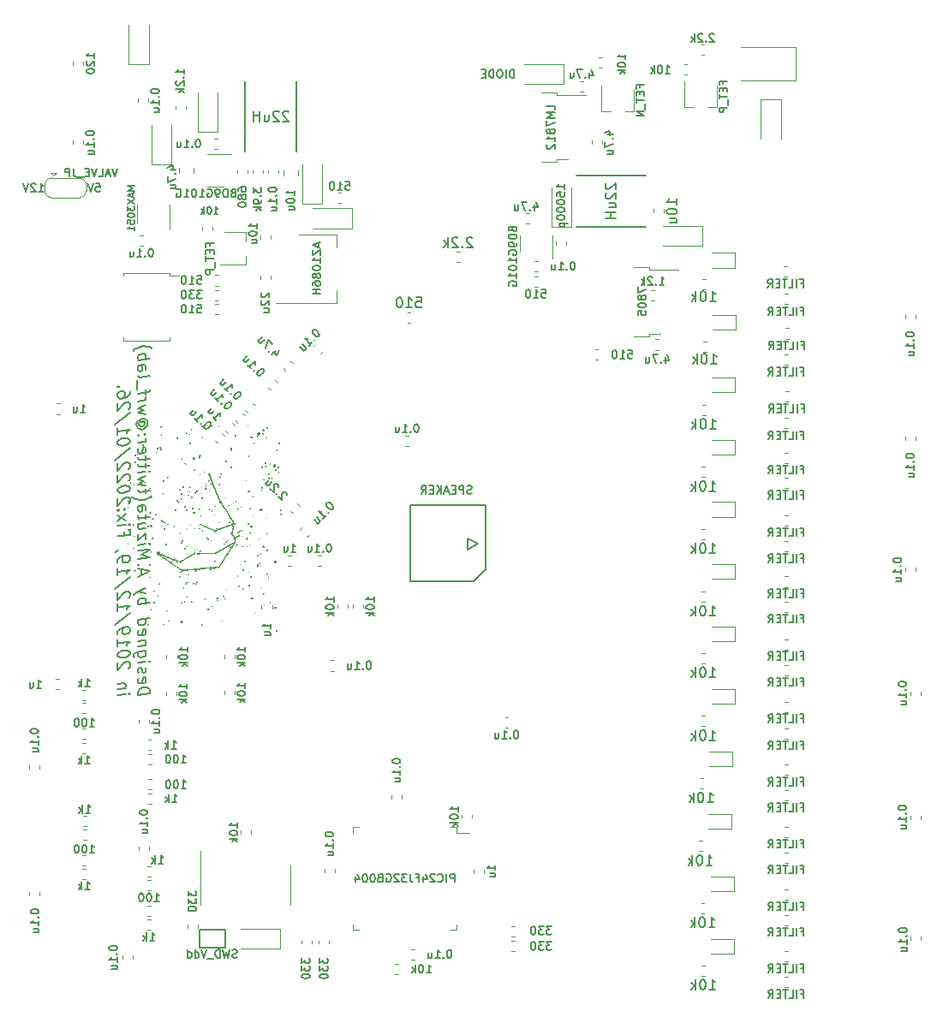
<source format=gbr>
G04 #@! TF.GenerationSoftware,KiCad,Pcbnew,(5.1.6)-1*
G04 #@! TF.CreationDate,2022-01-26T19:38:06+09:00*
G04 #@! TF.ProjectId,Main,4d61696e-2e6b-4696-9361-645f70636258,rev?*
G04 #@! TF.SameCoordinates,Original*
G04 #@! TF.FileFunction,Legend,Bot*
G04 #@! TF.FilePolarity,Positive*
%FSLAX46Y46*%
G04 Gerber Fmt 4.6, Leading zero omitted, Abs format (unit mm)*
G04 Created by KiCad (PCBNEW (5.1.6)-1) date 2022-01-26 19:38:06*
%MOMM*%
%LPD*%
G01*
G04 APERTURE LIST*
%ADD10C,0.200000*%
%ADD11C,0.150000*%
%ADD12C,0.120000*%
%ADD13C,0.010000*%
G04 APERTURE END LIST*
D10*
X47407142Y-107927142D02*
X48607142Y-107777142D01*
X48607142Y-107491428D01*
X48550000Y-107327142D01*
X48435714Y-107227142D01*
X48321428Y-107184285D01*
X48092857Y-107155714D01*
X47921428Y-107177142D01*
X47692857Y-107262857D01*
X47578571Y-107334285D01*
X47464285Y-107462857D01*
X47407142Y-107641428D01*
X47407142Y-107927142D01*
X47464285Y-106262857D02*
X47407142Y-106384285D01*
X47407142Y-106612857D01*
X47464285Y-106720000D01*
X47578571Y-106762857D01*
X48035714Y-106705714D01*
X48150000Y-106634285D01*
X48207142Y-106512857D01*
X48207142Y-106284285D01*
X48150000Y-106177142D01*
X48035714Y-106134285D01*
X47921428Y-106148571D01*
X47807142Y-106734285D01*
X47464285Y-105748571D02*
X47407142Y-105641428D01*
X47407142Y-105412857D01*
X47464285Y-105291428D01*
X47578571Y-105220000D01*
X47635714Y-105212857D01*
X47750000Y-105255714D01*
X47807142Y-105362857D01*
X47807142Y-105534285D01*
X47864285Y-105641428D01*
X47978571Y-105684285D01*
X48035714Y-105677142D01*
X48150000Y-105605714D01*
X48207142Y-105484285D01*
X48207142Y-105312857D01*
X48150000Y-105205714D01*
X47407142Y-104727142D02*
X48207142Y-104627142D01*
X48607142Y-104577142D02*
X48550000Y-104641428D01*
X48492857Y-104591428D01*
X48550000Y-104527142D01*
X48607142Y-104577142D01*
X48492857Y-104591428D01*
X48207142Y-103541428D02*
X47235714Y-103662857D01*
X47121428Y-103734285D01*
X47064285Y-103798571D01*
X47007142Y-103920000D01*
X47007142Y-104091428D01*
X47064285Y-104198571D01*
X47464285Y-103634285D02*
X47407142Y-103755714D01*
X47407142Y-103984285D01*
X47464285Y-104091428D01*
X47521428Y-104141428D01*
X47635714Y-104184285D01*
X47978571Y-104141428D01*
X48092857Y-104070000D01*
X48150000Y-104005714D01*
X48207142Y-103884285D01*
X48207142Y-103655714D01*
X48150000Y-103548571D01*
X48207142Y-102970000D02*
X47407142Y-103070000D01*
X48092857Y-102984285D02*
X48150000Y-102920000D01*
X48207142Y-102798571D01*
X48207142Y-102627142D01*
X48150000Y-102520000D01*
X48035714Y-102477142D01*
X47407142Y-102555714D01*
X47464285Y-101520000D02*
X47407142Y-101641428D01*
X47407142Y-101870000D01*
X47464285Y-101977142D01*
X47578571Y-102020000D01*
X48035714Y-101962857D01*
X48150000Y-101891428D01*
X48207142Y-101770000D01*
X48207142Y-101541428D01*
X48150000Y-101434285D01*
X48035714Y-101391428D01*
X47921428Y-101405714D01*
X47807142Y-101991428D01*
X47407142Y-100441428D02*
X48607142Y-100291428D01*
X47464285Y-100434285D02*
X47407142Y-100555714D01*
X47407142Y-100784285D01*
X47464285Y-100891428D01*
X47521428Y-100941428D01*
X47635714Y-100984285D01*
X47978571Y-100941428D01*
X48092857Y-100870000D01*
X48150000Y-100805714D01*
X48207142Y-100684285D01*
X48207142Y-100455714D01*
X48150000Y-100348571D01*
X47407142Y-98955714D02*
X48607142Y-98805714D01*
X48150000Y-98862857D02*
X48207142Y-98741428D01*
X48207142Y-98512857D01*
X48150000Y-98405714D01*
X48092857Y-98355714D01*
X47978571Y-98312857D01*
X47635714Y-98355714D01*
X47521428Y-98427142D01*
X47464285Y-98491428D01*
X47407142Y-98612857D01*
X47407142Y-98841428D01*
X47464285Y-98948571D01*
X48207142Y-97884285D02*
X47407142Y-97698571D01*
X48207142Y-97312857D02*
X47407142Y-97698571D01*
X47121428Y-97848571D01*
X47064285Y-97912857D01*
X47007142Y-98034285D01*
X47750000Y-96055714D02*
X47750000Y-95484285D01*
X47407142Y-96212857D02*
X48607142Y-95662857D01*
X47407142Y-95412857D01*
X47521428Y-94998571D02*
X47464285Y-94948571D01*
X47407142Y-95012857D01*
X47464285Y-95062857D01*
X47521428Y-94998571D01*
X47407142Y-95012857D01*
X47407142Y-94441428D02*
X48607142Y-94291428D01*
X47750000Y-93998571D01*
X48607142Y-93491428D01*
X47407142Y-93641428D01*
X47407142Y-93070000D02*
X48207142Y-92970000D01*
X48607142Y-92920000D02*
X48550000Y-92984285D01*
X48492857Y-92934285D01*
X48550000Y-92870000D01*
X48607142Y-92920000D01*
X48492857Y-92934285D01*
X48207142Y-92512857D02*
X48207142Y-91884285D01*
X47407142Y-92612857D01*
X47407142Y-91984285D01*
X48207142Y-90912857D02*
X47407142Y-91012857D01*
X48207142Y-91427142D02*
X47578571Y-91505714D01*
X47464285Y-91462857D01*
X47407142Y-91355714D01*
X47407142Y-91184285D01*
X47464285Y-91062857D01*
X47521428Y-90998571D01*
X48207142Y-90512857D02*
X48207142Y-90055714D01*
X48607142Y-90291428D02*
X47578571Y-90420000D01*
X47464285Y-90377142D01*
X47407142Y-90270000D01*
X47407142Y-90155714D01*
X47407142Y-89241428D02*
X48035714Y-89162857D01*
X48150000Y-89205714D01*
X48207142Y-89312857D01*
X48207142Y-89541428D01*
X48150000Y-89662857D01*
X47464285Y-89234285D02*
X47407142Y-89355714D01*
X47407142Y-89641428D01*
X47464285Y-89748571D01*
X47578571Y-89791428D01*
X47692857Y-89777142D01*
X47807142Y-89705714D01*
X47864285Y-89584285D01*
X47864285Y-89298571D01*
X47921428Y-89177142D01*
X46950000Y-88384285D02*
X47007142Y-88434285D01*
X47178571Y-88527142D01*
X47292857Y-88570000D01*
X47464285Y-88605714D01*
X47750000Y-88627142D01*
X47978571Y-88598571D01*
X48264285Y-88505714D01*
X48435714Y-88427142D01*
X48550000Y-88355714D01*
X48721428Y-88220000D01*
X48778571Y-88155714D01*
X48207142Y-87941428D02*
X48207142Y-87484285D01*
X48607142Y-87720000D02*
X47578571Y-87848571D01*
X47464285Y-87805714D01*
X47407142Y-87698571D01*
X47407142Y-87584285D01*
X48207142Y-87198571D02*
X47407142Y-87070000D01*
X47978571Y-86770000D01*
X47407142Y-86612857D01*
X48207142Y-86284285D01*
X47407142Y-85927142D02*
X48207142Y-85827142D01*
X48607142Y-85777142D02*
X48550000Y-85841428D01*
X48492857Y-85791428D01*
X48550000Y-85727142D01*
X48607142Y-85777142D01*
X48492857Y-85791428D01*
X48207142Y-85427142D02*
X48207142Y-84970000D01*
X48607142Y-85205714D02*
X47578571Y-85334285D01*
X47464285Y-85291428D01*
X47407142Y-85184285D01*
X47407142Y-85070000D01*
X48207142Y-84741428D02*
X48207142Y-84284285D01*
X48607142Y-84520000D02*
X47578571Y-84648571D01*
X47464285Y-84605714D01*
X47407142Y-84498571D01*
X47407142Y-84384285D01*
X47464285Y-83520000D02*
X47407142Y-83641428D01*
X47407142Y-83870000D01*
X47464285Y-83977142D01*
X47578571Y-84020000D01*
X48035714Y-83962857D01*
X48150000Y-83891428D01*
X48207142Y-83770000D01*
X48207142Y-83541428D01*
X48150000Y-83434285D01*
X48035714Y-83391428D01*
X47921428Y-83405714D01*
X47807142Y-83991428D01*
X47407142Y-82955714D02*
X48207142Y-82855714D01*
X47978571Y-82884285D02*
X48092857Y-82812857D01*
X48150000Y-82748571D01*
X48207142Y-82627142D01*
X48207142Y-82512857D01*
X47521428Y-82198571D02*
X47464285Y-82148571D01*
X47407142Y-82212857D01*
X47464285Y-82262857D01*
X47521428Y-82198571D01*
X47407142Y-82212857D01*
X48150000Y-82120000D02*
X48092857Y-82070000D01*
X48035714Y-82134285D01*
X48092857Y-82184285D01*
X48150000Y-82120000D01*
X48035714Y-82134285D01*
X47978571Y-80827142D02*
X48035714Y-80877142D01*
X48092857Y-80984285D01*
X48092857Y-81098571D01*
X48035714Y-81220000D01*
X47978571Y-81284285D01*
X47864285Y-81355714D01*
X47750000Y-81370000D01*
X47635714Y-81327142D01*
X47578571Y-81277142D01*
X47521428Y-81170000D01*
X47521428Y-81055714D01*
X47578571Y-80934285D01*
X47635714Y-80870000D01*
X48092857Y-80812857D02*
X47635714Y-80870000D01*
X47578571Y-80820000D01*
X47578571Y-80762857D01*
X47635714Y-80641428D01*
X47750000Y-80570000D01*
X48035714Y-80534285D01*
X48207142Y-80627142D01*
X48321428Y-80784285D01*
X48378571Y-81005714D01*
X48321428Y-81241428D01*
X48207142Y-81427142D01*
X48035714Y-81562857D01*
X47807142Y-81648571D01*
X47578571Y-81620000D01*
X47407142Y-81527142D01*
X47292857Y-81370000D01*
X47235714Y-81148571D01*
X47292857Y-80912857D01*
X47407142Y-80727142D01*
X48207142Y-80112857D02*
X47407142Y-79984285D01*
X47978571Y-79684285D01*
X47407142Y-79527142D01*
X48207142Y-79198571D01*
X47407142Y-78841428D02*
X48207142Y-78741428D01*
X47978571Y-78770000D02*
X48092857Y-78698571D01*
X48150000Y-78634285D01*
X48207142Y-78512857D01*
X48207142Y-78398571D01*
X48207142Y-78170000D02*
X48207142Y-77712857D01*
X47407142Y-78098571D02*
X48435714Y-77970000D01*
X48550000Y-77898571D01*
X48607142Y-77777142D01*
X48607142Y-77662857D01*
X47292857Y-77712857D02*
X47292857Y-76798571D01*
X47407142Y-76327142D02*
X47464285Y-76434285D01*
X47578571Y-76477142D01*
X48607142Y-76348571D01*
X47407142Y-75355714D02*
X48035714Y-75277142D01*
X48150000Y-75320000D01*
X48207142Y-75427142D01*
X48207142Y-75655714D01*
X48150000Y-75777142D01*
X47464285Y-75348571D02*
X47407142Y-75470000D01*
X47407142Y-75755714D01*
X47464285Y-75862857D01*
X47578571Y-75905714D01*
X47692857Y-75891428D01*
X47807142Y-75820000D01*
X47864285Y-75698571D01*
X47864285Y-75412857D01*
X47921428Y-75291428D01*
X47407142Y-74784285D02*
X48607142Y-74634285D01*
X48150000Y-74691428D02*
X48207142Y-74570000D01*
X48207142Y-74341428D01*
X48150000Y-74234285D01*
X48092857Y-74184285D01*
X47978571Y-74141428D01*
X47635714Y-74184285D01*
X47521428Y-74255714D01*
X47464285Y-74320000D01*
X47407142Y-74441428D01*
X47407142Y-74670000D01*
X47464285Y-74777142D01*
X46950000Y-73870000D02*
X47007142Y-73805714D01*
X47178571Y-73670000D01*
X47292857Y-73598571D01*
X47464285Y-73520000D01*
X47750000Y-73427142D01*
X47978571Y-73398571D01*
X48264285Y-73420000D01*
X48435714Y-73455714D01*
X48550000Y-73498571D01*
X48721428Y-73591428D01*
X48778571Y-73641428D01*
X45407142Y-107927142D02*
X46207142Y-107827142D01*
X46607142Y-107777142D02*
X46550000Y-107841428D01*
X46492857Y-107791428D01*
X46550000Y-107727142D01*
X46607142Y-107777142D01*
X46492857Y-107791428D01*
X46207142Y-107255714D02*
X45407142Y-107355714D01*
X46092857Y-107270000D02*
X46150000Y-107205714D01*
X46207142Y-107084285D01*
X46207142Y-106912857D01*
X46150000Y-106805714D01*
X46035714Y-106762857D01*
X45407142Y-106841428D01*
X46492857Y-105277142D02*
X46550000Y-105212857D01*
X46607142Y-105091428D01*
X46607142Y-104805714D01*
X46550000Y-104698571D01*
X46492857Y-104648571D01*
X46378571Y-104605714D01*
X46264285Y-104620000D01*
X46092857Y-104698571D01*
X45407142Y-105470000D01*
X45407142Y-104727142D01*
X46607142Y-103834285D02*
X46607142Y-103720000D01*
X46550000Y-103612857D01*
X46492857Y-103562857D01*
X46378571Y-103520000D01*
X46150000Y-103491428D01*
X45864285Y-103527142D01*
X45635714Y-103612857D01*
X45521428Y-103684285D01*
X45464285Y-103748571D01*
X45407142Y-103870000D01*
X45407142Y-103984285D01*
X45464285Y-104091428D01*
X45521428Y-104141428D01*
X45635714Y-104184285D01*
X45864285Y-104212857D01*
X46150000Y-104177142D01*
X46378571Y-104091428D01*
X46492857Y-104020000D01*
X46550000Y-103955714D01*
X46607142Y-103834285D01*
X45407142Y-102441428D02*
X45407142Y-103127142D01*
X45407142Y-102784285D02*
X46607142Y-102634285D01*
X46435714Y-102770000D01*
X46321428Y-102898571D01*
X46264285Y-103020000D01*
X45407142Y-101870000D02*
X45407142Y-101641428D01*
X45464285Y-101520000D01*
X45521428Y-101455714D01*
X45692857Y-101320000D01*
X45921428Y-101234285D01*
X46378571Y-101177142D01*
X46492857Y-101220000D01*
X46550000Y-101270000D01*
X46607142Y-101377142D01*
X46607142Y-101605714D01*
X46550000Y-101727142D01*
X46492857Y-101791428D01*
X46378571Y-101862857D01*
X46092857Y-101898571D01*
X45978571Y-101855714D01*
X45921428Y-101805714D01*
X45864285Y-101698571D01*
X45864285Y-101470000D01*
X45921428Y-101348571D01*
X45978571Y-101284285D01*
X46092857Y-101212857D01*
X46664285Y-99770000D02*
X45121428Y-100991428D01*
X45407142Y-98898571D02*
X45407142Y-99584285D01*
X45407142Y-99241428D02*
X46607142Y-99091428D01*
X46435714Y-99227142D01*
X46321428Y-99355714D01*
X46264285Y-99477142D01*
X46492857Y-98305714D02*
X46550000Y-98241428D01*
X46607142Y-98120000D01*
X46607142Y-97834285D01*
X46550000Y-97727142D01*
X46492857Y-97677142D01*
X46378571Y-97634285D01*
X46264285Y-97648571D01*
X46092857Y-97727142D01*
X45407142Y-98498571D01*
X45407142Y-97755714D01*
X46664285Y-96227142D02*
X45121428Y-97448571D01*
X45407142Y-95355714D02*
X45407142Y-96041428D01*
X45407142Y-95698571D02*
X46607142Y-95548571D01*
X46435714Y-95684285D01*
X46321428Y-95812857D01*
X46264285Y-95934285D01*
X45407142Y-94784285D02*
X45407142Y-94555714D01*
X45464285Y-94434285D01*
X45521428Y-94370000D01*
X45692857Y-94234285D01*
X45921428Y-94148571D01*
X46378571Y-94091428D01*
X46492857Y-94134285D01*
X46550000Y-94184285D01*
X46607142Y-94291428D01*
X46607142Y-94520000D01*
X46550000Y-94641428D01*
X46492857Y-94705714D01*
X46378571Y-94777142D01*
X46092857Y-94812857D01*
X45978571Y-94770000D01*
X45921428Y-94720000D01*
X45864285Y-94612857D01*
X45864285Y-94384285D01*
X45921428Y-94262857D01*
X45978571Y-94198571D01*
X46092857Y-94127142D01*
X45464285Y-93634285D02*
X45407142Y-93641428D01*
X45292857Y-93712857D01*
X45235714Y-93777142D01*
X46035714Y-91734285D02*
X46035714Y-92134285D01*
X45407142Y-92212857D02*
X46607142Y-92062857D01*
X46607142Y-91491428D01*
X45407142Y-91184285D02*
X46207142Y-91084285D01*
X46607142Y-91034285D02*
X46550000Y-91098571D01*
X46492857Y-91048571D01*
X46550000Y-90984285D01*
X46607142Y-91034285D01*
X46492857Y-91048571D01*
X45407142Y-90727142D02*
X46207142Y-89998571D01*
X46207142Y-90627142D02*
X45407142Y-90098571D01*
X45521428Y-89627142D02*
X45464285Y-89577142D01*
X45407142Y-89641428D01*
X45464285Y-89691428D01*
X45521428Y-89627142D01*
X45407142Y-89641428D01*
X46150000Y-89548571D02*
X46092857Y-89498571D01*
X46035714Y-89562857D01*
X46092857Y-89612857D01*
X46150000Y-89548571D01*
X46035714Y-89562857D01*
X46492857Y-88991428D02*
X46550000Y-88927142D01*
X46607142Y-88805714D01*
X46607142Y-88520000D01*
X46550000Y-88412857D01*
X46492857Y-88362857D01*
X46378571Y-88320000D01*
X46264285Y-88334285D01*
X46092857Y-88412857D01*
X45407142Y-89184285D01*
X45407142Y-88441428D01*
X46607142Y-87548571D02*
X46607142Y-87434285D01*
X46550000Y-87327142D01*
X46492857Y-87277142D01*
X46378571Y-87234285D01*
X46150000Y-87205714D01*
X45864285Y-87241428D01*
X45635714Y-87327142D01*
X45521428Y-87398571D01*
X45464285Y-87462857D01*
X45407142Y-87584285D01*
X45407142Y-87698571D01*
X45464285Y-87805714D01*
X45521428Y-87855714D01*
X45635714Y-87898571D01*
X45864285Y-87927142D01*
X46150000Y-87891428D01*
X46378571Y-87805714D01*
X46492857Y-87734285D01*
X46550000Y-87670000D01*
X46607142Y-87548571D01*
X46492857Y-86705714D02*
X46550000Y-86641428D01*
X46607142Y-86520000D01*
X46607142Y-86234285D01*
X46550000Y-86127142D01*
X46492857Y-86077142D01*
X46378571Y-86034285D01*
X46264285Y-86048571D01*
X46092857Y-86127142D01*
X45407142Y-86898571D01*
X45407142Y-86155714D01*
X46492857Y-85562857D02*
X46550000Y-85498571D01*
X46607142Y-85377142D01*
X46607142Y-85091428D01*
X46550000Y-84984285D01*
X46492857Y-84934285D01*
X46378571Y-84891428D01*
X46264285Y-84905714D01*
X46092857Y-84984285D01*
X45407142Y-85755714D01*
X45407142Y-85012857D01*
X46664285Y-83484285D02*
X45121428Y-84705714D01*
X46607142Y-82862857D02*
X46607142Y-82748571D01*
X46550000Y-82641428D01*
X46492857Y-82591428D01*
X46378571Y-82548571D01*
X46150000Y-82520000D01*
X45864285Y-82555714D01*
X45635714Y-82641428D01*
X45521428Y-82712857D01*
X45464285Y-82777142D01*
X45407142Y-82898571D01*
X45407142Y-83012857D01*
X45464285Y-83120000D01*
X45521428Y-83170000D01*
X45635714Y-83212857D01*
X45864285Y-83241428D01*
X46150000Y-83205714D01*
X46378571Y-83120000D01*
X46492857Y-83048571D01*
X46550000Y-82984285D01*
X46607142Y-82862857D01*
X45407142Y-81470000D02*
X45407142Y-82155714D01*
X45407142Y-81812857D02*
X46607142Y-81662857D01*
X46435714Y-81798571D01*
X46321428Y-81927142D01*
X46264285Y-82048571D01*
X46664285Y-79941428D02*
X45121428Y-81162857D01*
X46492857Y-79620000D02*
X46550000Y-79555714D01*
X46607142Y-79434285D01*
X46607142Y-79148571D01*
X46550000Y-79041428D01*
X46492857Y-78991428D01*
X46378571Y-78948571D01*
X46264285Y-78962857D01*
X46092857Y-79041428D01*
X45407142Y-79812857D01*
X45407142Y-79070000D01*
X46607142Y-77891428D02*
X46607142Y-78120000D01*
X46550000Y-78241428D01*
X46492857Y-78305714D01*
X46321428Y-78441428D01*
X46092857Y-78527142D01*
X45635714Y-78584285D01*
X45521428Y-78541428D01*
X45464285Y-78491428D01*
X45407142Y-78384285D01*
X45407142Y-78155714D01*
X45464285Y-78034285D01*
X45521428Y-77970000D01*
X45635714Y-77898571D01*
X45921428Y-77862857D01*
X46035714Y-77905714D01*
X46092857Y-77955714D01*
X46150000Y-78062857D01*
X46150000Y-78291428D01*
X46092857Y-78412857D01*
X46035714Y-78477142D01*
X45921428Y-78548571D01*
X45521428Y-77398571D02*
X45464285Y-77348571D01*
X45407142Y-77412857D01*
X45464285Y-77462857D01*
X45521428Y-77398571D01*
X45407142Y-77412857D01*
D11*
X43252380Y-57311904D02*
X43633333Y-57311904D01*
X43671428Y-57692857D01*
X43633333Y-57654761D01*
X43557142Y-57616666D01*
X43366666Y-57616666D01*
X43290476Y-57654761D01*
X43252380Y-57692857D01*
X43214285Y-57769047D01*
X43214285Y-57959523D01*
X43252380Y-58035714D01*
X43290476Y-58073809D01*
X43366666Y-58111904D01*
X43557142Y-58111904D01*
X43633333Y-58073809D01*
X43671428Y-58035714D01*
X42985714Y-57311904D02*
X42719047Y-58111904D01*
X42452380Y-57311904D01*
X37595238Y-58111904D02*
X38052380Y-58111904D01*
X37823809Y-58111904D02*
X37823809Y-57311904D01*
X37900000Y-57426190D01*
X37976190Y-57502380D01*
X38052380Y-57540476D01*
X37290476Y-57388095D02*
X37252380Y-57350000D01*
X37176190Y-57311904D01*
X36985714Y-57311904D01*
X36909523Y-57350000D01*
X36871428Y-57388095D01*
X36833333Y-57464285D01*
X36833333Y-57540476D01*
X36871428Y-57654761D01*
X37328571Y-58111904D01*
X36833333Y-58111904D01*
X36604761Y-57311904D02*
X36338095Y-58111904D01*
X36071428Y-57311904D01*
D10*
X80395238Y-87973809D02*
X80280952Y-88011904D01*
X80090476Y-88011904D01*
X80014285Y-87973809D01*
X79976190Y-87935714D01*
X79938095Y-87859523D01*
X79938095Y-87783333D01*
X79976190Y-87707142D01*
X80014285Y-87669047D01*
X80090476Y-87630952D01*
X80242857Y-87592857D01*
X80319047Y-87554761D01*
X80357142Y-87516666D01*
X80395238Y-87440476D01*
X80395238Y-87364285D01*
X80357142Y-87288095D01*
X80319047Y-87250000D01*
X80242857Y-87211904D01*
X80052380Y-87211904D01*
X79938095Y-87250000D01*
X79595238Y-88011904D02*
X79595238Y-87211904D01*
X79290476Y-87211904D01*
X79214285Y-87250000D01*
X79176190Y-87288095D01*
X79138095Y-87364285D01*
X79138095Y-87478571D01*
X79176190Y-87554761D01*
X79214285Y-87592857D01*
X79290476Y-87630952D01*
X79595238Y-87630952D01*
X78795238Y-87592857D02*
X78528571Y-87592857D01*
X78414285Y-88011904D02*
X78795238Y-88011904D01*
X78795238Y-87211904D01*
X78414285Y-87211904D01*
X78109523Y-87783333D02*
X77728571Y-87783333D01*
X78185714Y-88011904D02*
X77919047Y-87211904D01*
X77652380Y-88011904D01*
X77385714Y-88011904D02*
X77385714Y-87211904D01*
X76928571Y-88011904D02*
X77271428Y-87554761D01*
X76928571Y-87211904D02*
X77385714Y-87669047D01*
X76585714Y-87592857D02*
X76319047Y-87592857D01*
X76204761Y-88011904D02*
X76585714Y-88011904D01*
X76585714Y-87211904D01*
X76204761Y-87211904D01*
X75404761Y-88011904D02*
X75671428Y-87630952D01*
X75861904Y-88011904D02*
X75861904Y-87211904D01*
X75557142Y-87211904D01*
X75480952Y-87250000D01*
X75442857Y-87288095D01*
X75404761Y-87364285D01*
X75404761Y-87478571D01*
X75442857Y-87554761D01*
X75480952Y-87592857D01*
X75557142Y-87630952D01*
X75861904Y-87630952D01*
D12*
X65512779Y-94140000D02*
X65187221Y-94140000D01*
X65512779Y-95160000D02*
X65187221Y-95160000D01*
D11*
X90725000Y-61600000D02*
X97625000Y-61600000D01*
X90725000Y-56500000D02*
X97625000Y-56500000D01*
X63100000Y-47250000D02*
X63100000Y-54150000D01*
X58000000Y-47250000D02*
X58000000Y-54150000D01*
X80600000Y-96650000D02*
X74300000Y-96650000D01*
X74300000Y-96650000D02*
X74300000Y-89150000D01*
X81800000Y-89150000D02*
X74300000Y-89150000D01*
X81800000Y-89150000D02*
X81800000Y-95450000D01*
X80600000Y-96650000D02*
X81800000Y-95450000D01*
X80000000Y-92450000D02*
X81000000Y-92950000D01*
X80000000Y-93550000D02*
X80000000Y-92450000D01*
X81000000Y-92950000D02*
X80000000Y-93550000D01*
D12*
X46930000Y-134022779D02*
X46930000Y-133697221D01*
X45910000Y-134022779D02*
X45910000Y-133697221D01*
X47912779Y-63510000D02*
X47587221Y-63510000D01*
X47912779Y-62490000D02*
X47587221Y-62490000D01*
X42010000Y-53087221D02*
X42010000Y-53412779D01*
X40990000Y-53087221D02*
X40990000Y-53412779D01*
X39287221Y-106340000D02*
X39612779Y-106340000D01*
X39287221Y-107360000D02*
X39612779Y-107360000D01*
X60240000Y-55987221D02*
X60240000Y-56312779D01*
X61260000Y-55987221D02*
X61260000Y-56312779D01*
X66762779Y-104490000D02*
X66437221Y-104490000D01*
X66762779Y-105510000D02*
X66437221Y-105510000D01*
X48460000Y-49262779D02*
X48460000Y-48937221D01*
X47440000Y-49262779D02*
X47440000Y-48937221D01*
X57975727Y-80254478D02*
X57745522Y-80024273D01*
X57254478Y-80975727D02*
X57024273Y-80745522D01*
X39337221Y-80110000D02*
X39662779Y-80110000D01*
X39337221Y-79090000D02*
X39662779Y-79090000D01*
X54937221Y-52890000D02*
X55262779Y-52890000D01*
X54937221Y-53910000D02*
X55262779Y-53910000D01*
X56254478Y-81975727D02*
X56024273Y-81745522D01*
X56975727Y-81254478D02*
X56745522Y-81024273D01*
X51490000Y-55738748D02*
X51490000Y-56261252D01*
X52910000Y-55738748D02*
X52910000Y-56261252D01*
X61225727Y-77004478D02*
X60995522Y-76774273D01*
X60504478Y-77725727D02*
X60274273Y-77495522D01*
X58254478Y-79975727D02*
X58024273Y-79745522D01*
X58975727Y-79254478D02*
X58745522Y-79024273D01*
X55975727Y-82254478D02*
X55745522Y-82024273D01*
X55254478Y-82975727D02*
X55024273Y-82745522D01*
X64325727Y-92045522D02*
X64095522Y-92275727D01*
X63604478Y-91324273D02*
X63374273Y-91554478D01*
X37710000Y-115212779D02*
X37710000Y-114887221D01*
X36690000Y-115212779D02*
X36690000Y-114887221D01*
X37710000Y-127712779D02*
X37710000Y-127387221D01*
X36690000Y-127712779D02*
X36690000Y-127387221D01*
X73837221Y-83260000D02*
X74162779Y-83260000D01*
X73837221Y-82240000D02*
X74162779Y-82240000D01*
X59640000Y-99037221D02*
X59640000Y-99362779D01*
X60660000Y-99037221D02*
X60660000Y-99362779D01*
X62237221Y-94140000D02*
X62562779Y-94140000D01*
X62237221Y-95160000D02*
X62562779Y-95160000D01*
X59490000Y-62762779D02*
X59490000Y-62437221D01*
X60510000Y-62762779D02*
X60510000Y-62437221D01*
X64724273Y-73404478D02*
X64954478Y-73174273D01*
X65445522Y-74125727D02*
X65675727Y-73895522D01*
X62725727Y-75104478D02*
X62495522Y-74874273D01*
X62004478Y-75825727D02*
X61774273Y-75595522D01*
X59490000Y-66437221D02*
X59490000Y-66762779D01*
X60510000Y-66437221D02*
X60510000Y-66762779D01*
X62704478Y-89925727D02*
X62474273Y-89695522D01*
X63425727Y-89204478D02*
X63195522Y-88974273D01*
X48510000Y-122937221D02*
X48510000Y-123262779D01*
X47490000Y-122937221D02*
X47490000Y-123262779D01*
X48510000Y-110337221D02*
X48510000Y-110662779D01*
X47490000Y-110337221D02*
X47490000Y-110662779D01*
X84012779Y-111110000D02*
X83687221Y-111110000D01*
X84012779Y-110090000D02*
X83687221Y-110090000D01*
X86587221Y-66010000D02*
X86912779Y-66010000D01*
X86587221Y-64990000D02*
X86912779Y-64990000D01*
X89760000Y-63087221D02*
X89760000Y-63412779D01*
X88740000Y-63087221D02*
X88740000Y-63412779D01*
X86062779Y-60240000D02*
X85737221Y-60240000D01*
X86062779Y-61260000D02*
X85737221Y-61260000D01*
X99385000Y-60162779D02*
X99385000Y-59837221D01*
X98365000Y-60162779D02*
X98365000Y-59837221D01*
X61500000Y-131000000D02*
X57600000Y-131000000D01*
X61500000Y-133000000D02*
X57600000Y-133000000D01*
X61500000Y-131000000D02*
X61500000Y-133000000D01*
X50750000Y-55450000D02*
X50750000Y-51550000D01*
X48750000Y-55450000D02*
X48750000Y-51550000D01*
X50750000Y-55450000D02*
X48750000Y-55450000D01*
X55300000Y-52200000D02*
X55300000Y-48300000D01*
X53300000Y-52200000D02*
X53300000Y-48300000D01*
X55300000Y-52200000D02*
X53300000Y-52200000D01*
X65650000Y-59300000D02*
X65650000Y-55400000D01*
X63650000Y-59300000D02*
X63650000Y-55400000D01*
X65650000Y-59300000D02*
X63650000Y-59300000D01*
X68550000Y-59750000D02*
X68550000Y-61750000D01*
X68550000Y-61750000D02*
X64650000Y-61750000D01*
X68550000Y-59750000D02*
X64650000Y-59750000D01*
X48500000Y-45500000D02*
X48500000Y-41600000D01*
X46500000Y-45500000D02*
X46500000Y-41600000D01*
X48500000Y-45500000D02*
X46500000Y-45500000D01*
X90275000Y-61625000D02*
X90275000Y-57725000D01*
X88275000Y-61625000D02*
X88275000Y-57725000D01*
X90275000Y-61625000D02*
X88275000Y-61625000D01*
X104100000Y-64165000D02*
X106385000Y-64165000D01*
X106385000Y-64165000D02*
X106385000Y-65635000D01*
X106385000Y-65635000D02*
X104100000Y-65635000D01*
X106485000Y-71785000D02*
X104200000Y-71785000D01*
X106485000Y-70315000D02*
X106485000Y-71785000D01*
X104200000Y-70315000D02*
X106485000Y-70315000D01*
X106385000Y-77985000D02*
X104100000Y-77985000D01*
X106385000Y-76515000D02*
X106385000Y-77985000D01*
X104100000Y-76515000D02*
X106385000Y-76515000D01*
X106385000Y-84135000D02*
X104100000Y-84135000D01*
X106385000Y-82665000D02*
X106385000Y-84135000D01*
X104100000Y-82665000D02*
X106385000Y-82665000D01*
X106385000Y-90285000D02*
X104100000Y-90285000D01*
X106385000Y-88815000D02*
X106385000Y-90285000D01*
X104100000Y-88815000D02*
X106385000Y-88815000D01*
X104100000Y-94965000D02*
X106385000Y-94965000D01*
X106385000Y-94965000D02*
X106385000Y-96435000D01*
X106385000Y-96435000D02*
X104100000Y-96435000D01*
X103200000Y-61500000D02*
X103200000Y-63500000D01*
X103200000Y-63500000D02*
X99300000Y-63500000D01*
X103200000Y-61500000D02*
X99300000Y-61500000D01*
X106385000Y-102585000D02*
X104100000Y-102585000D01*
X106385000Y-101115000D02*
X106385000Y-102585000D01*
X104100000Y-101115000D02*
X106385000Y-101115000D01*
X104100000Y-107315000D02*
X106385000Y-107315000D01*
X106385000Y-107315000D02*
X106385000Y-108785000D01*
X106385000Y-108785000D02*
X104100000Y-108785000D01*
X103850000Y-113515000D02*
X106135000Y-113515000D01*
X106135000Y-113515000D02*
X106135000Y-114985000D01*
X106135000Y-114985000D02*
X103850000Y-114985000D01*
X103800000Y-119665000D02*
X106085000Y-119665000D01*
X106085000Y-119665000D02*
X106085000Y-121135000D01*
X106085000Y-121135000D02*
X103800000Y-121135000D01*
X104050000Y-125865000D02*
X106335000Y-125865000D01*
X106335000Y-125865000D02*
X106335000Y-127335000D01*
X106335000Y-127335000D02*
X104050000Y-127335000D01*
X106335000Y-133485000D02*
X104050000Y-133485000D01*
X106335000Y-132015000D02*
X106335000Y-133485000D01*
X104050000Y-132015000D02*
X106335000Y-132015000D01*
X109000000Y-49000000D02*
X111000000Y-49000000D01*
X111000000Y-49000000D02*
X111000000Y-52900000D01*
X109000000Y-49000000D02*
X109000000Y-52900000D01*
D11*
X53480000Y-131111000D02*
X56020000Y-131111000D01*
X56020000Y-132889000D02*
X53480000Y-132889000D01*
X56020000Y-132889000D02*
X56020000Y-131111000D01*
X53480000Y-131111000D02*
X53480000Y-132889000D01*
D12*
X74037221Y-70040000D02*
X74362779Y-70040000D01*
X74037221Y-71060000D02*
X74362779Y-71060000D01*
X67512779Y-59210000D02*
X67187221Y-59210000D01*
X67512779Y-58190000D02*
X67187221Y-58190000D01*
X55037221Y-70260000D02*
X55362779Y-70260000D01*
X55037221Y-69240000D02*
X55362779Y-69240000D01*
X51090000Y-49637221D02*
X51090000Y-49962779D01*
X52110000Y-49637221D02*
X52110000Y-49962779D01*
X55037221Y-66390000D02*
X55362779Y-66390000D01*
X55037221Y-67410000D02*
X55362779Y-67410000D01*
X55037221Y-67840000D02*
X55362779Y-67840000D01*
X55037221Y-68860000D02*
X55362779Y-68860000D01*
X58740000Y-55987221D02*
X58740000Y-56312779D01*
X59760000Y-55987221D02*
X59760000Y-56312779D01*
X58260000Y-56312779D02*
X58260000Y-55987221D01*
X57240000Y-56312779D02*
X57240000Y-55987221D01*
X42262779Y-107390000D02*
X41937221Y-107390000D01*
X42262779Y-108410000D02*
X41937221Y-108410000D01*
X42312779Y-119840000D02*
X41987221Y-119840000D01*
X42312779Y-120860000D02*
X41987221Y-120860000D01*
X66310000Y-132187221D02*
X66310000Y-132512779D01*
X65290000Y-132187221D02*
X65290000Y-132512779D01*
X52290000Y-130637221D02*
X52290000Y-130962779D01*
X53310000Y-130637221D02*
X53310000Y-130962779D01*
X57540000Y-121662779D02*
X57540000Y-121337221D01*
X58560000Y-121662779D02*
X58560000Y-121337221D01*
X63540000Y-132187221D02*
X63540000Y-132512779D01*
X64560000Y-132187221D02*
X64560000Y-132512779D01*
X42262779Y-112640000D02*
X41937221Y-112640000D01*
X42262779Y-113660000D02*
X41937221Y-113660000D01*
X42262779Y-126110000D02*
X41937221Y-126110000D01*
X42262779Y-125090000D02*
X41937221Y-125090000D01*
X42262779Y-109710000D02*
X41937221Y-109710000D01*
X42262779Y-108690000D02*
X41937221Y-108690000D01*
X42312779Y-122260000D02*
X41987221Y-122260000D01*
X42312779Y-121240000D02*
X41987221Y-121240000D01*
X42262779Y-112260000D02*
X41937221Y-112260000D01*
X42262779Y-111240000D02*
X41937221Y-111240000D01*
X42262779Y-124760000D02*
X41937221Y-124760000D01*
X42262779Y-123740000D02*
X41937221Y-123740000D01*
X68160000Y-98987221D02*
X68160000Y-99312779D01*
X67140000Y-98987221D02*
X67140000Y-99312779D01*
X69660000Y-98987221D02*
X69660000Y-99312779D01*
X68640000Y-98987221D02*
X68640000Y-99312779D01*
X48662779Y-130140000D02*
X48337221Y-130140000D01*
X48662779Y-131160000D02*
X48337221Y-131160000D01*
X48762779Y-118660000D02*
X48437221Y-118660000D01*
X48762779Y-117640000D02*
X48437221Y-117640000D01*
X48662779Y-125860000D02*
X48337221Y-125860000D01*
X48662779Y-124840000D02*
X48337221Y-124840000D01*
X48712779Y-112340000D02*
X48387221Y-112340000D01*
X48712779Y-113360000D02*
X48387221Y-113360000D01*
X48662779Y-128740000D02*
X48337221Y-128740000D01*
X48662779Y-129760000D02*
X48337221Y-129760000D01*
X48762779Y-116240000D02*
X48437221Y-116240000D01*
X48762779Y-117260000D02*
X48437221Y-117260000D01*
X48662779Y-127260000D02*
X48337221Y-127260000D01*
X48662779Y-126240000D02*
X48337221Y-126240000D01*
X48762779Y-114760000D02*
X48437221Y-114760000D01*
X48762779Y-113740000D02*
X48437221Y-113740000D01*
X86587221Y-66490000D02*
X86912779Y-66490000D01*
X86587221Y-67510000D02*
X86912779Y-67510000D01*
X103612779Y-74010000D02*
X103287221Y-74010000D01*
X103612779Y-72990000D02*
X103287221Y-72990000D01*
X103462779Y-85340000D02*
X103137221Y-85340000D01*
X103462779Y-86360000D02*
X103137221Y-86360000D01*
X103462779Y-98710000D02*
X103137221Y-98710000D01*
X103462779Y-97690000D02*
X103137221Y-97690000D01*
X103512779Y-66790000D02*
X103187221Y-66790000D01*
X103512779Y-67810000D02*
X103187221Y-67810000D01*
X103512779Y-80210000D02*
X103187221Y-80210000D01*
X103512779Y-79190000D02*
X103187221Y-79190000D01*
X103462779Y-91490000D02*
X103137221Y-91490000D01*
X103462779Y-92510000D02*
X103137221Y-92510000D01*
X103087221Y-43590000D02*
X103412779Y-43590000D01*
X103087221Y-44610000D02*
X103412779Y-44610000D01*
X92587221Y-73740000D02*
X92912779Y-73740000D01*
X92587221Y-74760000D02*
X92912779Y-74760000D01*
X111612779Y-66560000D02*
X111287221Y-66560000D01*
X111612779Y-65540000D02*
X111287221Y-65540000D01*
X111662779Y-68240000D02*
X111337221Y-68240000D01*
X111662779Y-69260000D02*
X111337221Y-69260000D01*
X111712779Y-71640000D02*
X111387221Y-71640000D01*
X111712779Y-72660000D02*
X111387221Y-72660000D01*
X111662779Y-74240000D02*
X111337221Y-74240000D01*
X111662779Y-75260000D02*
X111337221Y-75260000D01*
X111712779Y-78910000D02*
X111387221Y-78910000D01*
X111712779Y-77890000D02*
X111387221Y-77890000D01*
X111662779Y-80490000D02*
X111337221Y-80490000D01*
X111662779Y-81510000D02*
X111337221Y-81510000D01*
X111662779Y-83940000D02*
X111337221Y-83940000D01*
X111662779Y-84960000D02*
X111337221Y-84960000D01*
X111662779Y-87460000D02*
X111337221Y-87460000D01*
X111662779Y-86440000D02*
X111337221Y-86440000D01*
X111662779Y-91160000D02*
X111337221Y-91160000D01*
X111662779Y-90140000D02*
X111337221Y-90140000D01*
X111662779Y-92690000D02*
X111337221Y-92690000D01*
X111662779Y-93710000D02*
X111337221Y-93710000D01*
X111662779Y-96190000D02*
X111337221Y-96190000D01*
X111662779Y-97210000D02*
X111337221Y-97210000D01*
X111662779Y-99710000D02*
X111337221Y-99710000D01*
X111662779Y-98690000D02*
X111337221Y-98690000D01*
X78887221Y-64090000D02*
X79212779Y-64090000D01*
X78887221Y-65110000D02*
X79212779Y-65110000D01*
X101712779Y-46560000D02*
X101387221Y-46560000D01*
X101712779Y-45540000D02*
X101387221Y-45540000D01*
X93262779Y-44840000D02*
X92937221Y-44840000D01*
X93262779Y-45860000D02*
X92937221Y-45860000D01*
X103462779Y-109990000D02*
X103137221Y-109990000D01*
X103462779Y-111010000D02*
X103137221Y-111010000D01*
X103162779Y-122340000D02*
X102837221Y-122340000D01*
X103162779Y-123360000D02*
X102837221Y-123360000D01*
X103462779Y-134640000D02*
X103137221Y-134640000D01*
X103462779Y-135660000D02*
X103137221Y-135660000D01*
X103462779Y-104760000D02*
X103137221Y-104760000D01*
X103462779Y-103740000D02*
X103137221Y-103740000D01*
X103262779Y-117160000D02*
X102937221Y-117160000D01*
X103262779Y-116140000D02*
X102937221Y-116140000D01*
X103412779Y-128490000D02*
X103087221Y-128490000D01*
X103412779Y-129510000D02*
X103087221Y-129510000D01*
X111662779Y-102390000D02*
X111337221Y-102390000D01*
X111662779Y-103410000D02*
X111337221Y-103410000D01*
X111662779Y-105960000D02*
X111337221Y-105960000D01*
X111662779Y-104940000D02*
X111337221Y-104940000D01*
X111662779Y-108590000D02*
X111337221Y-108590000D01*
X111662779Y-109610000D02*
X111337221Y-109610000D01*
X111662779Y-112210000D02*
X111337221Y-112210000D01*
X111662779Y-111190000D02*
X111337221Y-111190000D01*
X111662779Y-114790000D02*
X111337221Y-114790000D01*
X111662779Y-115810000D02*
X111337221Y-115810000D01*
X111662779Y-118360000D02*
X111337221Y-118360000D01*
X111662779Y-117340000D02*
X111337221Y-117340000D01*
X111662779Y-120940000D02*
X111337221Y-120940000D01*
X111662779Y-121960000D02*
X111337221Y-121960000D01*
X111662779Y-124510000D02*
X111337221Y-124510000D01*
X111662779Y-123490000D02*
X111337221Y-123490000D01*
X111662779Y-127140000D02*
X111337221Y-127140000D01*
X111662779Y-128160000D02*
X111337221Y-128160000D01*
X111662779Y-129640000D02*
X111337221Y-129640000D01*
X111662779Y-130660000D02*
X111337221Y-130660000D01*
X111662779Y-134260000D02*
X111337221Y-134260000D01*
X111662779Y-133240000D02*
X111337221Y-133240000D01*
X111662779Y-135790000D02*
X111337221Y-135790000D01*
X111662779Y-136810000D02*
X111337221Y-136810000D01*
X55900000Y-57600000D02*
X54300000Y-57600000D01*
X54300000Y-54400000D02*
X56600000Y-54400000D01*
X62485000Y-126750000D02*
X62485000Y-128700000D01*
X62485000Y-126750000D02*
X62485000Y-124800000D01*
X53615000Y-126750000D02*
X53615000Y-128700000D01*
X53615000Y-126750000D02*
X53615000Y-123300000D01*
X67060000Y-62340000D02*
X67060000Y-63600000D01*
X67060000Y-69160000D02*
X67060000Y-67900000D01*
X63300000Y-62340000D02*
X67060000Y-62340000D01*
X61050000Y-69160000D02*
X67060000Y-69160000D01*
X88350000Y-62450000D02*
X88350000Y-64750000D01*
X85150000Y-64050000D02*
X85150000Y-62450000D01*
X98912779Y-73760000D02*
X98587221Y-73760000D01*
X98912779Y-72740000D02*
X98587221Y-72740000D01*
X98137221Y-68910000D02*
X98462779Y-68910000D01*
X98137221Y-67890000D02*
X98462779Y-67890000D01*
X96470000Y-65550000D02*
X97970000Y-65550000D01*
X97970000Y-65550000D02*
X97970000Y-65820000D01*
X97970000Y-65820000D02*
X100800000Y-65820000D01*
X96470000Y-72450000D02*
X97970000Y-72450000D01*
X97970000Y-72450000D02*
X97970000Y-72180000D01*
X97970000Y-72180000D02*
X99070000Y-72180000D01*
X63210000Y-56041422D02*
X63210000Y-56558578D01*
X61790000Y-56041422D02*
X61790000Y-56558578D01*
X40990000Y-45287221D02*
X40990000Y-45612779D01*
X42010000Y-45287221D02*
X42010000Y-45612779D01*
X39050000Y-56550000D02*
X39350000Y-56250000D01*
X38750000Y-56250000D02*
X39350000Y-56250000D01*
X39050000Y-56550000D02*
X38750000Y-56250000D01*
X38200000Y-57450000D02*
X38200000Y-58050000D01*
X41650000Y-56750000D02*
X38850000Y-56750000D01*
X42300000Y-58050000D02*
X42300000Y-57450000D01*
X38850000Y-58750000D02*
X41650000Y-58750000D01*
X41600000Y-58750000D02*
G75*
G03*
X42300000Y-58050000I0J700000D01*
G01*
X42300000Y-57450000D02*
G75*
G03*
X41600000Y-56750000I-700000J0D01*
G01*
X38900000Y-56750000D02*
G75*
G03*
X38200000Y-57450000I0J-700000D01*
G01*
X38200000Y-58050000D02*
G75*
G03*
X38900000Y-58750000I700000J0D01*
G01*
X45940000Y-72860000D02*
X45940000Y-72560000D01*
X50560000Y-72860000D02*
X45940000Y-72860000D01*
X50560000Y-72560000D02*
X50560000Y-72860000D01*
X45940000Y-66140000D02*
X45940000Y-66440000D01*
X50560000Y-66140000D02*
X45940000Y-66140000D01*
X50560000Y-66440000D02*
X50560000Y-66140000D01*
X51450000Y-66440000D02*
X50560000Y-66440000D01*
X112400000Y-43850000D02*
X112400000Y-47150000D01*
X112400000Y-47150000D02*
X107000000Y-47150000D01*
X112400000Y-43850000D02*
X107000000Y-43850000D01*
X66860000Y-125462779D02*
X66860000Y-125137221D01*
X65840000Y-125462779D02*
X65840000Y-125137221D01*
X80590000Y-125512779D02*
X80590000Y-125187221D01*
X81610000Y-125512779D02*
X81610000Y-125187221D01*
X73490000Y-118182779D02*
X73490000Y-117857221D01*
X72470000Y-118182779D02*
X72470000Y-117857221D01*
X74437221Y-133040000D02*
X74762779Y-133040000D01*
X74437221Y-134060000D02*
X74762779Y-134060000D01*
X72837221Y-135510000D02*
X73162779Y-135510000D01*
X72837221Y-134490000D02*
X73162779Y-134490000D01*
X84337221Y-131760000D02*
X84662779Y-131760000D01*
X84337221Y-130740000D02*
X84662779Y-130740000D01*
X84337221Y-132240000D02*
X84662779Y-132240000D01*
X84337221Y-133260000D02*
X84662779Y-133260000D01*
X69265000Y-131160000D02*
X68690000Y-131160000D01*
X68690000Y-131160000D02*
X68690000Y-130585000D01*
X78335000Y-131160000D02*
X78910000Y-131160000D01*
X78910000Y-131160000D02*
X78910000Y-130585000D01*
X69265000Y-120940000D02*
X68690000Y-120940000D01*
X68690000Y-120940000D02*
X68690000Y-121515000D01*
X78335000Y-120940000D02*
X78910000Y-120940000D01*
X78910000Y-120940000D02*
X78910000Y-121515000D01*
X78910000Y-121515000D02*
X80200000Y-121515000D01*
X80460000Y-120062779D02*
X80460000Y-119737221D01*
X79440000Y-120062779D02*
X79440000Y-119737221D01*
X50240000Y-103937221D02*
X50240000Y-104262779D01*
X51260000Y-103937221D02*
X51260000Y-104262779D01*
X56960000Y-103937221D02*
X56960000Y-104262779D01*
X55940000Y-103937221D02*
X55940000Y-104262779D01*
X55940000Y-107537221D02*
X55940000Y-107862779D01*
X56960000Y-107537221D02*
X56960000Y-107862779D01*
X51210000Y-107587221D02*
X51210000Y-107912779D01*
X50190000Y-107587221D02*
X50190000Y-107912779D01*
X101440000Y-49775000D02*
X102350000Y-49775000D01*
X103750000Y-49775000D02*
X104660000Y-49775000D01*
X101440000Y-47200000D02*
X101440000Y-49775000D01*
X104660000Y-47625000D02*
X104660000Y-49775000D01*
X58075000Y-65360000D02*
X58075000Y-64450000D01*
X58075000Y-63050000D02*
X58075000Y-62140000D01*
X55500000Y-65360000D02*
X58075000Y-65360000D01*
X55925000Y-62140000D02*
X58075000Y-62140000D01*
X93240000Y-50175000D02*
X94150000Y-50175000D01*
X95550000Y-50175000D02*
X96460000Y-50175000D01*
X93240000Y-47600000D02*
X93240000Y-50175000D01*
X96460000Y-48025000D02*
X96460000Y-50175000D01*
X124260000Y-70337221D02*
X124260000Y-70662779D01*
X123240000Y-70337221D02*
X123240000Y-70662779D01*
X123240000Y-82337221D02*
X123240000Y-82662779D01*
X124260000Y-82337221D02*
X124260000Y-82662779D01*
X124260000Y-95337221D02*
X124260000Y-95662779D01*
X123240000Y-95337221D02*
X123240000Y-95662779D01*
X123740000Y-107587221D02*
X123740000Y-107912779D01*
X124760000Y-107587221D02*
X124760000Y-107912779D01*
X124760000Y-119837221D02*
X124760000Y-120162779D01*
X123740000Y-119837221D02*
X123740000Y-120162779D01*
X123740000Y-131837221D02*
X123740000Y-132162779D01*
X124760000Y-131837221D02*
X124760000Y-132162779D01*
D13*
G36*
X46398534Y-94710467D02*
G01*
X46368390Y-94707427D01*
X46364667Y-94710467D01*
X46368154Y-94725567D01*
X46381600Y-94727400D01*
X46402508Y-94718107D01*
X46398534Y-94710467D01*
G37*
X46398534Y-94710467D02*
X46368390Y-94707427D01*
X46364667Y-94710467D01*
X46368154Y-94725567D01*
X46381600Y-94727400D01*
X46402508Y-94718107D01*
X46398534Y-94710467D01*
G36*
X46391036Y-92906918D02*
G01*
X46383506Y-92903469D01*
X46360345Y-92915730D01*
X46356200Y-92936700D01*
X46369088Y-92968313D01*
X46383506Y-92969932D01*
X46409748Y-92943710D01*
X46410810Y-92936700D01*
X46391036Y-92906918D01*
G37*
X46391036Y-92906918D02*
X46383506Y-92903469D01*
X46360345Y-92915730D01*
X46356200Y-92936700D01*
X46369088Y-92968313D01*
X46383506Y-92969932D01*
X46409748Y-92943710D01*
X46410810Y-92936700D01*
X46391036Y-92906918D01*
G36*
X46471844Y-91504395D02*
G01*
X46455986Y-91501600D01*
X46413925Y-91520248D01*
X46372950Y-91561058D01*
X46356200Y-91598996D01*
X46375535Y-91608788D01*
X46419502Y-91594461D01*
X46464049Y-91562519D01*
X46483404Y-91527643D01*
X46471844Y-91504395D01*
G37*
X46471844Y-91504395D02*
X46455986Y-91501600D01*
X46413925Y-91520248D01*
X46372950Y-91561058D01*
X46356200Y-91598996D01*
X46375535Y-91608788D01*
X46419502Y-91594461D01*
X46464049Y-91562519D01*
X46483404Y-91527643D01*
X46471844Y-91504395D01*
G36*
X46419481Y-89321487D02*
G01*
X46408500Y-89317200D01*
X46375332Y-89334007D01*
X46367389Y-89366583D01*
X46373824Y-89377158D01*
X46410695Y-89392609D01*
X46431663Y-89365423D01*
X46432400Y-89355300D01*
X46419481Y-89321487D01*
G37*
X46419481Y-89321487D02*
X46408500Y-89317200D01*
X46375332Y-89334007D01*
X46367389Y-89366583D01*
X46373824Y-89377158D01*
X46410695Y-89392609D01*
X46431663Y-89365423D01*
X46432400Y-89355300D01*
X46419481Y-89321487D01*
G36*
X46444085Y-88711899D02*
G01*
X46432400Y-88707600D01*
X46409866Y-88728173D01*
X46407000Y-88745700D01*
X46420716Y-88779502D01*
X46432400Y-88783800D01*
X46454935Y-88763228D01*
X46457800Y-88745700D01*
X46444085Y-88711899D01*
G37*
X46444085Y-88711899D02*
X46432400Y-88707600D01*
X46409866Y-88728173D01*
X46407000Y-88745700D01*
X46420716Y-88779502D01*
X46432400Y-88783800D01*
X46454935Y-88763228D01*
X46457800Y-88745700D01*
X46444085Y-88711899D01*
G36*
X46616272Y-86879539D02*
G01*
X46610200Y-86878800D01*
X46585539Y-86898129D01*
X46584800Y-86904200D01*
X46604129Y-86928862D01*
X46610200Y-86929600D01*
X46634862Y-86910272D01*
X46635600Y-86904200D01*
X46616272Y-86879539D01*
G37*
X46616272Y-86879539D02*
X46610200Y-86878800D01*
X46585539Y-86898129D01*
X46584800Y-86904200D01*
X46604129Y-86928862D01*
X46610200Y-86929600D01*
X46634862Y-86910272D01*
X46635600Y-86904200D01*
X46616272Y-86879539D01*
G36*
X46757442Y-88279554D02*
G01*
X46734564Y-88293677D01*
X46722061Y-88325506D01*
X46733232Y-88336848D01*
X46767637Y-88334602D01*
X46776089Y-88325325D01*
X46782013Y-88289266D01*
X46757442Y-88279554D01*
G37*
X46757442Y-88279554D02*
X46734564Y-88293677D01*
X46722061Y-88325506D01*
X46733232Y-88336848D01*
X46767637Y-88334602D01*
X46776089Y-88325325D01*
X46782013Y-88289266D01*
X46757442Y-88279554D01*
G36*
X46928616Y-91022124D02*
G01*
X46913501Y-91019000D01*
X46892781Y-91037727D01*
X46892856Y-91076042D01*
X46913245Y-91106816D01*
X46945867Y-91103631D01*
X46952844Y-91095615D01*
X46956245Y-91053352D01*
X46928616Y-91022124D01*
G37*
X46928616Y-91022124D02*
X46913501Y-91019000D01*
X46892781Y-91037727D01*
X46892856Y-91076042D01*
X46913245Y-91106816D01*
X46945867Y-91103631D01*
X46952844Y-91095615D01*
X46956245Y-91053352D01*
X46928616Y-91022124D01*
G36*
X46971872Y-93331139D02*
G01*
X46965800Y-93330400D01*
X46941139Y-93349729D01*
X46940400Y-93355800D01*
X46959729Y-93380462D01*
X46965800Y-93381200D01*
X46990462Y-93361872D01*
X46991200Y-93355800D01*
X46971872Y-93331139D01*
G37*
X46971872Y-93331139D02*
X46965800Y-93330400D01*
X46941139Y-93349729D01*
X46940400Y-93355800D01*
X46959729Y-93380462D01*
X46965800Y-93381200D01*
X46990462Y-93361872D01*
X46991200Y-93355800D01*
X46971872Y-93331139D01*
G36*
X46998162Y-87083034D02*
G01*
X46991200Y-87082000D01*
X46966461Y-87090667D01*
X46965800Y-87093201D01*
X46983599Y-87114887D01*
X46991200Y-87120100D01*
X47014606Y-87118087D01*
X47016600Y-87108900D01*
X46998162Y-87083034D01*
G37*
X46998162Y-87083034D02*
X46991200Y-87082000D01*
X46966461Y-87090667D01*
X46965800Y-87093201D01*
X46983599Y-87114887D01*
X46991200Y-87120100D01*
X47014606Y-87118087D01*
X47016600Y-87108900D01*
X46998162Y-87083034D01*
G36*
X47029300Y-92187400D02*
G01*
X47006476Y-92163169D01*
X47002401Y-92162000D01*
X46991492Y-92181652D01*
X46991200Y-92187400D01*
X47010727Y-92211824D01*
X47018100Y-92212800D01*
X47033269Y-92197240D01*
X47029300Y-92187400D01*
G37*
X47029300Y-92187400D02*
X47006476Y-92163169D01*
X47002401Y-92162000D01*
X46991492Y-92181652D01*
X46991200Y-92187400D01*
X47010727Y-92211824D01*
X47018100Y-92212800D01*
X47033269Y-92197240D01*
X47029300Y-92187400D01*
G36*
X47088319Y-95559563D02*
G01*
X47067400Y-95552900D01*
X47031536Y-95574016D01*
X47021436Y-95597350D01*
X47030272Y-95633354D01*
X47067400Y-95641800D01*
X47109089Y-95628945D01*
X47113365Y-95597350D01*
X47088319Y-95559563D01*
G37*
X47088319Y-95559563D02*
X47067400Y-95552900D01*
X47031536Y-95574016D01*
X47021436Y-95597350D01*
X47030272Y-95633354D01*
X47067400Y-95641800D01*
X47109089Y-95628945D01*
X47113365Y-95597350D01*
X47088319Y-95559563D01*
G36*
X47097605Y-84824090D02*
G01*
X47080100Y-84821400D01*
X47045070Y-84836999D01*
X47051347Y-84872068D01*
X47058243Y-84879977D01*
X47089906Y-84885113D01*
X47115578Y-84859369D01*
X47118200Y-84845301D01*
X47097605Y-84824090D01*
G37*
X47097605Y-84824090D02*
X47080100Y-84821400D01*
X47045070Y-84836999D01*
X47051347Y-84872068D01*
X47058243Y-84879977D01*
X47089906Y-84885113D01*
X47115578Y-84859369D01*
X47118200Y-84845301D01*
X47097605Y-84824090D01*
G36*
X47180281Y-84118371D02*
G01*
X47152055Y-84114688D01*
X47108975Y-84138754D01*
X47098692Y-84176365D01*
X47109205Y-84194338D01*
X47152782Y-84212332D01*
X47187041Y-84189600D01*
X47194400Y-84159138D01*
X47180281Y-84118371D01*
G37*
X47180281Y-84118371D02*
X47152055Y-84114688D01*
X47108975Y-84138754D01*
X47098692Y-84176365D01*
X47109205Y-84194338D01*
X47152782Y-84212332D01*
X47187041Y-84189600D01*
X47194400Y-84159138D01*
X47180281Y-84118371D01*
G36*
X47333085Y-84089099D02*
G01*
X47321400Y-84084800D01*
X47298866Y-84105373D01*
X47296000Y-84122900D01*
X47309716Y-84156702D01*
X47321400Y-84161000D01*
X47343935Y-84140428D01*
X47346800Y-84122900D01*
X47333085Y-84089099D01*
G37*
X47333085Y-84089099D02*
X47321400Y-84084800D01*
X47298866Y-84105373D01*
X47296000Y-84122900D01*
X47309716Y-84156702D01*
X47321400Y-84161000D01*
X47343935Y-84140428D01*
X47346800Y-84122900D01*
X47333085Y-84089099D01*
G36*
X47429072Y-97826939D02*
G01*
X47423000Y-97826200D01*
X47398339Y-97845529D01*
X47397600Y-97851600D01*
X47416929Y-97876262D01*
X47423000Y-97877000D01*
X47447662Y-97857672D01*
X47448400Y-97851600D01*
X47429072Y-97826939D01*
G37*
X47429072Y-97826939D02*
X47423000Y-97826200D01*
X47398339Y-97845529D01*
X47397600Y-97851600D01*
X47416929Y-97876262D01*
X47423000Y-97877000D01*
X47447662Y-97857672D01*
X47448400Y-97851600D01*
X47429072Y-97826939D01*
G36*
X47528594Y-90374576D02*
G01*
X47479778Y-90346056D01*
X47438920Y-90348180D01*
X47408071Y-90381324D01*
X47398406Y-90433043D01*
X47411546Y-90478851D01*
X47429350Y-90492752D01*
X47480264Y-90491206D01*
X47528481Y-90463903D01*
X47550000Y-90424455D01*
X47550000Y-90424317D01*
X47528594Y-90374576D01*
G37*
X47528594Y-90374576D02*
X47479778Y-90346056D01*
X47438920Y-90348180D01*
X47408071Y-90381324D01*
X47398406Y-90433043D01*
X47411546Y-90478851D01*
X47429350Y-90492752D01*
X47480264Y-90491206D01*
X47528481Y-90463903D01*
X47550000Y-90424455D01*
X47550000Y-90424317D01*
X47528594Y-90374576D01*
G36*
X47516134Y-90519467D02*
G01*
X47501034Y-90522954D01*
X47499200Y-90536400D01*
X47508494Y-90557308D01*
X47516134Y-90553334D01*
X47519174Y-90523190D01*
X47516134Y-90519467D01*
G37*
X47516134Y-90519467D02*
X47501034Y-90522954D01*
X47499200Y-90536400D01*
X47508494Y-90557308D01*
X47516134Y-90553334D01*
X47519174Y-90523190D01*
X47516134Y-90519467D01*
G36*
X47682749Y-100950692D02*
G01*
X47677000Y-100950400D01*
X47652577Y-100969927D01*
X47651600Y-100977300D01*
X47667161Y-100992469D01*
X47677000Y-100988500D01*
X47701232Y-100965676D01*
X47702400Y-100961601D01*
X47682749Y-100950692D01*
G37*
X47682749Y-100950692D02*
X47677000Y-100950400D01*
X47652577Y-100969927D01*
X47651600Y-100977300D01*
X47667161Y-100992469D01*
X47677000Y-100988500D01*
X47701232Y-100965676D01*
X47702400Y-100961601D01*
X47682749Y-100950692D01*
G36*
X47813436Y-98825118D02*
G01*
X47805906Y-98821669D01*
X47782745Y-98833930D01*
X47778600Y-98854900D01*
X47791488Y-98886513D01*
X47805906Y-98888132D01*
X47832148Y-98861910D01*
X47833210Y-98854900D01*
X47813436Y-98825118D01*
G37*
X47813436Y-98825118D02*
X47805906Y-98821669D01*
X47782745Y-98833930D01*
X47778600Y-98854900D01*
X47791488Y-98886513D01*
X47805906Y-98888132D01*
X47832148Y-98861910D01*
X47833210Y-98854900D01*
X47813436Y-98825118D01*
G36*
X47890040Y-83128332D02*
G01*
X47880200Y-83132300D01*
X47855969Y-83155125D01*
X47854800Y-83159200D01*
X47874452Y-83170109D01*
X47880200Y-83170400D01*
X47904624Y-83150874D01*
X47905600Y-83143501D01*
X47890040Y-83128332D01*
G37*
X47890040Y-83128332D02*
X47880200Y-83132300D01*
X47855969Y-83155125D01*
X47854800Y-83159200D01*
X47874452Y-83170109D01*
X47880200Y-83170400D01*
X47904624Y-83150874D01*
X47905600Y-83143501D01*
X47890040Y-83128332D01*
G36*
X48077710Y-94089653D02*
G01*
X48070700Y-94088591D01*
X48040918Y-94108365D01*
X48037469Y-94115895D01*
X48049730Y-94139056D01*
X48070700Y-94143200D01*
X48102313Y-94130313D01*
X48103932Y-94115895D01*
X48077710Y-94089653D01*
G37*
X48077710Y-94089653D02*
X48070700Y-94088591D01*
X48040918Y-94108365D01*
X48037469Y-94115895D01*
X48049730Y-94139056D01*
X48070700Y-94143200D01*
X48102313Y-94130313D01*
X48103932Y-94115895D01*
X48077710Y-94089653D01*
G36*
X48097016Y-86831124D02*
G01*
X48081901Y-86828000D01*
X48061181Y-86846727D01*
X48061256Y-86885042D01*
X48081645Y-86915816D01*
X48114267Y-86912631D01*
X48121244Y-86904615D01*
X48124645Y-86862352D01*
X48097016Y-86831124D01*
G37*
X48097016Y-86831124D02*
X48081901Y-86828000D01*
X48061181Y-86846727D01*
X48061256Y-86885042D01*
X48081645Y-86915816D01*
X48114267Y-86912631D01*
X48121244Y-86904615D01*
X48124645Y-86862352D01*
X48097016Y-86831124D01*
G36*
X48114549Y-84186692D02*
G01*
X48108800Y-84186400D01*
X48084377Y-84205927D01*
X48083400Y-84213300D01*
X48098961Y-84228469D01*
X48108800Y-84224500D01*
X48133032Y-84201676D01*
X48134200Y-84197601D01*
X48114549Y-84186692D01*
G37*
X48114549Y-84186692D02*
X48108800Y-84186400D01*
X48084377Y-84205927D01*
X48083400Y-84213300D01*
X48098961Y-84228469D01*
X48108800Y-84224500D01*
X48133032Y-84201676D01*
X48134200Y-84197601D01*
X48114549Y-84186692D01*
G36*
X48379785Y-100863736D02*
G01*
X48356450Y-100853636D01*
X48320447Y-100862472D01*
X48312000Y-100899600D01*
X48324856Y-100941289D01*
X48356450Y-100945565D01*
X48394238Y-100920519D01*
X48400900Y-100899600D01*
X48379785Y-100863736D01*
G37*
X48379785Y-100863736D02*
X48356450Y-100853636D01*
X48320447Y-100862472D01*
X48312000Y-100899600D01*
X48324856Y-100941289D01*
X48356450Y-100945565D01*
X48394238Y-100920519D01*
X48400900Y-100899600D01*
X48379785Y-100863736D01*
G36*
X48368872Y-91121339D02*
G01*
X48362800Y-91120600D01*
X48338139Y-91139929D01*
X48337400Y-91146000D01*
X48356729Y-91170662D01*
X48362800Y-91171400D01*
X48387462Y-91152072D01*
X48388200Y-91146000D01*
X48368872Y-91121339D01*
G37*
X48368872Y-91121339D02*
X48362800Y-91120600D01*
X48338139Y-91139929D01*
X48337400Y-91146000D01*
X48356729Y-91170662D01*
X48362800Y-91171400D01*
X48387462Y-91152072D01*
X48388200Y-91146000D01*
X48368872Y-91121339D01*
G36*
X48379734Y-91230667D02*
G01*
X48364634Y-91234154D01*
X48362800Y-91247600D01*
X48372094Y-91268508D01*
X48379734Y-91264534D01*
X48382774Y-91234390D01*
X48379734Y-91230667D01*
G37*
X48379734Y-91230667D02*
X48364634Y-91234154D01*
X48362800Y-91247600D01*
X48372094Y-91268508D01*
X48379734Y-91264534D01*
X48382774Y-91234390D01*
X48379734Y-91230667D01*
G36*
X48552285Y-96204899D02*
G01*
X48540600Y-96200600D01*
X48518066Y-96221173D01*
X48515200Y-96238700D01*
X48528916Y-96272502D01*
X48540600Y-96276800D01*
X48563135Y-96256228D01*
X48566000Y-96238700D01*
X48552285Y-96204899D01*
G37*
X48552285Y-96204899D02*
X48540600Y-96200600D01*
X48518066Y-96221173D01*
X48515200Y-96238700D01*
X48528916Y-96272502D01*
X48540600Y-96276800D01*
X48563135Y-96256228D01*
X48566000Y-96238700D01*
X48552285Y-96204899D01*
G36*
X48597415Y-94961644D02*
G01*
X48574455Y-94960488D01*
X48532118Y-94983987D01*
X48521229Y-95020061D01*
X48539260Y-95044072D01*
X48582864Y-95048249D01*
X48612813Y-95014895D01*
X48616800Y-94990739D01*
X48597415Y-94961644D01*
G37*
X48597415Y-94961644D02*
X48574455Y-94960488D01*
X48532118Y-94983987D01*
X48521229Y-95020061D01*
X48539260Y-95044072D01*
X48582864Y-95048249D01*
X48612813Y-95014895D01*
X48616800Y-94990739D01*
X48597415Y-94961644D01*
G36*
X48612319Y-89844563D02*
G01*
X48591400Y-89837900D01*
X48555536Y-89859016D01*
X48545436Y-89882350D01*
X48554272Y-89918354D01*
X48591400Y-89926800D01*
X48633089Y-89913945D01*
X48637365Y-89882350D01*
X48612319Y-89844563D01*
G37*
X48612319Y-89844563D02*
X48591400Y-89837900D01*
X48555536Y-89859016D01*
X48545436Y-89882350D01*
X48554272Y-89918354D01*
X48591400Y-89926800D01*
X48633089Y-89913945D01*
X48637365Y-89882350D01*
X48612319Y-89844563D01*
G36*
X48596228Y-87415066D02*
G01*
X48578700Y-87412200D01*
X48544899Y-87425916D01*
X48540600Y-87437600D01*
X48561173Y-87460135D01*
X48578700Y-87463000D01*
X48612502Y-87449285D01*
X48616800Y-87437600D01*
X48596228Y-87415066D01*
G37*
X48596228Y-87415066D02*
X48578700Y-87412200D01*
X48544899Y-87425916D01*
X48540600Y-87437600D01*
X48561173Y-87460135D01*
X48578700Y-87463000D01*
X48612502Y-87449285D01*
X48616800Y-87437600D01*
X48596228Y-87415066D01*
G36*
X48600836Y-93516518D02*
G01*
X48593305Y-93513069D01*
X48570145Y-93525330D01*
X48566000Y-93546300D01*
X48578888Y-93577913D01*
X48593305Y-93579532D01*
X48619548Y-93553310D01*
X48620610Y-93546300D01*
X48600836Y-93516518D01*
G37*
X48600836Y-93516518D02*
X48593305Y-93513069D01*
X48570145Y-93525330D01*
X48566000Y-93546300D01*
X48578888Y-93577913D01*
X48593305Y-93579532D01*
X48619548Y-93553310D01*
X48620610Y-93546300D01*
X48600836Y-93516518D01*
G36*
X48672807Y-91116131D02*
G01*
X48646963Y-91101021D01*
X48622935Y-91113490D01*
X48616800Y-91143087D01*
X48628098Y-91180906D01*
X48655974Y-91180174D01*
X48684784Y-91151084D01*
X48672807Y-91116131D01*
G37*
X48672807Y-91116131D02*
X48646963Y-91101021D01*
X48622935Y-91113490D01*
X48616800Y-91143087D01*
X48628098Y-91180906D01*
X48655974Y-91180174D01*
X48684784Y-91151084D01*
X48672807Y-91116131D01*
G36*
X48680300Y-99401000D02*
G01*
X48657476Y-99376769D01*
X48653401Y-99375600D01*
X48642492Y-99395252D01*
X48642200Y-99401000D01*
X48661727Y-99425424D01*
X48669100Y-99426400D01*
X48684269Y-99410840D01*
X48680300Y-99401000D01*
G37*
X48680300Y-99401000D02*
X48657476Y-99376769D01*
X48653401Y-99375600D01*
X48642492Y-99395252D01*
X48642200Y-99401000D01*
X48661727Y-99425424D01*
X48669100Y-99426400D01*
X48684269Y-99410840D01*
X48680300Y-99401000D01*
G36*
X48692702Y-93702916D02*
G01*
X48663353Y-93693456D01*
X48643603Y-93719490D01*
X48642200Y-93734684D01*
X48658336Y-93778348D01*
X48682163Y-93787600D01*
X48712681Y-93768557D01*
X48713913Y-93745255D01*
X48692702Y-93702916D01*
G37*
X48692702Y-93702916D02*
X48663353Y-93693456D01*
X48643603Y-93719490D01*
X48642200Y-93734684D01*
X48658336Y-93778348D01*
X48682163Y-93787600D01*
X48712681Y-93768557D01*
X48713913Y-93745255D01*
X48692702Y-93702916D01*
G36*
X48730016Y-88350245D02*
G01*
X48698540Y-88329671D01*
X48660340Y-88329969D01*
X48642200Y-88350501D01*
X48660664Y-88384902D01*
X48667600Y-88390100D01*
X48705270Y-88395070D01*
X48731698Y-88374912D01*
X48730016Y-88350245D01*
G37*
X48730016Y-88350245D02*
X48698540Y-88329671D01*
X48660340Y-88329969D01*
X48642200Y-88350501D01*
X48660664Y-88384902D01*
X48667600Y-88390100D01*
X48705270Y-88395070D01*
X48731698Y-88374912D01*
X48730016Y-88350245D01*
G36*
X48774269Y-91201226D02*
G01*
X48756500Y-91196800D01*
X48722826Y-91217132D01*
X48718400Y-91234900D01*
X48738732Y-91268575D01*
X48756500Y-91273000D01*
X48790175Y-91252669D01*
X48794600Y-91234900D01*
X48774269Y-91201226D01*
G37*
X48774269Y-91201226D02*
X48756500Y-91196800D01*
X48722826Y-91217132D01*
X48718400Y-91234900D01*
X48738732Y-91268575D01*
X48756500Y-91273000D01*
X48790175Y-91252669D01*
X48794600Y-91234900D01*
X48774269Y-91201226D01*
G36*
X48829269Y-92340111D02*
G01*
X48800427Y-92319250D01*
X48788237Y-92320743D01*
X48755599Y-92352192D01*
X48749898Y-92398507D01*
X48770007Y-92429199D01*
X48811141Y-92430324D01*
X48825586Y-92420575D01*
X48840455Y-92381369D01*
X48829269Y-92340111D01*
G37*
X48829269Y-92340111D02*
X48800427Y-92319250D01*
X48788237Y-92320743D01*
X48755599Y-92352192D01*
X48749898Y-92398507D01*
X48770007Y-92429199D01*
X48811141Y-92430324D01*
X48825586Y-92420575D01*
X48840455Y-92381369D01*
X48829269Y-92340111D01*
G36*
X48807300Y-90485600D02*
G01*
X48794600Y-90498300D01*
X48807300Y-90511000D01*
X48820000Y-90498300D01*
X48807300Y-90485600D01*
G37*
X48807300Y-90485600D02*
X48794600Y-90498300D01*
X48807300Y-90511000D01*
X48820000Y-90498300D01*
X48807300Y-90485600D01*
G36*
X48883500Y-90434800D02*
G01*
X48870800Y-90447500D01*
X48883500Y-90460200D01*
X48896200Y-90447500D01*
X48883500Y-90434800D01*
G37*
X48883500Y-90434800D02*
X48870800Y-90447500D01*
X48883500Y-90460200D01*
X48896200Y-90447500D01*
X48883500Y-90434800D01*
G36*
X48978472Y-98715939D02*
G01*
X48972400Y-98715200D01*
X48947739Y-98734529D01*
X48947000Y-98740600D01*
X48966329Y-98765262D01*
X48972400Y-98766000D01*
X48997062Y-98746672D01*
X48997800Y-98740600D01*
X48978472Y-98715939D01*
G37*
X48978472Y-98715939D02*
X48972400Y-98715200D01*
X48947739Y-98734529D01*
X48947000Y-98740600D01*
X48966329Y-98765262D01*
X48972400Y-98766000D01*
X48997062Y-98746672D01*
X48997800Y-98740600D01*
X48978472Y-98715939D01*
G36*
X48978472Y-97572939D02*
G01*
X48972400Y-97572200D01*
X48947739Y-97591529D01*
X48947000Y-97597600D01*
X48966329Y-97622262D01*
X48972400Y-97623000D01*
X48997062Y-97603672D01*
X48997800Y-97597600D01*
X48978472Y-97572939D01*
G37*
X48978472Y-97572939D02*
X48972400Y-97572200D01*
X48947739Y-97591529D01*
X48947000Y-97597600D01*
X48966329Y-97622262D01*
X48972400Y-97623000D01*
X48997062Y-97603672D01*
X48997800Y-97597600D01*
X48978472Y-97572939D01*
G36*
X49155949Y-90003292D02*
G01*
X49150200Y-90003000D01*
X49125777Y-90022527D01*
X49124800Y-90029900D01*
X49140361Y-90045069D01*
X49150200Y-90041100D01*
X49174432Y-90018276D01*
X49175600Y-90014201D01*
X49155949Y-90003292D01*
G37*
X49155949Y-90003292D02*
X49150200Y-90003000D01*
X49125777Y-90022527D01*
X49124800Y-90029900D01*
X49140361Y-90045069D01*
X49150200Y-90041100D01*
X49174432Y-90018276D01*
X49175600Y-90014201D01*
X49155949Y-90003292D01*
G36*
X49261236Y-83839118D02*
G01*
X49253705Y-83835669D01*
X49230545Y-83847930D01*
X49226400Y-83868900D01*
X49239288Y-83900513D01*
X49253705Y-83902132D01*
X49279948Y-83875910D01*
X49281010Y-83868900D01*
X49261236Y-83839118D01*
G37*
X49261236Y-83839118D02*
X49253705Y-83835669D01*
X49230545Y-83847930D01*
X49226400Y-83868900D01*
X49239288Y-83900513D01*
X49253705Y-83902132D01*
X49279948Y-83875910D01*
X49281010Y-83868900D01*
X49261236Y-83839118D01*
G36*
X49546309Y-93808481D02*
G01*
X49497002Y-93749753D01*
X49494454Y-93748051D01*
X49441727Y-93722064D01*
X49392514Y-93727730D01*
X49361104Y-93741304D01*
X49303190Y-93791310D01*
X49280526Y-93858826D01*
X49297105Y-93926309D01*
X49314072Y-93947843D01*
X49387276Y-93998861D01*
X49454131Y-94000139D01*
X49505666Y-93960988D01*
X49549326Y-93881356D01*
X49546309Y-93808481D01*
G37*
X49546309Y-93808481D02*
X49497002Y-93749753D01*
X49494454Y-93748051D01*
X49441727Y-93722064D01*
X49392514Y-93727730D01*
X49361104Y-93741304D01*
X49303190Y-93791310D01*
X49280526Y-93858826D01*
X49297105Y-93926309D01*
X49314072Y-93947843D01*
X49387276Y-93998861D01*
X49454131Y-94000139D01*
X49505666Y-93960988D01*
X49549326Y-93881356D01*
X49546309Y-93808481D01*
G36*
X49368154Y-83478523D02*
G01*
X49336094Y-83464081D01*
X49295987Y-83474747D01*
X49277200Y-83501819D01*
X49295644Y-83533194D01*
X49304814Y-83540068D01*
X49342585Y-83541191D01*
X49369961Y-83513182D01*
X49368154Y-83478523D01*
G37*
X49368154Y-83478523D02*
X49336094Y-83464081D01*
X49295987Y-83474747D01*
X49277200Y-83501819D01*
X49295644Y-83533194D01*
X49304814Y-83540068D01*
X49342585Y-83541191D01*
X49369961Y-83513182D01*
X49368154Y-83478523D01*
G36*
X49359472Y-98055539D02*
G01*
X49353400Y-98054800D01*
X49328739Y-98074129D01*
X49328000Y-98080200D01*
X49347329Y-98104862D01*
X49353400Y-98105600D01*
X49378062Y-98086272D01*
X49378800Y-98080200D01*
X49359472Y-98055539D01*
G37*
X49359472Y-98055539D02*
X49353400Y-98054800D01*
X49328739Y-98074129D01*
X49328000Y-98080200D01*
X49347329Y-98104862D01*
X49353400Y-98105600D01*
X49378062Y-98086272D01*
X49378800Y-98080200D01*
X49359472Y-98055539D01*
G36*
X49515236Y-96843918D02*
G01*
X49507705Y-96840469D01*
X49484545Y-96852730D01*
X49480400Y-96873700D01*
X49493288Y-96905313D01*
X49507705Y-96906932D01*
X49533948Y-96880710D01*
X49535010Y-96873700D01*
X49515236Y-96843918D01*
G37*
X49515236Y-96843918D02*
X49507705Y-96840469D01*
X49484545Y-96852730D01*
X49480400Y-96873700D01*
X49493288Y-96905313D01*
X49507705Y-96906932D01*
X49533948Y-96880710D01*
X49535010Y-96873700D01*
X49515236Y-96843918D01*
G36*
X49582000Y-83360900D02*
G01*
X49539892Y-83359054D01*
X49526774Y-83367867D01*
X49517659Y-83399004D01*
X49531200Y-83411700D01*
X49573309Y-83413547D01*
X49586427Y-83404734D01*
X49595542Y-83373597D01*
X49582000Y-83360900D01*
G37*
X49582000Y-83360900D02*
X49539892Y-83359054D01*
X49526774Y-83367867D01*
X49517659Y-83399004D01*
X49531200Y-83411700D01*
X49573309Y-83413547D01*
X49586427Y-83404734D01*
X49595542Y-83373597D01*
X49582000Y-83360900D01*
G36*
X51605525Y-95483200D02*
G01*
X51578095Y-95457842D01*
X51527976Y-95417734D01*
X51451541Y-95360157D01*
X51345162Y-95282392D01*
X51205214Y-95181719D01*
X51028069Y-95055421D01*
X50979000Y-95020557D01*
X50876424Y-94947536D01*
X50787976Y-94884243D01*
X50722406Y-94836963D01*
X50688466Y-94811982D01*
X50686900Y-94810754D01*
X50607861Y-94749443D01*
X50506764Y-94674065D01*
X50396866Y-94594180D01*
X50291427Y-94519347D01*
X50203703Y-94459125D01*
X50159705Y-94430639D01*
X50090725Y-94386305D01*
X49994378Y-94321856D01*
X49884623Y-94246722D01*
X49797472Y-94185914D01*
X49700864Y-94119573D01*
X49619884Y-94067184D01*
X49563056Y-94034040D01*
X49538935Y-94025399D01*
X49551942Y-94044887D01*
X49597773Y-94085279D01*
X49667350Y-94138756D01*
X49687482Y-94153319D01*
X49779706Y-94219579D01*
X49868717Y-94284085D01*
X49935771Y-94333250D01*
X49937600Y-94334608D01*
X49993972Y-94375697D01*
X50079780Y-94437303D01*
X50182891Y-94510747D01*
X50280500Y-94579828D01*
X50379348Y-94650318D01*
X50462402Y-94710980D01*
X50521132Y-94755479D01*
X50547002Y-94777484D01*
X50547200Y-94777760D01*
X50576729Y-94801345D01*
X50631314Y-94833304D01*
X50636100Y-94835795D01*
X50693343Y-94870069D01*
X50774635Y-94924562D01*
X50863848Y-94988402D01*
X50877400Y-94998474D01*
X50990543Y-95081654D01*
X51111490Y-95168229D01*
X51233325Y-95253522D01*
X51349131Y-95332857D01*
X51451993Y-95401555D01*
X51534995Y-95454940D01*
X51591220Y-95488335D01*
X51613752Y-95497063D01*
X51613892Y-95496527D01*
X51605525Y-95483200D01*
G37*
X51605525Y-95483200D02*
X51578095Y-95457842D01*
X51527976Y-95417734D01*
X51451541Y-95360157D01*
X51345162Y-95282392D01*
X51205214Y-95181719D01*
X51028069Y-95055421D01*
X50979000Y-95020557D01*
X50876424Y-94947536D01*
X50787976Y-94884243D01*
X50722406Y-94836963D01*
X50688466Y-94811982D01*
X50686900Y-94810754D01*
X50607861Y-94749443D01*
X50506764Y-94674065D01*
X50396866Y-94594180D01*
X50291427Y-94519347D01*
X50203703Y-94459125D01*
X50159705Y-94430639D01*
X50090725Y-94386305D01*
X49994378Y-94321856D01*
X49884623Y-94246722D01*
X49797472Y-94185914D01*
X49700864Y-94119573D01*
X49619884Y-94067184D01*
X49563056Y-94034040D01*
X49538935Y-94025399D01*
X49551942Y-94044887D01*
X49597773Y-94085279D01*
X49667350Y-94138756D01*
X49687482Y-94153319D01*
X49779706Y-94219579D01*
X49868717Y-94284085D01*
X49935771Y-94333250D01*
X49937600Y-94334608D01*
X49993972Y-94375697D01*
X50079780Y-94437303D01*
X50182891Y-94510747D01*
X50280500Y-94579828D01*
X50379348Y-94650318D01*
X50462402Y-94710980D01*
X50521132Y-94755479D01*
X50547002Y-94777484D01*
X50547200Y-94777760D01*
X50576729Y-94801345D01*
X50631314Y-94833304D01*
X50636100Y-94835795D01*
X50693343Y-94870069D01*
X50774635Y-94924562D01*
X50863848Y-94988402D01*
X50877400Y-94998474D01*
X50990543Y-95081654D01*
X51111490Y-95168229D01*
X51233325Y-95253522D01*
X51349131Y-95332857D01*
X51451993Y-95401555D01*
X51534995Y-95454940D01*
X51591220Y-95488335D01*
X51613752Y-95497063D01*
X51613892Y-95496527D01*
X51605525Y-95483200D01*
G36*
X51385400Y-94654644D02*
G01*
X51346898Y-94635582D01*
X51272778Y-94603051D01*
X51174735Y-94562077D01*
X51093300Y-94529131D01*
X50967164Y-94478762D01*
X50813643Y-94417396D01*
X50652503Y-94352939D01*
X50509100Y-94295531D01*
X50249034Y-94191999D01*
X50030534Y-94106363D01*
X49854581Y-94038990D01*
X49722156Y-93990246D01*
X49634240Y-93960499D01*
X49591813Y-93950116D01*
X49588102Y-93950833D01*
X49601489Y-93967582D01*
X49648137Y-93996905D01*
X49674789Y-94010947D01*
X49757302Y-94047739D01*
X49858722Y-94086813D01*
X49912200Y-94105131D01*
X50019124Y-94143958D01*
X50130612Y-94190878D01*
X50175831Y-94212303D01*
X50256271Y-94249552D01*
X50325943Y-94276668D01*
X50353631Y-94284461D01*
X50422999Y-94304830D01*
X50458300Y-94319820D01*
X50509492Y-94342168D01*
X50588678Y-94373499D01*
X50653841Y-94397885D01*
X50735555Y-94430956D01*
X50776448Y-94457821D01*
X50784942Y-94484761D01*
X50782435Y-94493786D01*
X50775247Y-94522383D01*
X50794979Y-94513267D01*
X50809145Y-94502040D01*
X50842043Y-94480538D01*
X50851715Y-94496330D01*
X50852000Y-94506891D01*
X50866457Y-94550339D01*
X50897625Y-94568844D01*
X50926377Y-94552550D01*
X50962199Y-94539481D01*
X51030363Y-94550173D01*
X51119775Y-94582053D01*
X51182200Y-94611950D01*
X51233137Y-94633571D01*
X51292696Y-94652106D01*
X51348062Y-94664860D01*
X51386419Y-94669142D01*
X51394952Y-94662259D01*
X51385400Y-94654644D01*
G37*
X51385400Y-94654644D02*
X51346898Y-94635582D01*
X51272778Y-94603051D01*
X51174735Y-94562077D01*
X51093300Y-94529131D01*
X50967164Y-94478762D01*
X50813643Y-94417396D01*
X50652503Y-94352939D01*
X50509100Y-94295531D01*
X50249034Y-94191999D01*
X50030534Y-94106363D01*
X49854581Y-94038990D01*
X49722156Y-93990246D01*
X49634240Y-93960499D01*
X49591813Y-93950116D01*
X49588102Y-93950833D01*
X49601489Y-93967582D01*
X49648137Y-93996905D01*
X49674789Y-94010947D01*
X49757302Y-94047739D01*
X49858722Y-94086813D01*
X49912200Y-94105131D01*
X50019124Y-94143958D01*
X50130612Y-94190878D01*
X50175831Y-94212303D01*
X50256271Y-94249552D01*
X50325943Y-94276668D01*
X50353631Y-94284461D01*
X50422999Y-94304830D01*
X50458300Y-94319820D01*
X50509492Y-94342168D01*
X50588678Y-94373499D01*
X50653841Y-94397885D01*
X50735555Y-94430956D01*
X50776448Y-94457821D01*
X50784942Y-94484761D01*
X50782435Y-94493786D01*
X50775247Y-94522383D01*
X50794979Y-94513267D01*
X50809145Y-94502040D01*
X50842043Y-94480538D01*
X50851715Y-94496330D01*
X50852000Y-94506891D01*
X50866457Y-94550339D01*
X50897625Y-94568844D01*
X50926377Y-94552550D01*
X50962199Y-94539481D01*
X51030363Y-94550173D01*
X51119775Y-94582053D01*
X51182200Y-94611950D01*
X51233137Y-94633571D01*
X51292696Y-94652106D01*
X51348062Y-94664860D01*
X51386419Y-94669142D01*
X51394952Y-94662259D01*
X51385400Y-94654644D01*
G36*
X49643432Y-83532360D02*
G01*
X49628038Y-83531821D01*
X49594496Y-83557103D01*
X49590231Y-83587539D01*
X49617984Y-83602200D01*
X49652973Y-83581750D01*
X49658200Y-83561984D01*
X49643432Y-83532360D01*
G37*
X49643432Y-83532360D02*
X49628038Y-83531821D01*
X49594496Y-83557103D01*
X49590231Y-83587539D01*
X49617984Y-83602200D01*
X49652973Y-83581750D01*
X49658200Y-83561984D01*
X49643432Y-83532360D01*
G36*
X49638872Y-81342339D02*
G01*
X49632800Y-81341600D01*
X49608139Y-81360929D01*
X49607400Y-81367000D01*
X49626729Y-81391662D01*
X49632800Y-81392400D01*
X49657462Y-81373072D01*
X49658200Y-81367000D01*
X49638872Y-81342339D01*
G37*
X49638872Y-81342339D02*
X49632800Y-81341600D01*
X49608139Y-81360929D01*
X49607400Y-81367000D01*
X49626729Y-81391662D01*
X49632800Y-81392400D01*
X49657462Y-81373072D01*
X49658200Y-81367000D01*
X49638872Y-81342339D01*
G36*
X49670900Y-91171400D02*
G01*
X49658200Y-91184100D01*
X49670900Y-91196800D01*
X49683600Y-91184100D01*
X49670900Y-91171400D01*
G37*
X49670900Y-91171400D02*
X49658200Y-91184100D01*
X49670900Y-91196800D01*
X49683600Y-91184100D01*
X49670900Y-91171400D01*
G36*
X49719632Y-82084560D02*
G01*
X49704238Y-82084021D01*
X49670696Y-82109303D01*
X49666431Y-82139739D01*
X49694184Y-82154400D01*
X49729173Y-82133950D01*
X49734400Y-82114184D01*
X49719632Y-82084560D01*
G37*
X49719632Y-82084560D02*
X49704238Y-82084021D01*
X49670696Y-82109303D01*
X49666431Y-82139739D01*
X49694184Y-82154400D01*
X49729173Y-82133950D01*
X49734400Y-82114184D01*
X49719632Y-82084560D01*
G36*
X49721700Y-90587200D02*
G01*
X49709000Y-90599900D01*
X49721700Y-90612600D01*
X49734400Y-90599900D01*
X49721700Y-90587200D01*
G37*
X49721700Y-90587200D02*
X49709000Y-90599900D01*
X49721700Y-90612600D01*
X49734400Y-90599900D01*
X49721700Y-90587200D01*
G36*
X49817770Y-90689528D02*
G01*
X49812100Y-90688800D01*
X49777699Y-90707264D01*
X49772500Y-90714200D01*
X49778259Y-90735945D01*
X49796401Y-90739600D01*
X49831154Y-90726339D01*
X49836000Y-90714200D01*
X49817770Y-90689528D01*
G37*
X49817770Y-90689528D02*
X49812100Y-90688800D01*
X49777699Y-90707264D01*
X49772500Y-90714200D01*
X49778259Y-90735945D01*
X49796401Y-90739600D01*
X49831154Y-90726339D01*
X49836000Y-90714200D01*
X49817770Y-90689528D01*
G36*
X49791272Y-81316939D02*
G01*
X49785200Y-81316200D01*
X49760539Y-81335529D01*
X49759800Y-81341600D01*
X49779129Y-81366262D01*
X49785200Y-81367000D01*
X49809862Y-81347672D01*
X49810600Y-81341600D01*
X49791272Y-81316939D01*
G37*
X49791272Y-81316939D02*
X49785200Y-81316200D01*
X49760539Y-81335529D01*
X49759800Y-81341600D01*
X49779129Y-81366262D01*
X49785200Y-81367000D01*
X49809862Y-81347672D01*
X49810600Y-81341600D01*
X49791272Y-81316939D01*
G36*
X49797900Y-94295600D02*
G01*
X49785200Y-94308300D01*
X49797900Y-94321000D01*
X49810600Y-94308300D01*
X49797900Y-94295600D01*
G37*
X49797900Y-94295600D02*
X49785200Y-94308300D01*
X49797900Y-94321000D01*
X49810600Y-94308300D01*
X49797900Y-94295600D01*
G36*
X49871240Y-87979732D02*
G01*
X49861400Y-87983700D01*
X49837169Y-88006525D01*
X49836000Y-88010600D01*
X49855652Y-88021509D01*
X49861400Y-88021800D01*
X49885824Y-88002274D01*
X49886800Y-87994901D01*
X49871240Y-87979732D01*
G37*
X49871240Y-87979732D02*
X49861400Y-87983700D01*
X49837169Y-88006525D01*
X49836000Y-88010600D01*
X49855652Y-88021509D01*
X49861400Y-88021800D01*
X49885824Y-88002274D01*
X49886800Y-87994901D01*
X49871240Y-87979732D01*
G36*
X49874100Y-90739600D02*
G01*
X49861400Y-90752300D01*
X49874100Y-90765000D01*
X49886800Y-90752300D01*
X49874100Y-90739600D01*
G37*
X49874100Y-90739600D02*
X49861400Y-90752300D01*
X49874100Y-90765000D01*
X49886800Y-90752300D01*
X49874100Y-90739600D01*
G36*
X49933119Y-86694963D02*
G01*
X49912200Y-86688300D01*
X49876336Y-86709416D01*
X49866236Y-86732750D01*
X49875072Y-86768754D01*
X49912200Y-86777200D01*
X49953889Y-86764345D01*
X49958165Y-86732750D01*
X49933119Y-86694963D01*
G37*
X49933119Y-86694963D02*
X49912200Y-86688300D01*
X49876336Y-86709416D01*
X49866236Y-86732750D01*
X49875072Y-86768754D01*
X49912200Y-86777200D01*
X49953889Y-86764345D01*
X49958165Y-86732750D01*
X49933119Y-86694963D01*
G36*
X49918272Y-100874939D02*
G01*
X49912200Y-100874200D01*
X49887539Y-100893529D01*
X49886800Y-100899600D01*
X49906129Y-100924262D01*
X49912200Y-100925000D01*
X49936862Y-100905672D01*
X49937600Y-100899600D01*
X49918272Y-100874939D01*
G37*
X49918272Y-100874939D02*
X49912200Y-100874200D01*
X49887539Y-100893529D01*
X49886800Y-100899600D01*
X49906129Y-100924262D01*
X49912200Y-100925000D01*
X49936862Y-100905672D01*
X49937600Y-100899600D01*
X49918272Y-100874939D01*
G36*
X49924900Y-90765000D02*
G01*
X49912200Y-90777700D01*
X49924900Y-90790400D01*
X49937600Y-90777700D01*
X49924900Y-90765000D01*
G37*
X49924900Y-90765000D02*
X49912200Y-90777700D01*
X49924900Y-90790400D01*
X49937600Y-90777700D01*
X49924900Y-90765000D01*
G36*
X49994472Y-91451539D02*
G01*
X49988400Y-91450800D01*
X49963739Y-91470129D01*
X49963000Y-91476200D01*
X49982329Y-91500862D01*
X49988400Y-91501600D01*
X50013062Y-91482272D01*
X50013800Y-91476200D01*
X49994472Y-91451539D01*
G37*
X49994472Y-91451539D02*
X49988400Y-91450800D01*
X49963739Y-91470129D01*
X49963000Y-91476200D01*
X49982329Y-91500862D01*
X49988400Y-91501600D01*
X50013062Y-91482272D01*
X50013800Y-91476200D01*
X49994472Y-91451539D01*
G36*
X50051900Y-90815800D02*
G01*
X50039200Y-90828500D01*
X50051900Y-90841200D01*
X50064600Y-90828500D01*
X50051900Y-90815800D01*
G37*
X50051900Y-90815800D02*
X50039200Y-90828500D01*
X50051900Y-90841200D01*
X50064600Y-90828500D01*
X50051900Y-90815800D01*
G36*
X50161719Y-92917963D02*
G01*
X50140800Y-92911300D01*
X50104936Y-92932416D01*
X50094836Y-92955750D01*
X50103672Y-92991754D01*
X50140800Y-93000200D01*
X50182489Y-92987345D01*
X50186765Y-92955750D01*
X50161719Y-92917963D01*
G37*
X50161719Y-92917963D02*
X50140800Y-92911300D01*
X50104936Y-92932416D01*
X50094836Y-92955750D01*
X50103672Y-92991754D01*
X50140800Y-93000200D01*
X50182489Y-92987345D01*
X50186765Y-92955750D01*
X50161719Y-92917963D01*
G36*
X50128100Y-90866600D02*
G01*
X50115400Y-90879300D01*
X50128100Y-90892000D01*
X50140800Y-90879300D01*
X50128100Y-90866600D01*
G37*
X50128100Y-90866600D02*
X50115400Y-90879300D01*
X50128100Y-90892000D01*
X50140800Y-90879300D01*
X50128100Y-90866600D01*
G36*
X50178900Y-94549600D02*
G01*
X50166200Y-94562300D01*
X50178900Y-94575000D01*
X50191600Y-94562300D01*
X50178900Y-94549600D01*
G37*
X50178900Y-94549600D02*
X50166200Y-94562300D01*
X50178900Y-94575000D01*
X50191600Y-94562300D01*
X50178900Y-94549600D01*
G36*
X50262110Y-99499853D02*
G01*
X50255100Y-99498790D01*
X50225318Y-99518565D01*
X50221869Y-99526095D01*
X50234130Y-99549256D01*
X50255100Y-99553400D01*
X50286713Y-99540513D01*
X50288332Y-99526095D01*
X50262110Y-99499853D01*
G37*
X50262110Y-99499853D02*
X50255100Y-99498790D01*
X50225318Y-99518565D01*
X50221869Y-99526095D01*
X50234130Y-99549256D01*
X50255100Y-99553400D01*
X50286713Y-99540513D01*
X50288332Y-99526095D01*
X50262110Y-99499853D01*
G36*
X50335585Y-86309536D02*
G01*
X50312250Y-86299436D01*
X50276247Y-86308272D01*
X50267800Y-86345400D01*
X50280656Y-86387089D01*
X50312250Y-86391365D01*
X50350038Y-86366319D01*
X50356700Y-86345400D01*
X50335585Y-86309536D01*
G37*
X50335585Y-86309536D02*
X50312250Y-86299436D01*
X50276247Y-86308272D01*
X50267800Y-86345400D01*
X50280656Y-86387089D01*
X50312250Y-86391365D01*
X50350038Y-86366319D01*
X50356700Y-86345400D01*
X50335585Y-86309536D01*
G36*
X50331300Y-90968200D02*
G01*
X50318600Y-90980900D01*
X50331300Y-90993600D01*
X50344000Y-90980900D01*
X50331300Y-90968200D01*
G37*
X50331300Y-90968200D02*
X50318600Y-90980900D01*
X50331300Y-90993600D01*
X50344000Y-90980900D01*
X50331300Y-90968200D01*
G36*
X50425949Y-100544292D02*
G01*
X50420200Y-100544000D01*
X50395777Y-100563527D01*
X50394800Y-100570900D01*
X50410361Y-100586069D01*
X50420200Y-100582100D01*
X50444432Y-100559276D01*
X50445600Y-100555201D01*
X50425949Y-100544292D01*
G37*
X50425949Y-100544292D02*
X50420200Y-100544000D01*
X50395777Y-100563527D01*
X50394800Y-100570900D01*
X50410361Y-100586069D01*
X50420200Y-100582100D01*
X50444432Y-100559276D01*
X50445600Y-100555201D01*
X50425949Y-100544292D01*
G36*
X50661500Y-94702000D02*
G01*
X50648800Y-94714700D01*
X50661500Y-94727400D01*
X50674200Y-94714700D01*
X50661500Y-94702000D01*
G37*
X50661500Y-94702000D02*
X50648800Y-94714700D01*
X50661500Y-94727400D01*
X50674200Y-94714700D01*
X50661500Y-94702000D01*
G36*
X50966300Y-94295600D02*
G01*
X50953600Y-94308300D01*
X50966300Y-94321000D01*
X50979000Y-94308300D01*
X50966300Y-94295600D01*
G37*
X50966300Y-94295600D02*
X50953600Y-94308300D01*
X50966300Y-94321000D01*
X50979000Y-94308300D01*
X50966300Y-94295600D01*
G36*
X50966300Y-91196800D02*
G01*
X50953600Y-91209500D01*
X50966300Y-91222200D01*
X50979000Y-91209500D01*
X50966300Y-91196800D01*
G37*
X50966300Y-91196800D02*
X50953600Y-91209500D01*
X50966300Y-91222200D01*
X50979000Y-91209500D01*
X50966300Y-91196800D01*
G36*
X51110828Y-89574066D02*
G01*
X51093300Y-89571200D01*
X51059499Y-89584916D01*
X51055200Y-89596600D01*
X51075773Y-89619135D01*
X51093300Y-89622000D01*
X51127102Y-89608285D01*
X51131400Y-89596600D01*
X51110828Y-89574066D01*
G37*
X51110828Y-89574066D02*
X51093300Y-89571200D01*
X51059499Y-89584916D01*
X51055200Y-89596600D01*
X51075773Y-89619135D01*
X51093300Y-89622000D01*
X51127102Y-89608285D01*
X51131400Y-89596600D01*
X51110828Y-89574066D01*
G36*
X51238036Y-94680835D02*
G01*
X51220300Y-94676600D01*
X51188351Y-94695542D01*
X51183920Y-94735593D01*
X51198443Y-94760577D01*
X51229522Y-94766484D01*
X51254180Y-94737421D01*
X51258400Y-94713201D01*
X51238036Y-94680835D01*
G37*
X51238036Y-94680835D02*
X51220300Y-94676600D01*
X51188351Y-94695542D01*
X51183920Y-94735593D01*
X51198443Y-94760577D01*
X51229522Y-94766484D01*
X51254180Y-94737421D01*
X51258400Y-94713201D01*
X51238036Y-94680835D01*
G36*
X51263480Y-82428720D02*
G01*
X51226076Y-82413139D01*
X51200713Y-82433364D01*
X51202306Y-82474482D01*
X51207600Y-82484600D01*
X51234178Y-82508433D01*
X51262423Y-82490738D01*
X51280801Y-82455751D01*
X51263480Y-82428720D01*
G37*
X51263480Y-82428720D02*
X51226076Y-82413139D01*
X51200713Y-82433364D01*
X51202306Y-82474482D01*
X51207600Y-82484600D01*
X51234178Y-82508433D01*
X51262423Y-82490738D01*
X51280801Y-82455751D01*
X51263480Y-82428720D01*
G36*
X51309530Y-88644498D02*
G01*
X51265911Y-88620756D01*
X51225305Y-88637041D01*
X51207600Y-88684918D01*
X51226998Y-88725572D01*
X51256901Y-88733000D01*
X51310655Y-88717569D01*
X51326390Y-88679537D01*
X51309530Y-88644498D01*
G37*
X51309530Y-88644498D02*
X51265911Y-88620756D01*
X51225305Y-88637041D01*
X51207600Y-88684918D01*
X51226998Y-88725572D01*
X51256901Y-88733000D01*
X51310655Y-88717569D01*
X51326390Y-88679537D01*
X51309530Y-88644498D01*
G36*
X51441269Y-88762826D02*
G01*
X51423500Y-88758400D01*
X51389826Y-88778732D01*
X51385400Y-88796500D01*
X51405732Y-88830175D01*
X51423500Y-88834600D01*
X51457175Y-88814269D01*
X51461600Y-88796500D01*
X51441269Y-88762826D01*
G37*
X51441269Y-88762826D02*
X51423500Y-88758400D01*
X51389826Y-88778732D01*
X51385400Y-88796500D01*
X51405732Y-88830175D01*
X51423500Y-88834600D01*
X51457175Y-88814269D01*
X51461600Y-88796500D01*
X51441269Y-88762826D01*
G36*
X51517469Y-96128826D02*
G01*
X51499700Y-96124400D01*
X51466026Y-96144732D01*
X51461600Y-96162500D01*
X51481932Y-96196175D01*
X51499700Y-96200600D01*
X51533375Y-96180269D01*
X51537800Y-96162500D01*
X51517469Y-96128826D01*
G37*
X51517469Y-96128826D02*
X51499700Y-96124400D01*
X51466026Y-96144732D01*
X51461600Y-96162500D01*
X51481932Y-96196175D01*
X51499700Y-96200600D01*
X51533375Y-96180269D01*
X51537800Y-96162500D01*
X51517469Y-96128826D01*
G36*
X51592813Y-94672969D02*
G01*
X51552884Y-94655038D01*
X51544519Y-94655965D01*
X51504002Y-94682179D01*
X51492213Y-94725222D01*
X51513044Y-94762653D01*
X51524931Y-94768950D01*
X51574563Y-94769243D01*
X51593680Y-94757880D01*
X51609981Y-94714650D01*
X51592813Y-94672969D01*
G37*
X51592813Y-94672969D02*
X51552884Y-94655038D01*
X51544519Y-94655965D01*
X51504002Y-94682179D01*
X51492213Y-94725222D01*
X51513044Y-94762653D01*
X51524931Y-94768950D01*
X51574563Y-94769243D01*
X51593680Y-94757880D01*
X51609981Y-94714650D01*
X51592813Y-94672969D01*
G36*
X51524016Y-87562845D02*
G01*
X51499496Y-87540323D01*
X51487497Y-87565975D01*
X51487000Y-87578800D01*
X51499497Y-87604960D01*
X51512815Y-87602444D01*
X51527467Y-87572004D01*
X51524016Y-87562845D01*
G37*
X51524016Y-87562845D02*
X51499496Y-87540323D01*
X51487497Y-87565975D01*
X51487000Y-87578800D01*
X51499497Y-87604960D01*
X51512815Y-87602444D01*
X51527467Y-87572004D01*
X51524016Y-87562845D01*
G36*
X51572025Y-91851561D02*
G01*
X51565370Y-91845841D01*
X51532161Y-91848376D01*
X51526441Y-91855031D01*
X51528976Y-91888240D01*
X51535631Y-91893960D01*
X51568840Y-91891425D01*
X51574560Y-91884770D01*
X51572025Y-91851561D01*
G37*
X51572025Y-91851561D02*
X51565370Y-91845841D01*
X51532161Y-91848376D01*
X51526441Y-91855031D01*
X51528976Y-91888240D01*
X51535631Y-91893960D01*
X51568840Y-91891425D01*
X51574560Y-91884770D01*
X51572025Y-91851561D01*
G36*
X51654341Y-95700610D02*
G01*
X51644299Y-95687339D01*
X51611764Y-95671730D01*
X51572873Y-95697454D01*
X51571210Y-95699106D01*
X51542874Y-95732461D01*
X51552898Y-95749906D01*
X51573098Y-95758540D01*
X51622702Y-95761280D01*
X51654403Y-95737350D01*
X51654341Y-95700610D01*
G37*
X51654341Y-95700610D02*
X51644299Y-95687339D01*
X51611764Y-95671730D01*
X51572873Y-95697454D01*
X51571210Y-95699106D01*
X51542874Y-95732461D01*
X51552898Y-95749906D01*
X51573098Y-95758540D01*
X51622702Y-95761280D01*
X51654403Y-95737350D01*
X51654341Y-95700610D01*
G36*
X51761456Y-100579811D02*
G01*
X51743197Y-100560308D01*
X51696398Y-100524813D01*
X51656447Y-100528038D01*
X51645398Y-100534247D01*
X51604242Y-100586687D01*
X51596235Y-100658292D01*
X51604953Y-100690050D01*
X51639710Y-100718328D01*
X51693779Y-100718717D01*
X51746039Y-100694085D01*
X51768057Y-100667906D01*
X51782370Y-100621610D01*
X51761456Y-100579811D01*
G37*
X51761456Y-100579811D02*
X51743197Y-100560308D01*
X51696398Y-100524813D01*
X51656447Y-100528038D01*
X51645398Y-100534247D01*
X51604242Y-100586687D01*
X51596235Y-100658292D01*
X51604953Y-100690050D01*
X51639710Y-100718328D01*
X51693779Y-100718717D01*
X51746039Y-100694085D01*
X51768057Y-100667906D01*
X51782370Y-100621610D01*
X51761456Y-100579811D01*
G36*
X51677500Y-88504400D02*
G01*
X51654676Y-88480169D01*
X51650601Y-88479000D01*
X51639692Y-88498652D01*
X51639400Y-88504400D01*
X51658927Y-88528824D01*
X51666300Y-88529800D01*
X51681469Y-88514240D01*
X51677500Y-88504400D01*
G37*
X51677500Y-88504400D02*
X51654676Y-88480169D01*
X51650601Y-88479000D01*
X51639692Y-88498652D01*
X51639400Y-88504400D01*
X51658927Y-88528824D01*
X51666300Y-88529800D01*
X51681469Y-88514240D01*
X51677500Y-88504400D01*
G36*
X51695028Y-87973866D02*
G01*
X51677500Y-87971000D01*
X51643699Y-87984716D01*
X51639400Y-87996400D01*
X51659973Y-88018935D01*
X51677500Y-88021800D01*
X51711302Y-88008085D01*
X51715600Y-87996400D01*
X51695028Y-87973866D01*
G37*
X51695028Y-87973866D02*
X51677500Y-87971000D01*
X51643699Y-87984716D01*
X51639400Y-87996400D01*
X51659973Y-88018935D01*
X51677500Y-88021800D01*
X51711302Y-88008085D01*
X51715600Y-87996400D01*
X51695028Y-87973866D01*
G36*
X51747015Y-98720844D02*
G01*
X51724055Y-98719688D01*
X51681718Y-98743187D01*
X51670829Y-98779261D01*
X51688860Y-98803272D01*
X51732464Y-98807449D01*
X51762413Y-98774095D01*
X51766400Y-98749939D01*
X51747015Y-98720844D01*
G37*
X51747015Y-98720844D02*
X51724055Y-98719688D01*
X51681718Y-98743187D01*
X51670829Y-98779261D01*
X51688860Y-98803272D01*
X51732464Y-98807449D01*
X51762413Y-98774095D01*
X51766400Y-98749939D01*
X51747015Y-98720844D01*
G36*
X52815650Y-93940559D02*
G01*
X52786406Y-93953463D01*
X52724944Y-93987627D01*
X52641883Y-94037011D01*
X52592305Y-94067559D01*
X52500791Y-94122728D01*
X52423744Y-94165701D01*
X52372358Y-94190399D01*
X52359471Y-94194000D01*
X52324849Y-94208764D01*
X52320967Y-94215012D01*
X52297187Y-94234898D01*
X52237617Y-94275211D01*
X52150327Y-94330741D01*
X52043382Y-94396279D01*
X52000524Y-94421975D01*
X51859748Y-94506944D01*
X51760075Y-94569821D01*
X51698123Y-94613044D01*
X51670511Y-94639055D01*
X51673859Y-94650294D01*
X51682931Y-94651200D01*
X51713701Y-94638167D01*
X51772928Y-94604192D01*
X51839047Y-94562300D01*
X51910304Y-94516356D01*
X51962963Y-94484242D01*
X51984342Y-94473400D01*
X52009105Y-94460899D01*
X52066255Y-94427554D01*
X52145202Y-94379605D01*
X52178318Y-94359100D01*
X52265935Y-94306823D01*
X52339373Y-94267107D01*
X52386485Y-94246381D01*
X52394394Y-94244800D01*
X52424405Y-94232111D01*
X52426800Y-94224454D01*
X52447396Y-94203547D01*
X52502362Y-94165244D01*
X52581463Y-94116464D01*
X52616640Y-94096097D01*
X52729063Y-94029299D01*
X52800856Y-93980197D01*
X52830267Y-93950162D01*
X52815650Y-93940559D01*
G37*
X52815650Y-93940559D02*
X52786406Y-93953463D01*
X52724944Y-93987627D01*
X52641883Y-94037011D01*
X52592305Y-94067559D01*
X52500791Y-94122728D01*
X52423744Y-94165701D01*
X52372358Y-94190399D01*
X52359471Y-94194000D01*
X52324849Y-94208764D01*
X52320967Y-94215012D01*
X52297187Y-94234898D01*
X52237617Y-94275211D01*
X52150327Y-94330741D01*
X52043382Y-94396279D01*
X52000524Y-94421975D01*
X51859748Y-94506944D01*
X51760075Y-94569821D01*
X51698123Y-94613044D01*
X51670511Y-94639055D01*
X51673859Y-94650294D01*
X51682931Y-94651200D01*
X51713701Y-94638167D01*
X51772928Y-94604192D01*
X51839047Y-94562300D01*
X51910304Y-94516356D01*
X51962963Y-94484242D01*
X51984342Y-94473400D01*
X52009105Y-94460899D01*
X52066255Y-94427554D01*
X52145202Y-94379605D01*
X52178318Y-94359100D01*
X52265935Y-94306823D01*
X52339373Y-94267107D01*
X52386485Y-94246381D01*
X52394394Y-94244800D01*
X52424405Y-94232111D01*
X52426800Y-94224454D01*
X52447396Y-94203547D01*
X52502362Y-94165244D01*
X52581463Y-94116464D01*
X52616640Y-94096097D01*
X52729063Y-94029299D01*
X52800856Y-93980197D01*
X52830267Y-93950162D01*
X52815650Y-93940559D01*
G36*
X51677500Y-92797000D02*
G01*
X51664800Y-92809700D01*
X51677500Y-92822400D01*
X51690200Y-92809700D01*
X51677500Y-92797000D01*
G37*
X51677500Y-92797000D02*
X51664800Y-92809700D01*
X51677500Y-92822400D01*
X51690200Y-92809700D01*
X51677500Y-92797000D01*
G36*
X51787382Y-95511455D02*
G01*
X51754048Y-95502100D01*
X51710632Y-95520773D01*
X51692242Y-95561665D01*
X51706256Y-95598589D01*
X51744300Y-95613720D01*
X51772400Y-95616400D01*
X51808720Y-95602683D01*
X51812617Y-95559250D01*
X51787382Y-95511455D01*
G37*
X51787382Y-95511455D02*
X51754048Y-95502100D01*
X51710632Y-95520773D01*
X51692242Y-95561665D01*
X51706256Y-95598589D01*
X51744300Y-95613720D01*
X51772400Y-95616400D01*
X51808720Y-95602683D01*
X51812617Y-95559250D01*
X51787382Y-95511455D01*
G36*
X51747926Y-84494926D02*
G01*
X51729800Y-84491200D01*
X51693101Y-84499571D01*
X51704102Y-84521565D01*
X51713845Y-84528216D01*
X51746467Y-84525031D01*
X51753444Y-84517015D01*
X51747926Y-84494926D01*
G37*
X51747926Y-84494926D02*
X51729800Y-84491200D01*
X51693101Y-84499571D01*
X51704102Y-84521565D01*
X51713845Y-84528216D01*
X51746467Y-84525031D01*
X51753444Y-84517015D01*
X51747926Y-84494926D01*
G36*
X51778085Y-92623499D02*
G01*
X51766400Y-92619200D01*
X51743866Y-92639773D01*
X51741000Y-92657300D01*
X51754716Y-92691102D01*
X51766400Y-92695400D01*
X51788935Y-92674828D01*
X51791800Y-92657300D01*
X51778085Y-92623499D01*
G37*
X51778085Y-92623499D02*
X51766400Y-92619200D01*
X51743866Y-92639773D01*
X51741000Y-92657300D01*
X51754716Y-92691102D01*
X51766400Y-92695400D01*
X51788935Y-92674828D01*
X51791800Y-92657300D01*
X51778085Y-92623499D01*
G36*
X51847669Y-87264226D02*
G01*
X51829900Y-87259800D01*
X51796226Y-87280132D01*
X51791800Y-87297900D01*
X51812132Y-87331575D01*
X51829900Y-87336000D01*
X51863575Y-87315669D01*
X51868000Y-87297900D01*
X51847669Y-87264226D01*
G37*
X51847669Y-87264226D02*
X51829900Y-87259800D01*
X51796226Y-87280132D01*
X51791800Y-87297900D01*
X51812132Y-87331575D01*
X51829900Y-87336000D01*
X51863575Y-87315669D01*
X51868000Y-87297900D01*
X51847669Y-87264226D01*
G36*
X51855300Y-95489400D02*
G01*
X51842600Y-95502100D01*
X51855300Y-95514800D01*
X51868000Y-95502100D01*
X51855300Y-95489400D01*
G37*
X51855300Y-95489400D02*
X51842600Y-95502100D01*
X51855300Y-95514800D01*
X51868000Y-95502100D01*
X51855300Y-95489400D01*
G36*
X51899472Y-97293539D02*
G01*
X51893400Y-97292800D01*
X51868739Y-97312129D01*
X51868000Y-97318200D01*
X51887329Y-97342862D01*
X51893400Y-97343600D01*
X51918062Y-97324272D01*
X51918800Y-97318200D01*
X51899472Y-97293539D01*
G37*
X51899472Y-97293539D02*
X51893400Y-97292800D01*
X51868739Y-97312129D01*
X51868000Y-97318200D01*
X51887329Y-97342862D01*
X51893400Y-97343600D01*
X51918062Y-97324272D01*
X51918800Y-97318200D01*
X51899472Y-97293539D01*
G36*
X54420161Y-95285108D02*
G01*
X54351360Y-95285539D01*
X54251780Y-95290725D01*
X54131283Y-95300303D01*
X54111279Y-95302166D01*
X53972640Y-95315290D01*
X53838106Y-95327952D01*
X53723345Y-95338680D01*
X53646000Y-95345824D01*
X53446610Y-95364760D01*
X53215015Y-95387993D01*
X52969435Y-95413641D01*
X52728088Y-95439818D01*
X52617300Y-95452221D01*
X52470351Y-95468377D01*
X52320095Y-95484062D01*
X52184970Y-95497397D01*
X52090250Y-95505943D01*
X51997586Y-95516190D01*
X51928375Y-95528735D01*
X51894802Y-95541228D01*
X51893400Y-95543928D01*
X51910062Y-95565386D01*
X51912450Y-95565550D01*
X51942092Y-95563046D01*
X52015006Y-95556042D01*
X52123934Y-95545262D01*
X52261618Y-95531428D01*
X52420800Y-95515263D01*
X52528400Y-95504253D01*
X52767329Y-95479787D01*
X52960569Y-95460210D01*
X53112964Y-95445177D01*
X53229356Y-95434343D01*
X53314587Y-95427361D01*
X53373498Y-95423886D01*
X53410932Y-95423572D01*
X53431731Y-95426074D01*
X53440736Y-95431047D01*
X53442791Y-95438144D01*
X53442800Y-95438990D01*
X53463379Y-95461181D01*
X53480900Y-95464000D01*
X53514578Y-95443814D01*
X53519000Y-95426185D01*
X53540276Y-95396501D01*
X53576150Y-95391791D01*
X53623010Y-95390469D01*
X53710844Y-95384306D01*
X53830145Y-95374171D01*
X53971410Y-95360936D01*
X54125135Y-95345471D01*
X54281813Y-95328646D01*
X54351342Y-95320795D01*
X54414434Y-95309499D01*
X54447141Y-95295526D01*
X54448321Y-95289793D01*
X54420161Y-95285108D01*
G37*
X54420161Y-95285108D02*
X54351360Y-95285539D01*
X54251780Y-95290725D01*
X54131283Y-95300303D01*
X54111279Y-95302166D01*
X53972640Y-95315290D01*
X53838106Y-95327952D01*
X53723345Y-95338680D01*
X53646000Y-95345824D01*
X53446610Y-95364760D01*
X53215015Y-95387993D01*
X52969435Y-95413641D01*
X52728088Y-95439818D01*
X52617300Y-95452221D01*
X52470351Y-95468377D01*
X52320095Y-95484062D01*
X52184970Y-95497397D01*
X52090250Y-95505943D01*
X51997586Y-95516190D01*
X51928375Y-95528735D01*
X51894802Y-95541228D01*
X51893400Y-95543928D01*
X51910062Y-95565386D01*
X51912450Y-95565550D01*
X51942092Y-95563046D01*
X52015006Y-95556042D01*
X52123934Y-95545262D01*
X52261618Y-95531428D01*
X52420800Y-95515263D01*
X52528400Y-95504253D01*
X52767329Y-95479787D01*
X52960569Y-95460210D01*
X53112964Y-95445177D01*
X53229356Y-95434343D01*
X53314587Y-95427361D01*
X53373498Y-95423886D01*
X53410932Y-95423572D01*
X53431731Y-95426074D01*
X53440736Y-95431047D01*
X53442791Y-95438144D01*
X53442800Y-95438990D01*
X53463379Y-95461181D01*
X53480900Y-95464000D01*
X53514578Y-95443814D01*
X53519000Y-95426185D01*
X53540276Y-95396501D01*
X53576150Y-95391791D01*
X53623010Y-95390469D01*
X53710844Y-95384306D01*
X53830145Y-95374171D01*
X53971410Y-95360936D01*
X54125135Y-95345471D01*
X54281813Y-95328646D01*
X54351342Y-95320795D01*
X54414434Y-95309499D01*
X54447141Y-95295526D01*
X54448321Y-95289793D01*
X54420161Y-95285108D01*
G36*
X52001072Y-98614339D02*
G01*
X51995000Y-98613600D01*
X51970339Y-98632929D01*
X51969600Y-98639000D01*
X51988929Y-98663662D01*
X51995000Y-98664400D01*
X52019662Y-98645072D01*
X52020400Y-98639000D01*
X52001072Y-98614339D01*
G37*
X52001072Y-98614339D02*
X51995000Y-98613600D01*
X51970339Y-98632929D01*
X51969600Y-98639000D01*
X51988929Y-98663662D01*
X51995000Y-98664400D01*
X52019662Y-98645072D01*
X52020400Y-98639000D01*
X52001072Y-98614339D01*
G36*
X52029836Y-93389518D02*
G01*
X52022305Y-93386069D01*
X51999145Y-93398330D01*
X51995000Y-93419300D01*
X52007888Y-93450913D01*
X52022305Y-93452532D01*
X52048548Y-93426310D01*
X52049610Y-93419300D01*
X52029836Y-93389518D01*
G37*
X52029836Y-93389518D02*
X52022305Y-93386069D01*
X51999145Y-93398330D01*
X51995000Y-93419300D01*
X52007888Y-93450913D01*
X52022305Y-93452532D01*
X52048548Y-93426310D01*
X52049610Y-93419300D01*
X52029836Y-93389518D01*
G36*
X52071200Y-89228300D02*
G01*
X52029092Y-89226454D01*
X52015974Y-89235267D01*
X52006859Y-89266404D01*
X52020400Y-89279100D01*
X52062509Y-89280947D01*
X52075627Y-89272134D01*
X52084742Y-89240997D01*
X52071200Y-89228300D01*
G37*
X52071200Y-89228300D02*
X52029092Y-89226454D01*
X52015974Y-89235267D01*
X52006859Y-89266404D01*
X52020400Y-89279100D01*
X52062509Y-89280947D01*
X52075627Y-89272134D01*
X52084742Y-89240997D01*
X52071200Y-89228300D01*
G36*
X52058244Y-84973386D02*
G01*
X52027804Y-84958734D01*
X52018645Y-84962185D01*
X51996123Y-84986705D01*
X52021775Y-84998704D01*
X52034600Y-84999200D01*
X52060760Y-84986704D01*
X52058244Y-84973386D01*
G37*
X52058244Y-84973386D02*
X52027804Y-84958734D01*
X52018645Y-84962185D01*
X51996123Y-84986705D01*
X52021775Y-84998704D01*
X52034600Y-84999200D01*
X52060760Y-84986704D01*
X52058244Y-84973386D01*
G36*
X52129170Y-96861728D02*
G01*
X52123500Y-96861000D01*
X52089099Y-96879464D01*
X52083900Y-96886400D01*
X52089659Y-96908145D01*
X52107801Y-96911800D01*
X52142554Y-96898539D01*
X52147400Y-96886400D01*
X52129170Y-96861728D01*
G37*
X52129170Y-96861728D02*
X52123500Y-96861000D01*
X52089099Y-96879464D01*
X52083900Y-96886400D01*
X52089659Y-96908145D01*
X52107801Y-96911800D01*
X52142554Y-96898539D01*
X52147400Y-96886400D01*
X52129170Y-96861728D01*
G36*
X52172800Y-85037300D02*
G01*
X52130692Y-85035454D01*
X52117574Y-85044267D01*
X52108459Y-85075404D01*
X52122000Y-85088100D01*
X52164109Y-85089947D01*
X52177227Y-85081134D01*
X52186342Y-85049997D01*
X52172800Y-85037300D01*
G37*
X52172800Y-85037300D02*
X52130692Y-85035454D01*
X52117574Y-85044267D01*
X52108459Y-85075404D01*
X52122000Y-85088100D01*
X52164109Y-85089947D01*
X52177227Y-85081134D01*
X52186342Y-85049997D01*
X52172800Y-85037300D01*
G36*
X52156225Y-81894761D02*
G01*
X52149570Y-81889041D01*
X52116361Y-81891576D01*
X52110641Y-81898231D01*
X52113176Y-81931440D01*
X52119831Y-81937160D01*
X52153040Y-81934625D01*
X52158760Y-81927970D01*
X52156225Y-81894761D01*
G37*
X52156225Y-81894761D02*
X52149570Y-81889041D01*
X52116361Y-81891576D01*
X52110641Y-81898231D01*
X52113176Y-81931440D01*
X52119831Y-81937160D01*
X52153040Y-81934625D01*
X52158760Y-81927970D01*
X52156225Y-81894761D01*
G36*
X52160100Y-95946600D02*
G01*
X52147400Y-95959300D01*
X52160100Y-95972000D01*
X52172800Y-95959300D01*
X52160100Y-95946600D01*
G37*
X52160100Y-95946600D02*
X52147400Y-95959300D01*
X52160100Y-95972000D01*
X52172800Y-95959300D01*
X52160100Y-95946600D01*
G36*
X52286016Y-96732245D02*
G01*
X52254525Y-96713342D01*
X52209679Y-96709680D01*
X52176878Y-96721477D01*
X52172800Y-96731283D01*
X52193109Y-96758736D01*
X52213193Y-96769465D01*
X52261084Y-96774949D01*
X52289082Y-96757111D01*
X52286016Y-96732245D01*
G37*
X52286016Y-96732245D02*
X52254525Y-96713342D01*
X52209679Y-96709680D01*
X52176878Y-96721477D01*
X52172800Y-96731283D01*
X52193109Y-96758736D01*
X52213193Y-96769465D01*
X52261084Y-96774949D01*
X52289082Y-96757111D01*
X52286016Y-96732245D01*
G36*
X52249000Y-93165300D02*
G01*
X52206892Y-93163454D01*
X52193774Y-93172267D01*
X52184659Y-93203404D01*
X52198200Y-93216100D01*
X52240309Y-93217947D01*
X52253427Y-93209134D01*
X52262542Y-93177997D01*
X52249000Y-93165300D01*
G37*
X52249000Y-93165300D02*
X52206892Y-93163454D01*
X52193774Y-93172267D01*
X52184659Y-93203404D01*
X52198200Y-93216100D01*
X52240309Y-93217947D01*
X52253427Y-93209134D01*
X52262542Y-93177997D01*
X52249000Y-93165300D01*
G36*
X52217910Y-89568453D02*
G01*
X52210900Y-89567390D01*
X52181118Y-89587165D01*
X52177669Y-89594695D01*
X52189930Y-89617856D01*
X52210900Y-89622000D01*
X52242513Y-89609113D01*
X52244132Y-89594695D01*
X52217910Y-89568453D01*
G37*
X52217910Y-89568453D02*
X52210900Y-89567390D01*
X52181118Y-89587165D01*
X52177669Y-89594695D01*
X52189930Y-89617856D01*
X52210900Y-89622000D01*
X52242513Y-89609113D01*
X52244132Y-89594695D01*
X52217910Y-89568453D01*
G36*
X52204272Y-82002739D02*
G01*
X52198200Y-82002000D01*
X52173539Y-82021329D01*
X52172800Y-82027400D01*
X52192129Y-82052062D01*
X52198200Y-82052800D01*
X52222862Y-82033472D01*
X52223600Y-82027400D01*
X52204272Y-82002739D01*
G37*
X52204272Y-82002739D02*
X52198200Y-82002000D01*
X52173539Y-82021329D01*
X52172800Y-82027400D01*
X52192129Y-82052062D01*
X52198200Y-82052800D01*
X52222862Y-82033472D01*
X52223600Y-82027400D01*
X52204272Y-82002739D01*
G36*
X52233036Y-98088518D02*
G01*
X52225505Y-98085069D01*
X52202345Y-98097330D01*
X52198200Y-98118300D01*
X52211088Y-98149913D01*
X52225505Y-98151532D01*
X52251748Y-98125310D01*
X52252810Y-98118300D01*
X52233036Y-98088518D01*
G37*
X52233036Y-98088518D02*
X52225505Y-98085069D01*
X52202345Y-98097330D01*
X52198200Y-98118300D01*
X52211088Y-98149913D01*
X52225505Y-98151532D01*
X52251748Y-98125310D01*
X52252810Y-98118300D01*
X52233036Y-98088518D01*
G36*
X52261700Y-91374600D02*
G01*
X52249000Y-91387300D01*
X52261700Y-91400000D01*
X52274400Y-91387300D01*
X52261700Y-91374600D01*
G37*
X52261700Y-91374600D02*
X52249000Y-91387300D01*
X52261700Y-91400000D01*
X52274400Y-91387300D01*
X52261700Y-91374600D01*
G36*
X52312500Y-87666200D02*
G01*
X52299800Y-87678900D01*
X52312500Y-87691600D01*
X52325200Y-87678900D01*
X52312500Y-87666200D01*
G37*
X52312500Y-87666200D02*
X52299800Y-87678900D01*
X52312500Y-87691600D01*
X52325200Y-87678900D01*
X52312500Y-87666200D01*
G36*
X52367534Y-88081067D02*
G01*
X52337390Y-88078027D01*
X52333667Y-88081067D01*
X52337154Y-88096167D01*
X52350600Y-88098000D01*
X52371508Y-88088707D01*
X52367534Y-88081067D01*
G37*
X52367534Y-88081067D02*
X52337390Y-88078027D01*
X52333667Y-88081067D01*
X52337154Y-88096167D01*
X52350600Y-88098000D01*
X52371508Y-88088707D01*
X52367534Y-88081067D01*
G36*
X52363300Y-95997400D02*
G01*
X52350600Y-96010100D01*
X52363300Y-96022800D01*
X52376000Y-96010100D01*
X52363300Y-95997400D01*
G37*
X52363300Y-95997400D02*
X52350600Y-96010100D01*
X52363300Y-96022800D01*
X52376000Y-96010100D01*
X52363300Y-95997400D01*
G36*
X52418334Y-82061267D02*
G01*
X52388190Y-82058227D01*
X52384467Y-82061267D01*
X52387954Y-82076367D01*
X52401400Y-82078200D01*
X52422308Y-82068907D01*
X52418334Y-82061267D01*
G37*
X52418334Y-82061267D02*
X52388190Y-82058227D01*
X52384467Y-82061267D01*
X52387954Y-82076367D01*
X52401400Y-82078200D01*
X52422308Y-82068907D01*
X52418334Y-82061267D01*
G36*
X52464900Y-87742400D02*
G01*
X52452200Y-87755100D01*
X52464900Y-87767800D01*
X52477600Y-87755100D01*
X52464900Y-87742400D01*
G37*
X52464900Y-87742400D02*
X52452200Y-87755100D01*
X52464900Y-87767800D01*
X52477600Y-87755100D01*
X52464900Y-87742400D01*
G36*
X52551730Y-87304887D02*
G01*
X52517340Y-87285236D01*
X52515700Y-87285200D01*
X52479932Y-87303094D01*
X52466309Y-87340556D01*
X52481747Y-87373257D01*
X52489512Y-87377313D01*
X52537445Y-87380841D01*
X52551475Y-87375538D01*
X52566447Y-87343416D01*
X52551730Y-87304887D01*
G37*
X52551730Y-87304887D02*
X52517340Y-87285236D01*
X52515700Y-87285200D01*
X52479932Y-87303094D01*
X52466309Y-87340556D01*
X52481747Y-87373257D01*
X52489512Y-87377313D01*
X52537445Y-87380841D01*
X52551475Y-87375538D01*
X52566447Y-87343416D01*
X52551730Y-87304887D01*
G36*
X52540085Y-82971499D02*
G01*
X52528400Y-82967200D01*
X52505866Y-82987773D01*
X52503000Y-83005300D01*
X52516716Y-83039102D01*
X52528400Y-83043400D01*
X52550935Y-83022828D01*
X52553800Y-83005300D01*
X52540085Y-82971499D01*
G37*
X52540085Y-82971499D02*
X52528400Y-82967200D01*
X52505866Y-82987773D01*
X52503000Y-83005300D01*
X52516716Y-83039102D01*
X52528400Y-83043400D01*
X52550935Y-83022828D01*
X52553800Y-83005300D01*
X52540085Y-82971499D01*
G36*
X52566500Y-91069800D02*
G01*
X52553800Y-91082500D01*
X52566500Y-91095200D01*
X52579200Y-91082500D01*
X52566500Y-91069800D01*
G37*
X52566500Y-91069800D02*
X52553800Y-91082500D01*
X52566500Y-91095200D01*
X52579200Y-91082500D01*
X52566500Y-91069800D01*
G36*
X52685605Y-98641690D02*
G01*
X52668100Y-98639000D01*
X52633070Y-98654599D01*
X52639347Y-98689668D01*
X52646243Y-98697577D01*
X52677906Y-98702713D01*
X52703578Y-98676969D01*
X52706200Y-98662901D01*
X52685605Y-98641690D01*
G37*
X52685605Y-98641690D02*
X52668100Y-98639000D01*
X52633070Y-98654599D01*
X52639347Y-98689668D01*
X52646243Y-98697577D01*
X52677906Y-98702713D01*
X52703578Y-98676969D01*
X52706200Y-98662901D01*
X52685605Y-98641690D01*
G36*
X52710452Y-88308129D02*
G01*
X52680800Y-88301200D01*
X52639938Y-88319276D01*
X52631013Y-88357773D01*
X52655400Y-88390100D01*
X52698004Y-88393411D01*
X52727783Y-88360380D01*
X52731600Y-88337801D01*
X52710452Y-88308129D01*
G37*
X52710452Y-88308129D02*
X52680800Y-88301200D01*
X52639938Y-88319276D01*
X52631013Y-88357773D01*
X52655400Y-88390100D01*
X52698004Y-88393411D01*
X52727783Y-88360380D01*
X52731600Y-88337801D01*
X52710452Y-88308129D01*
G36*
X52665240Y-81604332D02*
G01*
X52655400Y-81608300D01*
X52631169Y-81631125D01*
X52630000Y-81635200D01*
X52649652Y-81646109D01*
X52655400Y-81646400D01*
X52679824Y-81626874D01*
X52680800Y-81619501D01*
X52665240Y-81604332D01*
G37*
X52665240Y-81604332D02*
X52655400Y-81608300D01*
X52631169Y-81631125D01*
X52630000Y-81635200D01*
X52649652Y-81646109D01*
X52655400Y-81646400D01*
X52679824Y-81626874D01*
X52680800Y-81619501D01*
X52665240Y-81604332D01*
G36*
X52798879Y-89385942D02*
G01*
X52763350Y-89372584D01*
X52718771Y-89377283D01*
X52706214Y-89416527D01*
X52706200Y-89418800D01*
X52717802Y-89459535D01*
X52760957Y-89465344D01*
X52763350Y-89465017D01*
X52808033Y-89444257D01*
X52820500Y-89418800D01*
X52798879Y-89385942D01*
G37*
X52798879Y-89385942D02*
X52763350Y-89372584D01*
X52718771Y-89377283D01*
X52706214Y-89416527D01*
X52706200Y-89418800D01*
X52717802Y-89459535D01*
X52760957Y-89465344D01*
X52763350Y-89465017D01*
X52808033Y-89444257D01*
X52820500Y-89418800D01*
X52798879Y-89385942D01*
G36*
X52975002Y-84451426D02*
G01*
X52941261Y-84411044D01*
X52893250Y-84395942D01*
X52865986Y-84404546D01*
X52821227Y-84449557D01*
X52822684Y-84504849D01*
X52824734Y-84510250D01*
X52858152Y-84536366D01*
X52911622Y-84540022D01*
X52960325Y-84522572D01*
X52977171Y-84501931D01*
X52975002Y-84451426D01*
G37*
X52975002Y-84451426D02*
X52941261Y-84411044D01*
X52893250Y-84395942D01*
X52865986Y-84404546D01*
X52821227Y-84449557D01*
X52822684Y-84504849D01*
X52824734Y-84510250D01*
X52858152Y-84536366D01*
X52911622Y-84540022D01*
X52960325Y-84522572D01*
X52977171Y-84501931D01*
X52975002Y-84451426D01*
G36*
X52865537Y-96828099D02*
G01*
X52858600Y-96822900D01*
X52836856Y-96828659D01*
X52833200Y-96846801D01*
X52846462Y-96881554D01*
X52858600Y-96886400D01*
X52883273Y-96868170D01*
X52884000Y-96862500D01*
X52865537Y-96828099D01*
G37*
X52865537Y-96828099D02*
X52858600Y-96822900D01*
X52836856Y-96828659D01*
X52833200Y-96846801D01*
X52846462Y-96881554D01*
X52858600Y-96886400D01*
X52883273Y-96868170D01*
X52884000Y-96862500D01*
X52865537Y-96828099D01*
G36*
X52985631Y-89818593D02*
G01*
X52954327Y-89790299D01*
X52908170Y-89777396D01*
X52871529Y-89801387D01*
X52846277Y-89836769D01*
X52857657Y-89872958D01*
X52869564Y-89889856D01*
X52906232Y-89923386D01*
X52946567Y-89914756D01*
X52952363Y-89911332D01*
X52993577Y-89866483D01*
X52985631Y-89818593D01*
G37*
X52985631Y-89818593D02*
X52954327Y-89790299D01*
X52908170Y-89777396D01*
X52871529Y-89801387D01*
X52846277Y-89836769D01*
X52857657Y-89872958D01*
X52869564Y-89889856D01*
X52906232Y-89923386D01*
X52946567Y-89914756D01*
X52952363Y-89911332D01*
X52993577Y-89866483D01*
X52985631Y-89818593D01*
G36*
X53018554Y-93860335D02*
G01*
X52998300Y-93838400D01*
X52957647Y-93819585D01*
X52922100Y-93838400D01*
X52888152Y-93887313D01*
X52891975Y-93934882D01*
X52909628Y-93952841D01*
X52955237Y-93959568D01*
X53005239Y-93942650D01*
X53035004Y-93911713D01*
X53036400Y-93903299D01*
X53018554Y-93860335D01*
G37*
X53018554Y-93860335D02*
X52998300Y-93838400D01*
X52957647Y-93819585D01*
X52922100Y-93838400D01*
X52888152Y-93887313D01*
X52891975Y-93934882D01*
X52909628Y-93952841D01*
X52955237Y-93959568D01*
X53005239Y-93942650D01*
X53035004Y-93911713D01*
X53036400Y-93903299D01*
X53018554Y-93860335D01*
G36*
X52992770Y-85609528D02*
G01*
X52987100Y-85608800D01*
X52952699Y-85627264D01*
X52947500Y-85634200D01*
X52953259Y-85655945D01*
X52971401Y-85659600D01*
X53006154Y-85646339D01*
X53011000Y-85634200D01*
X52992770Y-85609528D01*
G37*
X52992770Y-85609528D02*
X52987100Y-85608800D01*
X52952699Y-85627264D01*
X52947500Y-85634200D01*
X52953259Y-85655945D01*
X52971401Y-85659600D01*
X53006154Y-85646339D01*
X53011000Y-85634200D01*
X52992770Y-85609528D01*
G36*
X52998300Y-93533600D02*
G01*
X52985600Y-93546300D01*
X52998300Y-93559000D01*
X53011000Y-93546300D01*
X52998300Y-93533600D01*
G37*
X52998300Y-93533600D02*
X52985600Y-93546300D01*
X52998300Y-93559000D01*
X53011000Y-93546300D01*
X52998300Y-93533600D01*
G36*
X52998300Y-91374600D02*
G01*
X52985600Y-91387300D01*
X52998300Y-91400000D01*
X53011000Y-91387300D01*
X52998300Y-91374600D01*
G37*
X52998300Y-91374600D02*
X52985600Y-91387300D01*
X52998300Y-91400000D01*
X53011000Y-91387300D01*
X52998300Y-91374600D01*
G36*
X53068970Y-95591728D02*
G01*
X53063300Y-95591000D01*
X53028899Y-95609464D01*
X53023700Y-95616400D01*
X53029459Y-95638145D01*
X53047601Y-95641800D01*
X53082354Y-95628539D01*
X53087200Y-95616400D01*
X53068970Y-95591728D01*
G37*
X53068970Y-95591728D02*
X53063300Y-95591000D01*
X53028899Y-95609464D01*
X53023700Y-95616400D01*
X53029459Y-95638145D01*
X53047601Y-95641800D01*
X53082354Y-95628539D01*
X53087200Y-95616400D01*
X53068970Y-95591728D01*
G36*
X53023700Y-87818600D02*
G01*
X53011000Y-87831300D01*
X53023700Y-87844000D01*
X53036400Y-87831300D01*
X53023700Y-87818600D01*
G37*
X53023700Y-87818600D02*
X53011000Y-87831300D01*
X53023700Y-87844000D01*
X53036400Y-87831300D01*
X53023700Y-87818600D01*
G36*
X53106898Y-96873496D02*
G01*
X53076462Y-96869231D01*
X53061800Y-96896984D01*
X53082251Y-96931973D01*
X53102017Y-96937200D01*
X53131641Y-96922432D01*
X53132180Y-96907038D01*
X53106898Y-96873496D01*
G37*
X53106898Y-96873496D02*
X53076462Y-96869231D01*
X53061800Y-96896984D01*
X53082251Y-96931973D01*
X53102017Y-96937200D01*
X53131641Y-96922432D01*
X53132180Y-96907038D01*
X53106898Y-96873496D01*
G36*
X53094137Y-87887299D02*
G01*
X53087200Y-87882100D01*
X53065456Y-87887859D01*
X53061800Y-87906001D01*
X53075062Y-87940754D01*
X53087200Y-87945600D01*
X53111873Y-87927370D01*
X53112600Y-87921700D01*
X53094137Y-87887299D01*
G37*
X53094137Y-87887299D02*
X53087200Y-87882100D01*
X53065456Y-87887859D01*
X53061800Y-87906001D01*
X53075062Y-87940754D01*
X53087200Y-87945600D01*
X53111873Y-87927370D01*
X53112600Y-87921700D01*
X53094137Y-87887299D01*
G36*
X53099900Y-87767800D02*
G01*
X53087200Y-87780500D01*
X53099900Y-87793200D01*
X53112600Y-87780500D01*
X53099900Y-87767800D01*
G37*
X53099900Y-87767800D02*
X53087200Y-87780500D01*
X53099900Y-87793200D01*
X53112600Y-87780500D01*
X53099900Y-87767800D01*
G36*
X53125300Y-95565600D02*
G01*
X53112600Y-95578300D01*
X53125300Y-95591000D01*
X53138000Y-95578300D01*
X53125300Y-95565600D01*
G37*
X53125300Y-95565600D02*
X53112600Y-95578300D01*
X53125300Y-95591000D01*
X53138000Y-95578300D01*
X53125300Y-95565600D01*
G36*
X54841009Y-93864375D02*
G01*
X54773112Y-93860077D01*
X54668605Y-93857166D01*
X54534570Y-93855551D01*
X54378089Y-93855143D01*
X54206246Y-93855851D01*
X54026122Y-93857586D01*
X53844801Y-93860256D01*
X53669365Y-93863773D01*
X53506896Y-93868045D01*
X53364478Y-93872983D01*
X53249192Y-93878496D01*
X53168122Y-93884495D01*
X53128350Y-93890889D01*
X53125894Y-93892287D01*
X53134365Y-93901387D01*
X53182012Y-93907347D01*
X53271462Y-93910226D01*
X53405340Y-93910086D01*
X53586272Y-93906987D01*
X53671400Y-93904959D01*
X53860925Y-93900509D01*
X54055637Y-93896550D01*
X54242110Y-93893309D01*
X54406916Y-93891017D01*
X54536629Y-93889904D01*
X54554050Y-93889848D01*
X54673031Y-93888145D01*
X54771009Y-93883970D01*
X54838271Y-93877938D01*
X54865099Y-93870665D01*
X54865212Y-93870150D01*
X54841009Y-93864375D01*
G37*
X54841009Y-93864375D02*
X54773112Y-93860077D01*
X54668605Y-93857166D01*
X54534570Y-93855551D01*
X54378089Y-93855143D01*
X54206246Y-93855851D01*
X54026122Y-93857586D01*
X53844801Y-93860256D01*
X53669365Y-93863773D01*
X53506896Y-93868045D01*
X53364478Y-93872983D01*
X53249192Y-93878496D01*
X53168122Y-93884495D01*
X53128350Y-93890889D01*
X53125894Y-93892287D01*
X53134365Y-93901387D01*
X53182012Y-93907347D01*
X53271462Y-93910226D01*
X53405340Y-93910086D01*
X53586272Y-93906987D01*
X53671400Y-93904959D01*
X53860925Y-93900509D01*
X54055637Y-93896550D01*
X54242110Y-93893309D01*
X54406916Y-93891017D01*
X54536629Y-93889904D01*
X54554050Y-93889848D01*
X54673031Y-93888145D01*
X54771009Y-93883970D01*
X54838271Y-93877938D01*
X54865099Y-93870665D01*
X54865212Y-93870150D01*
X54841009Y-93864375D01*
G36*
X53200485Y-96687499D02*
G01*
X53188800Y-96683200D01*
X53166266Y-96703773D01*
X53163400Y-96721300D01*
X53177116Y-96755102D01*
X53188800Y-96759400D01*
X53211335Y-96738828D01*
X53214200Y-96721300D01*
X53200485Y-96687499D01*
G37*
X53200485Y-96687499D02*
X53188800Y-96683200D01*
X53166266Y-96703773D01*
X53163400Y-96721300D01*
X53177116Y-96755102D01*
X53188800Y-96759400D01*
X53211335Y-96738828D01*
X53214200Y-96721300D01*
X53200485Y-96687499D01*
G36*
X53201500Y-87717000D02*
G01*
X53188800Y-87729700D01*
X53201500Y-87742400D01*
X53214200Y-87729700D01*
X53201500Y-87717000D01*
G37*
X53201500Y-87717000D02*
X53188800Y-87729700D01*
X53201500Y-87742400D01*
X53214200Y-87729700D01*
X53201500Y-87717000D01*
G36*
X53226900Y-87666200D02*
G01*
X53214200Y-87678900D01*
X53226900Y-87691600D01*
X53239600Y-87678900D01*
X53226900Y-87666200D01*
G37*
X53226900Y-87666200D02*
X53214200Y-87678900D01*
X53226900Y-87691600D01*
X53239600Y-87678900D01*
X53226900Y-87666200D01*
G36*
X53252300Y-93432000D02*
G01*
X53239600Y-93444700D01*
X53252300Y-93457400D01*
X53265000Y-93444700D01*
X53252300Y-93432000D01*
G37*
X53252300Y-93432000D02*
X53239600Y-93444700D01*
X53252300Y-93457400D01*
X53265000Y-93444700D01*
X53252300Y-93432000D01*
G36*
X53353900Y-87590000D02*
G01*
X53341200Y-87602700D01*
X53353900Y-87615400D01*
X53366600Y-87602700D01*
X53353900Y-87590000D01*
G37*
X53353900Y-87590000D02*
X53341200Y-87602700D01*
X53353900Y-87615400D01*
X53366600Y-87602700D01*
X53353900Y-87590000D01*
G36*
X53479816Y-84387845D02*
G01*
X53448340Y-84367271D01*
X53410140Y-84367569D01*
X53392000Y-84388101D01*
X53410464Y-84422502D01*
X53417400Y-84427700D01*
X53455070Y-84432670D01*
X53481498Y-84412512D01*
X53479816Y-84387845D01*
G37*
X53479816Y-84387845D02*
X53448340Y-84367271D01*
X53410140Y-84367569D01*
X53392000Y-84388101D01*
X53410464Y-84422502D01*
X53417400Y-84427700D01*
X53455070Y-84432670D01*
X53481498Y-84412512D01*
X53479816Y-84387845D01*
G36*
X53448872Y-89470339D02*
G01*
X53442800Y-89469600D01*
X53418139Y-89488929D01*
X53417400Y-89495000D01*
X53436729Y-89519662D01*
X53442800Y-89520400D01*
X53467462Y-89501072D01*
X53468200Y-89495000D01*
X53448872Y-89470339D01*
G37*
X53448872Y-89470339D02*
X53442800Y-89469600D01*
X53418139Y-89488929D01*
X53417400Y-89495000D01*
X53436729Y-89519662D01*
X53442800Y-89520400D01*
X53467462Y-89501072D01*
X53468200Y-89495000D01*
X53448872Y-89470339D01*
G36*
X53552077Y-84201169D02*
G01*
X53546723Y-84190740D01*
X53508974Y-84143056D01*
X53472751Y-84145971D01*
X53443694Y-84184731D01*
X53419446Y-84247777D01*
X53432132Y-84284565D01*
X53453032Y-84296238D01*
X53500819Y-84293778D01*
X53532448Y-84277895D01*
X53561521Y-84244514D01*
X53552077Y-84201169D01*
G37*
X53552077Y-84201169D02*
X53546723Y-84190740D01*
X53508974Y-84143056D01*
X53472751Y-84145971D01*
X53443694Y-84184731D01*
X53419446Y-84247777D01*
X53432132Y-84284565D01*
X53453032Y-84296238D01*
X53500819Y-84293778D01*
X53532448Y-84277895D01*
X53561521Y-84244514D01*
X53552077Y-84201169D01*
G36*
X53455500Y-91374600D02*
G01*
X53442800Y-91387300D01*
X53455500Y-91400000D01*
X53468200Y-91387300D01*
X53455500Y-91374600D01*
G37*
X53455500Y-91374600D02*
X53442800Y-91387300D01*
X53455500Y-91400000D01*
X53468200Y-91387300D01*
X53455500Y-91374600D01*
G36*
X53564670Y-93578691D02*
G01*
X53525727Y-93573065D01*
X53487492Y-93591251D01*
X53472639Y-93618213D01*
X53476782Y-93652237D01*
X53515880Y-93657242D01*
X53523091Y-93656313D01*
X53568905Y-93635913D01*
X53582500Y-93609800D01*
X53564670Y-93578691D01*
G37*
X53564670Y-93578691D02*
X53525727Y-93573065D01*
X53487492Y-93591251D01*
X53472639Y-93618213D01*
X53476782Y-93652237D01*
X53515880Y-93657242D01*
X53523091Y-93656313D01*
X53568905Y-93635913D01*
X53582500Y-93609800D01*
X53564670Y-93578691D01*
G36*
X53535985Y-90957736D02*
G01*
X53512650Y-90947636D01*
X53476647Y-90956472D01*
X53468200Y-90993600D01*
X53481056Y-91035289D01*
X53512650Y-91039565D01*
X53550438Y-91014519D01*
X53557100Y-90993600D01*
X53535985Y-90957736D01*
G37*
X53535985Y-90957736D02*
X53512650Y-90947636D01*
X53476647Y-90956472D01*
X53468200Y-90993600D01*
X53481056Y-91035289D01*
X53512650Y-91039565D01*
X53550438Y-91014519D01*
X53557100Y-90993600D01*
X53535985Y-90957736D01*
G36*
X53506300Y-86091400D02*
G01*
X53493600Y-86104100D01*
X53506300Y-86116800D01*
X53519000Y-86104100D01*
X53506300Y-86091400D01*
G37*
X53506300Y-86091400D02*
X53493600Y-86104100D01*
X53506300Y-86116800D01*
X53519000Y-86104100D01*
X53506300Y-86091400D01*
G36*
X53580535Y-90179441D02*
G01*
X53555130Y-90193756D01*
X53548210Y-90207470D01*
X53556200Y-90229140D01*
X53568530Y-90227790D01*
X53595785Y-90206420D01*
X53597105Y-90199215D01*
X53580535Y-90179441D01*
G37*
X53580535Y-90179441D02*
X53555130Y-90193756D01*
X53548210Y-90207470D01*
X53556200Y-90229140D01*
X53568530Y-90227790D01*
X53595785Y-90206420D01*
X53597105Y-90199215D01*
X53580535Y-90179441D01*
G36*
X54900534Y-91592449D02*
G01*
X54872083Y-91567504D01*
X54807416Y-91530878D01*
X54717905Y-91488666D01*
X54666348Y-91466949D01*
X54450577Y-91379273D01*
X54252865Y-91298332D01*
X54078661Y-91226393D01*
X53933413Y-91165722D01*
X53822568Y-91118584D01*
X53751576Y-91087247D01*
X53737348Y-91080527D01*
X53678926Y-91053096D01*
X53652823Y-91046599D01*
X53646146Y-91058818D01*
X53646000Y-91064798D01*
X53668514Y-91079629D01*
X53731804Y-91110532D01*
X53829495Y-91154676D01*
X53955211Y-91209230D01*
X54102577Y-91271362D01*
X54223850Y-91321387D01*
X54387141Y-91388629D01*
X54537210Y-91451370D01*
X54666835Y-91506515D01*
X54768798Y-91550969D01*
X54835876Y-91581640D01*
X54858086Y-91593173D01*
X54897536Y-91615211D01*
X54905382Y-91607404D01*
X54900534Y-91592449D01*
G37*
X54900534Y-91592449D02*
X54872083Y-91567504D01*
X54807416Y-91530878D01*
X54717905Y-91488666D01*
X54666348Y-91466949D01*
X54450577Y-91379273D01*
X54252865Y-91298332D01*
X54078661Y-91226393D01*
X53933413Y-91165722D01*
X53822568Y-91118584D01*
X53751576Y-91087247D01*
X53737348Y-91080527D01*
X53678926Y-91053096D01*
X53652823Y-91046599D01*
X53646146Y-91058818D01*
X53646000Y-91064798D01*
X53668514Y-91079629D01*
X53731804Y-91110532D01*
X53829495Y-91154676D01*
X53955211Y-91209230D01*
X54102577Y-91271362D01*
X54223850Y-91321387D01*
X54387141Y-91388629D01*
X54537210Y-91451370D01*
X54666835Y-91506515D01*
X54768798Y-91550969D01*
X54835876Y-91581640D01*
X54858086Y-91593173D01*
X54897536Y-91615211D01*
X54905382Y-91607404D01*
X54900534Y-91592449D01*
G36*
X53691110Y-81262653D02*
G01*
X53684100Y-81261590D01*
X53654318Y-81281365D01*
X53650869Y-81288895D01*
X53663130Y-81312056D01*
X53684100Y-81316200D01*
X53715713Y-81303313D01*
X53717332Y-81288895D01*
X53691110Y-81262653D01*
G37*
X53691110Y-81262653D02*
X53684100Y-81261590D01*
X53654318Y-81281365D01*
X53650869Y-81288895D01*
X53663130Y-81312056D01*
X53684100Y-81316200D01*
X53715713Y-81303313D01*
X53717332Y-81288895D01*
X53691110Y-81262653D01*
G36*
X53734997Y-100955929D02*
G01*
X53701563Y-100930821D01*
X53675653Y-100941876D01*
X53671400Y-100960984D01*
X53691851Y-100995973D01*
X53711617Y-101001200D01*
X53739433Y-100986394D01*
X53734997Y-100955929D01*
G37*
X53734997Y-100955929D02*
X53701563Y-100930821D01*
X53675653Y-100941876D01*
X53671400Y-100960984D01*
X53691851Y-100995973D01*
X53711617Y-101001200D01*
X53739433Y-100986394D01*
X53734997Y-100955929D01*
G36*
X53702872Y-88378139D02*
G01*
X53696800Y-88377400D01*
X53672139Y-88396729D01*
X53671400Y-88402800D01*
X53690729Y-88427462D01*
X53696800Y-88428200D01*
X53721462Y-88408872D01*
X53722200Y-88402800D01*
X53702872Y-88378139D01*
G37*
X53702872Y-88378139D02*
X53696800Y-88377400D01*
X53672139Y-88396729D01*
X53671400Y-88402800D01*
X53690729Y-88427462D01*
X53696800Y-88428200D01*
X53721462Y-88408872D01*
X53722200Y-88402800D01*
X53702872Y-88378139D01*
G36*
X53684100Y-87920200D02*
G01*
X53671400Y-87932900D01*
X53684100Y-87945600D01*
X53696800Y-87932900D01*
X53684100Y-87920200D01*
G37*
X53684100Y-87920200D02*
X53671400Y-87932900D01*
X53684100Y-87945600D01*
X53696800Y-87932900D01*
X53684100Y-87920200D01*
G36*
X53684100Y-87234400D02*
G01*
X53671400Y-87247100D01*
X53684100Y-87259800D01*
X53696800Y-87247100D01*
X53684100Y-87234400D01*
G37*
X53684100Y-87234400D02*
X53671400Y-87247100D01*
X53684100Y-87259800D01*
X53696800Y-87247100D01*
X53684100Y-87234400D01*
G36*
X53767711Y-91580091D02*
G01*
X53744089Y-91583204D01*
X53724969Y-91597194D01*
X53744191Y-91613794D01*
X53781585Y-91623114D01*
X53791624Y-91618444D01*
X53795795Y-91593334D01*
X53767711Y-91580091D01*
G37*
X53767711Y-91580091D02*
X53744089Y-91583204D01*
X53724969Y-91597194D01*
X53744191Y-91613794D01*
X53781585Y-91623114D01*
X53791624Y-91618444D01*
X53795795Y-91593334D01*
X53767711Y-91580091D01*
G36*
X53779072Y-82358339D02*
G01*
X53773000Y-82357600D01*
X53748339Y-82376929D01*
X53747600Y-82383000D01*
X53766929Y-82407662D01*
X53773000Y-82408400D01*
X53797662Y-82389072D01*
X53798400Y-82383000D01*
X53779072Y-82358339D01*
G37*
X53779072Y-82358339D02*
X53773000Y-82357600D01*
X53748339Y-82376929D01*
X53747600Y-82383000D01*
X53766929Y-82407662D01*
X53773000Y-82408400D01*
X53797662Y-82389072D01*
X53798400Y-82383000D01*
X53779072Y-82358339D01*
G36*
X53938100Y-85786600D02*
G01*
X53925400Y-85799300D01*
X53938100Y-85812000D01*
X53950800Y-85799300D01*
X53938100Y-85786600D01*
G37*
X53938100Y-85786600D02*
X53925400Y-85799300D01*
X53938100Y-85812000D01*
X53950800Y-85799300D01*
X53938100Y-85786600D01*
G36*
X54038616Y-98357845D02*
G01*
X54014096Y-98335323D01*
X54002097Y-98360975D01*
X54001600Y-98373800D01*
X54014097Y-98399960D01*
X54027415Y-98397444D01*
X54042067Y-98367004D01*
X54038616Y-98357845D01*
G37*
X54038616Y-98357845D02*
X54014096Y-98335323D01*
X54002097Y-98360975D01*
X54001600Y-98373800D01*
X54014097Y-98399960D01*
X54027415Y-98397444D01*
X54042067Y-98367004D01*
X54038616Y-98357845D01*
G36*
X54064844Y-87437186D02*
G01*
X54035593Y-87423669D01*
X54007156Y-87442781D01*
X54001600Y-87463000D01*
X54019888Y-87496121D01*
X54025245Y-87500016D01*
X54055356Y-87498366D01*
X54071442Y-87467830D01*
X54064844Y-87437186D01*
G37*
X54064844Y-87437186D02*
X54035593Y-87423669D01*
X54007156Y-87442781D01*
X54001600Y-87463000D01*
X54019888Y-87496121D01*
X54025245Y-87500016D01*
X54055356Y-87498366D01*
X54071442Y-87467830D01*
X54064844Y-87437186D01*
G36*
X54039700Y-86980400D02*
G01*
X54027000Y-86993100D01*
X54039700Y-87005800D01*
X54052400Y-86993100D01*
X54039700Y-86980400D01*
G37*
X54039700Y-86980400D02*
X54027000Y-86993100D01*
X54039700Y-87005800D01*
X54052400Y-86993100D01*
X54039700Y-86980400D01*
G36*
X54065100Y-87259800D02*
G01*
X54052400Y-87272500D01*
X54065100Y-87285200D01*
X54077800Y-87272500D01*
X54065100Y-87259800D01*
G37*
X54065100Y-87259800D02*
X54052400Y-87272500D01*
X54065100Y-87285200D01*
X54077800Y-87272500D01*
X54065100Y-87259800D01*
G36*
X54166700Y-87513800D02*
G01*
X54154000Y-87526500D01*
X54166700Y-87539200D01*
X54179400Y-87526500D01*
X54166700Y-87513800D01*
G37*
X54166700Y-87513800D02*
X54154000Y-87526500D01*
X54166700Y-87539200D01*
X54179400Y-87526500D01*
X54166700Y-87513800D01*
G36*
X54166700Y-87107400D02*
G01*
X54154000Y-87120100D01*
X54166700Y-87132800D01*
X54179400Y-87120100D01*
X54166700Y-87107400D01*
G37*
X54166700Y-87107400D02*
X54154000Y-87120100D01*
X54166700Y-87132800D01*
X54179400Y-87120100D01*
X54166700Y-87107400D01*
G36*
X54192100Y-92289000D02*
G01*
X54179400Y-92301700D01*
X54192100Y-92314400D01*
X54204800Y-92301700D01*
X54192100Y-92289000D01*
G37*
X54192100Y-92289000D02*
X54179400Y-92301700D01*
X54192100Y-92314400D01*
X54204800Y-92301700D01*
X54192100Y-92289000D01*
G36*
X54192100Y-91171400D02*
G01*
X54179400Y-91184100D01*
X54192100Y-91196800D01*
X54204800Y-91184100D01*
X54192100Y-91171400D01*
G37*
X54192100Y-91171400D02*
X54179400Y-91184100D01*
X54192100Y-91196800D01*
X54204800Y-91184100D01*
X54192100Y-91171400D01*
G36*
X54415958Y-99359700D02*
G01*
X54383856Y-99332294D01*
X54336114Y-99333600D01*
X54295970Y-99359632D01*
X54285733Y-99382027D01*
X54297599Y-99427149D01*
X54317547Y-99442019D01*
X54368242Y-99441219D01*
X54407882Y-99410746D01*
X54417931Y-99366104D01*
X54415958Y-99359700D01*
G37*
X54415958Y-99359700D02*
X54383856Y-99332294D01*
X54336114Y-99333600D01*
X54295970Y-99359632D01*
X54285733Y-99382027D01*
X54297599Y-99427149D01*
X54317547Y-99442019D01*
X54368242Y-99441219D01*
X54407882Y-99410746D01*
X54417931Y-99366104D01*
X54415958Y-99359700D01*
G36*
X54315836Y-92424318D02*
G01*
X54308305Y-92420869D01*
X54285145Y-92433130D01*
X54281000Y-92454100D01*
X54293888Y-92485713D01*
X54308305Y-92487332D01*
X54334548Y-92461110D01*
X54335610Y-92454100D01*
X54315836Y-92424318D01*
G37*
X54315836Y-92424318D02*
X54308305Y-92420869D01*
X54285145Y-92433130D01*
X54281000Y-92454100D01*
X54293888Y-92485713D01*
X54308305Y-92487332D01*
X54334548Y-92461110D01*
X54335610Y-92454100D01*
X54315836Y-92424318D01*
G36*
X54344500Y-86701000D02*
G01*
X54331800Y-86713700D01*
X54344500Y-86726400D01*
X54357200Y-86713700D01*
X54344500Y-86701000D01*
G37*
X54344500Y-86701000D02*
X54331800Y-86713700D01*
X54344500Y-86726400D01*
X54357200Y-86713700D01*
X54344500Y-86701000D01*
G36*
X54469029Y-86044599D02*
G01*
X54435940Y-86016559D01*
X54393836Y-86004880D01*
X54372440Y-86030443D01*
X54359237Y-86071723D01*
X54370954Y-86095931D01*
X54394188Y-86115877D01*
X54437359Y-86134135D01*
X54457688Y-86130188D01*
X54483094Y-86091287D01*
X54469029Y-86044599D01*
G37*
X54469029Y-86044599D02*
X54435940Y-86016559D01*
X54393836Y-86004880D01*
X54372440Y-86030443D01*
X54359237Y-86071723D01*
X54370954Y-86095931D01*
X54394188Y-86115877D01*
X54437359Y-86134135D01*
X54457688Y-86130188D01*
X54483094Y-86091287D01*
X54469029Y-86044599D01*
G36*
X54395300Y-86650200D02*
G01*
X54382600Y-86662900D01*
X54395300Y-86675600D01*
X54408000Y-86662900D01*
X54395300Y-86650200D01*
G37*
X54395300Y-86650200D02*
X54382600Y-86662900D01*
X54395300Y-86675600D01*
X54408000Y-86662900D01*
X54395300Y-86650200D01*
G36*
X54466577Y-95454843D02*
G01*
X54431601Y-95439118D01*
X54408883Y-95455383D01*
X54408000Y-95462501D01*
X54426364Y-95497147D01*
X54431645Y-95501016D01*
X54461796Y-95499802D01*
X54474920Y-95472949D01*
X54466577Y-95454843D01*
G37*
X54466577Y-95454843D02*
X54431601Y-95439118D01*
X54408883Y-95455383D01*
X54408000Y-95462501D01*
X54426364Y-95497147D01*
X54431645Y-95501016D01*
X54461796Y-95499802D01*
X54474920Y-95472949D01*
X54466577Y-95454843D01*
G36*
X54420700Y-87666200D02*
G01*
X54408000Y-87678900D01*
X54420700Y-87691600D01*
X54433400Y-87678900D01*
X54420700Y-87666200D01*
G37*
X54420700Y-87666200D02*
X54408000Y-87678900D01*
X54420700Y-87691600D01*
X54433400Y-87678900D01*
X54420700Y-87666200D01*
G36*
X54446100Y-89495000D02*
G01*
X54433400Y-89507700D01*
X54446100Y-89520400D01*
X54458800Y-89507700D01*
X54446100Y-89495000D01*
G37*
X54446100Y-89495000D02*
X54433400Y-89507700D01*
X54446100Y-89520400D01*
X54458800Y-89507700D01*
X54446100Y-89495000D01*
G36*
X55464968Y-88621106D02*
G01*
X55440912Y-88558333D01*
X55437083Y-88549712D01*
X55419599Y-88508757D01*
X55385191Y-88426122D01*
X55336067Y-88307182D01*
X55274437Y-88157317D01*
X55202511Y-87981904D01*
X55122498Y-87786321D01*
X55036609Y-87575944D01*
X54991097Y-87464302D01*
X54876751Y-87181705D01*
X54782523Y-86944499D01*
X54708013Y-86751604D01*
X54652819Y-86601940D01*
X54616539Y-86494428D01*
X54598772Y-86427986D01*
X54597243Y-86404868D01*
X54593941Y-86348903D01*
X54563551Y-86321687D01*
X54520347Y-86278055D01*
X54499338Y-86231770D01*
X54477546Y-86183506D01*
X54452508Y-86168471D01*
X54436871Y-86190613D01*
X54436155Y-86212050D01*
X54449417Y-86262881D01*
X54478617Y-86331472D01*
X54485713Y-86345400D01*
X54527202Y-86432600D01*
X54555616Y-86508524D01*
X54564200Y-86548600D01*
X54578504Y-86577267D01*
X54585693Y-86586700D01*
X54601315Y-86617140D01*
X54632596Y-86687144D01*
X54676291Y-86789122D01*
X54729156Y-86915487D01*
X54787947Y-87058650D01*
X54797440Y-87082000D01*
X54870157Y-87260982D01*
X54949705Y-87456557D01*
X55029077Y-87651518D01*
X55101272Y-87828660D01*
X55143810Y-87932900D01*
X55202770Y-88077582D01*
X55260671Y-88220206D01*
X55312232Y-88347730D01*
X55352175Y-88447115D01*
X55364880Y-88479000D01*
X55409714Y-88585406D01*
X55444322Y-88653875D01*
X55466689Y-88681038D01*
X55474798Y-88663525D01*
X55474800Y-88662742D01*
X55464968Y-88621106D01*
G37*
X55464968Y-88621106D02*
X55440912Y-88558333D01*
X55437083Y-88549712D01*
X55419599Y-88508757D01*
X55385191Y-88426122D01*
X55336067Y-88307182D01*
X55274437Y-88157317D01*
X55202511Y-87981904D01*
X55122498Y-87786321D01*
X55036609Y-87575944D01*
X54991097Y-87464302D01*
X54876751Y-87181705D01*
X54782523Y-86944499D01*
X54708013Y-86751604D01*
X54652819Y-86601940D01*
X54616539Y-86494428D01*
X54598772Y-86427986D01*
X54597243Y-86404868D01*
X54593941Y-86348903D01*
X54563551Y-86321687D01*
X54520347Y-86278055D01*
X54499338Y-86231770D01*
X54477546Y-86183506D01*
X54452508Y-86168471D01*
X54436871Y-86190613D01*
X54436155Y-86212050D01*
X54449417Y-86262881D01*
X54478617Y-86331472D01*
X54485713Y-86345400D01*
X54527202Y-86432600D01*
X54555616Y-86508524D01*
X54564200Y-86548600D01*
X54578504Y-86577267D01*
X54585693Y-86586700D01*
X54601315Y-86617140D01*
X54632596Y-86687144D01*
X54676291Y-86789122D01*
X54729156Y-86915487D01*
X54787947Y-87058650D01*
X54797440Y-87082000D01*
X54870157Y-87260982D01*
X54949705Y-87456557D01*
X55029077Y-87651518D01*
X55101272Y-87828660D01*
X55143810Y-87932900D01*
X55202770Y-88077582D01*
X55260671Y-88220206D01*
X55312232Y-88347730D01*
X55352175Y-88447115D01*
X55364880Y-88479000D01*
X55409714Y-88585406D01*
X55444322Y-88653875D01*
X55466689Y-88681038D01*
X55474798Y-88663525D01*
X55474800Y-88662742D01*
X55464968Y-88621106D01*
G36*
X54581319Y-95381763D02*
G01*
X54560400Y-95375100D01*
X54524536Y-95396216D01*
X54514436Y-95419550D01*
X54523272Y-95455554D01*
X54560400Y-95464000D01*
X54602089Y-95451145D01*
X54606365Y-95419550D01*
X54581319Y-95381763D01*
G37*
X54581319Y-95381763D02*
X54560400Y-95375100D01*
X54524536Y-95396216D01*
X54514436Y-95419550D01*
X54523272Y-95455554D01*
X54560400Y-95464000D01*
X54602089Y-95451145D01*
X54606365Y-95419550D01*
X54581319Y-95381763D01*
G36*
X54642190Y-95241319D02*
G01*
X54606840Y-95239984D01*
X54557472Y-95260457D01*
X54540161Y-95293117D01*
X54561428Y-95322737D01*
X54569772Y-95326538D01*
X54625693Y-95328436D01*
X54658687Y-95292668D01*
X54662000Y-95270235D01*
X54642190Y-95241319D01*
G37*
X54642190Y-95241319D02*
X54606840Y-95239984D01*
X54557472Y-95260457D01*
X54540161Y-95293117D01*
X54561428Y-95322737D01*
X54569772Y-95326538D01*
X54625693Y-95328436D01*
X54658687Y-95292668D01*
X54662000Y-95270235D01*
X54642190Y-95241319D01*
G36*
X54573100Y-86980400D02*
G01*
X54560400Y-86993100D01*
X54573100Y-87005800D01*
X54585800Y-86993100D01*
X54573100Y-86980400D01*
G37*
X54573100Y-86980400D02*
X54560400Y-86993100D01*
X54573100Y-87005800D01*
X54585800Y-86993100D01*
X54573100Y-86980400D01*
G36*
X54598500Y-92593800D02*
G01*
X54585800Y-92606500D01*
X54598500Y-92619200D01*
X54611200Y-92606500D01*
X54598500Y-92593800D01*
G37*
X54598500Y-92593800D02*
X54585800Y-92606500D01*
X54598500Y-92619200D01*
X54611200Y-92606500D01*
X54598500Y-92593800D01*
G36*
X54678934Y-99079267D02*
G01*
X54648790Y-99076227D01*
X54645067Y-99079267D01*
X54648554Y-99094367D01*
X54662000Y-99096200D01*
X54682908Y-99086907D01*
X54678934Y-99079267D01*
G37*
X54678934Y-99079267D02*
X54648790Y-99076227D01*
X54645067Y-99079267D01*
X54648554Y-99094367D01*
X54662000Y-99096200D01*
X54682908Y-99086907D01*
X54678934Y-99079267D01*
G36*
X54694924Y-89644764D02*
G01*
X54663095Y-89632261D01*
X54651753Y-89643432D01*
X54653999Y-89677837D01*
X54663276Y-89686289D01*
X54699335Y-89692213D01*
X54709047Y-89667642D01*
X54694924Y-89644764D01*
G37*
X54694924Y-89644764D02*
X54663095Y-89632261D01*
X54651753Y-89643432D01*
X54653999Y-89677837D01*
X54663276Y-89686289D01*
X54699335Y-89692213D01*
X54709047Y-89667642D01*
X54694924Y-89644764D01*
G36*
X54692205Y-81268090D02*
G01*
X54674700Y-81265400D01*
X54639670Y-81280999D01*
X54645947Y-81316068D01*
X54652843Y-81323977D01*
X54684506Y-81329113D01*
X54710178Y-81303369D01*
X54712800Y-81289301D01*
X54692205Y-81268090D01*
G37*
X54692205Y-81268090D02*
X54674700Y-81265400D01*
X54639670Y-81280999D01*
X54645947Y-81316068D01*
X54652843Y-81323977D01*
X54684506Y-81329113D01*
X54710178Y-81303369D01*
X54712800Y-81289301D01*
X54692205Y-81268090D01*
G36*
X55200203Y-95243455D02*
G01*
X55128342Y-95238476D01*
X55090625Y-95237691D01*
X54954004Y-95239637D01*
X54844993Y-95248317D01*
X54770871Y-95262743D01*
X54738916Y-95281926D01*
X54738200Y-95285561D01*
X54761497Y-95292889D01*
X54823280Y-95295826D01*
X54911389Y-95293930D01*
X54935050Y-95292709D01*
X55060271Y-95283526D01*
X55152718Y-95272834D01*
X55209070Y-95261808D01*
X55226006Y-95251624D01*
X55200203Y-95243455D01*
G37*
X55200203Y-95243455D02*
X55128342Y-95238476D01*
X55090625Y-95237691D01*
X54954004Y-95239637D01*
X54844993Y-95248317D01*
X54770871Y-95262743D01*
X54738916Y-95281926D01*
X54738200Y-95285561D01*
X54761497Y-95292889D01*
X54823280Y-95295826D01*
X54911389Y-95293930D01*
X54935050Y-95292709D01*
X55060271Y-95283526D01*
X55152718Y-95272834D01*
X55209070Y-95261808D01*
X55226006Y-95251624D01*
X55200203Y-95243455D01*
G36*
X54967231Y-95357719D02*
G01*
X54935050Y-95341836D01*
X54897276Y-95351742D01*
X54890600Y-95375100D01*
X54908828Y-95407243D01*
X54930042Y-95408713D01*
X54969057Y-95386733D01*
X54967231Y-95357719D01*
G37*
X54967231Y-95357719D02*
X54935050Y-95341836D01*
X54897276Y-95351742D01*
X54890600Y-95375100D01*
X54908828Y-95407243D01*
X54930042Y-95408713D01*
X54969057Y-95386733D01*
X54967231Y-95357719D01*
G36*
X54928700Y-90053800D02*
G01*
X54916000Y-90066500D01*
X54928700Y-90079200D01*
X54941400Y-90066500D01*
X54928700Y-90053800D01*
G37*
X54928700Y-90053800D02*
X54916000Y-90066500D01*
X54928700Y-90079200D01*
X54941400Y-90066500D01*
X54928700Y-90053800D01*
G36*
X54954100Y-91704800D02*
G01*
X54941400Y-91717500D01*
X54954100Y-91730200D01*
X54966800Y-91717500D01*
X54954100Y-91704800D01*
G37*
X54954100Y-91704800D02*
X54941400Y-91717500D01*
X54954100Y-91730200D01*
X54966800Y-91717500D01*
X54954100Y-91704800D01*
G36*
X55002832Y-89171160D02*
G01*
X54987438Y-89170621D01*
X54953896Y-89195903D01*
X54949631Y-89226339D01*
X54977384Y-89241000D01*
X55012373Y-89220550D01*
X55017600Y-89200784D01*
X55002832Y-89171160D01*
G37*
X55002832Y-89171160D02*
X54987438Y-89170621D01*
X54953896Y-89195903D01*
X54949631Y-89226339D01*
X54977384Y-89241000D01*
X55012373Y-89220550D01*
X55017600Y-89200784D01*
X55002832Y-89171160D01*
G36*
X54983734Y-94634267D02*
G01*
X54968634Y-94637754D01*
X54966800Y-94651200D01*
X54976094Y-94672108D01*
X54983734Y-94668134D01*
X54986774Y-94637990D01*
X54983734Y-94634267D01*
G37*
X54983734Y-94634267D02*
X54968634Y-94637754D01*
X54966800Y-94651200D01*
X54976094Y-94672108D01*
X54983734Y-94668134D01*
X54986774Y-94637990D01*
X54983734Y-94634267D01*
G36*
X55072881Y-93815859D02*
G01*
X55027788Y-93795884D01*
X54989908Y-93801717D01*
X54967749Y-93839292D01*
X54978393Y-93884127D01*
X55003684Y-93904948D01*
X55057611Y-93906074D01*
X55090625Y-93872090D01*
X55093800Y-93852319D01*
X55072881Y-93815859D01*
G37*
X55072881Y-93815859D02*
X55027788Y-93795884D01*
X54989908Y-93801717D01*
X54967749Y-93839292D01*
X54978393Y-93884127D01*
X55003684Y-93904948D01*
X55057611Y-93906074D01*
X55090625Y-93872090D01*
X55093800Y-93852319D01*
X55072881Y-93815859D01*
G36*
X55065373Y-91598672D02*
G01*
X55051485Y-91584964D01*
X55008319Y-91565353D01*
X54988459Y-91567413D01*
X54967289Y-91604242D01*
X54979364Y-91648627D01*
X55007464Y-91671199D01*
X55052460Y-91670104D01*
X55075107Y-91639377D01*
X55065373Y-91598672D01*
G37*
X55065373Y-91598672D02*
X55051485Y-91584964D01*
X55008319Y-91565353D01*
X54988459Y-91567413D01*
X54967289Y-91604242D01*
X54979364Y-91648627D01*
X55007464Y-91671199D01*
X55052460Y-91670104D01*
X55075107Y-91639377D01*
X55065373Y-91598672D01*
G36*
X55023349Y-91806692D02*
G01*
X55017600Y-91806400D01*
X54993177Y-91825927D01*
X54992200Y-91833300D01*
X55007761Y-91848469D01*
X55017600Y-91844500D01*
X55041832Y-91821676D01*
X55043000Y-91817601D01*
X55023349Y-91806692D01*
G37*
X55023349Y-91806692D02*
X55017600Y-91806400D01*
X54993177Y-91825927D01*
X54992200Y-91833300D01*
X55007761Y-91848469D01*
X55017600Y-91844500D01*
X55041832Y-91821676D01*
X55043000Y-91817601D01*
X55023349Y-91806692D01*
G36*
X55257122Y-98280523D02*
G01*
X55222956Y-98261644D01*
X55193901Y-98258000D01*
X55154094Y-98276006D01*
X55145976Y-98314474D01*
X55171113Y-98347588D01*
X55207585Y-98347954D01*
X55244281Y-98323614D01*
X55260267Y-98290892D01*
X55257122Y-98280523D01*
G37*
X55257122Y-98280523D02*
X55222956Y-98261644D01*
X55193901Y-98258000D01*
X55154094Y-98276006D01*
X55145976Y-98314474D01*
X55171113Y-98347588D01*
X55207585Y-98347954D01*
X55244281Y-98323614D01*
X55260267Y-98290892D01*
X55257122Y-98280523D01*
G36*
X56781030Y-92847983D02*
G01*
X56778050Y-92847968D01*
X56727263Y-92857578D01*
X56707624Y-92871706D01*
X56677833Y-92895732D01*
X56617716Y-92931130D01*
X56572775Y-92954232D01*
X56502610Y-92990002D01*
X56453338Y-93017939D01*
X56440000Y-93027635D01*
X56428138Y-93036718D01*
X56399134Y-93054351D01*
X56348214Y-93083161D01*
X56270608Y-93125773D01*
X56161541Y-93184813D01*
X56016242Y-93262907D01*
X55868500Y-93342046D01*
X55787049Y-93387690D01*
X55711451Y-93433249D01*
X55696327Y-93443005D01*
X55628648Y-93484646D01*
X55528323Y-93541441D01*
X55390703Y-93615969D01*
X55252550Y-93689081D01*
X55179507Y-93733251D01*
X55146898Y-93766326D01*
X55157222Y-93784856D01*
X55181201Y-93787600D01*
X55223331Y-93773819D01*
X55231875Y-93764831D01*
X55261587Y-93739534D01*
X55318878Y-93703809D01*
X55341324Y-93691491D01*
X55421875Y-93648193D01*
X55528783Y-93589873D01*
X55654783Y-93520583D01*
X55792611Y-93444371D01*
X55935000Y-93365288D01*
X56074687Y-93287382D01*
X56204407Y-93214704D01*
X56316894Y-93151302D01*
X56404884Y-93101228D01*
X56461112Y-93068530D01*
X56478100Y-93057820D01*
X56516466Y-93033493D01*
X56578664Y-93000535D01*
X56592400Y-92993815D01*
X56675686Y-92949536D01*
X56754821Y-92901359D01*
X56757500Y-92899561D01*
X56804296Y-92865920D01*
X56811100Y-92851335D01*
X56781030Y-92847983D01*
G37*
X56781030Y-92847983D02*
X56778050Y-92847968D01*
X56727263Y-92857578D01*
X56707624Y-92871706D01*
X56677833Y-92895732D01*
X56617716Y-92931130D01*
X56572775Y-92954232D01*
X56502610Y-92990002D01*
X56453338Y-93017939D01*
X56440000Y-93027635D01*
X56428138Y-93036718D01*
X56399134Y-93054351D01*
X56348214Y-93083161D01*
X56270608Y-93125773D01*
X56161541Y-93184813D01*
X56016242Y-93262907D01*
X55868500Y-93342046D01*
X55787049Y-93387690D01*
X55711451Y-93433249D01*
X55696327Y-93443005D01*
X55628648Y-93484646D01*
X55528323Y-93541441D01*
X55390703Y-93615969D01*
X55252550Y-93689081D01*
X55179507Y-93733251D01*
X55146898Y-93766326D01*
X55157222Y-93784856D01*
X55181201Y-93787600D01*
X55223331Y-93773819D01*
X55231875Y-93764831D01*
X55261587Y-93739534D01*
X55318878Y-93703809D01*
X55341324Y-93691491D01*
X55421875Y-93648193D01*
X55528783Y-93589873D01*
X55654783Y-93520583D01*
X55792611Y-93444371D01*
X55935000Y-93365288D01*
X56074687Y-93287382D01*
X56204407Y-93214704D01*
X56316894Y-93151302D01*
X56404884Y-93101228D01*
X56461112Y-93068530D01*
X56478100Y-93057820D01*
X56516466Y-93033493D01*
X56578664Y-93000535D01*
X56592400Y-92993815D01*
X56675686Y-92949536D01*
X56754821Y-92901359D01*
X56757500Y-92899561D01*
X56804296Y-92865920D01*
X56811100Y-92851335D01*
X56781030Y-92847983D01*
G36*
X56722861Y-90994408D02*
G01*
X56689425Y-91002313D01*
X56615797Y-91024861D01*
X56509601Y-91059546D01*
X56378462Y-91103862D01*
X56230005Y-91155305D01*
X56184230Y-91171400D01*
X56032165Y-91224495D01*
X55895219Y-91271266D01*
X55781008Y-91309197D01*
X55697149Y-91335771D01*
X55651259Y-91348471D01*
X55646100Y-91349200D01*
X55597031Y-91364312D01*
X55587830Y-91371129D01*
X55553907Y-91389094D01*
X55484702Y-91417741D01*
X55393169Y-91451818D01*
X55360500Y-91463281D01*
X55248740Y-91502537D01*
X55180099Y-91528602D01*
X55149367Y-91543942D01*
X55151336Y-91551023D01*
X55172286Y-91552400D01*
X55199951Y-91548012D01*
X55251828Y-91534033D01*
X55331570Y-91509242D01*
X55442833Y-91472420D01*
X55589273Y-91422347D01*
X55774546Y-91357801D01*
X56002305Y-91277562D01*
X56114148Y-91237955D01*
X56261671Y-91186255D01*
X56394099Y-91140995D01*
X56503521Y-91104784D01*
X56582028Y-91080233D01*
X56621710Y-91069953D01*
X56623643Y-91069800D01*
X56661969Y-91059894D01*
X56702053Y-91037247D01*
X56729933Y-91012468D01*
X56731648Y-90996167D01*
X56722861Y-90994408D01*
G37*
X56722861Y-90994408D02*
X56689425Y-91002313D01*
X56615797Y-91024861D01*
X56509601Y-91059546D01*
X56378462Y-91103862D01*
X56230005Y-91155305D01*
X56184230Y-91171400D01*
X56032165Y-91224495D01*
X55895219Y-91271266D01*
X55781008Y-91309197D01*
X55697149Y-91335771D01*
X55651259Y-91348471D01*
X55646100Y-91349200D01*
X55597031Y-91364312D01*
X55587830Y-91371129D01*
X55553907Y-91389094D01*
X55484702Y-91417741D01*
X55393169Y-91451818D01*
X55360500Y-91463281D01*
X55248740Y-91502537D01*
X55180099Y-91528602D01*
X55149367Y-91543942D01*
X55151336Y-91551023D01*
X55172286Y-91552400D01*
X55199951Y-91548012D01*
X55251828Y-91534033D01*
X55331570Y-91509242D01*
X55442833Y-91472420D01*
X55589273Y-91422347D01*
X55774546Y-91357801D01*
X56002305Y-91277562D01*
X56114148Y-91237955D01*
X56261671Y-91186255D01*
X56394099Y-91140995D01*
X56503521Y-91104784D01*
X56582028Y-91080233D01*
X56621710Y-91069953D01*
X56623643Y-91069800D01*
X56661969Y-91059894D01*
X56702053Y-91037247D01*
X56729933Y-91012468D01*
X56731648Y-90996167D01*
X56722861Y-90994408D01*
G36*
X55157300Y-91425400D02*
G01*
X55144600Y-91438100D01*
X55157300Y-91450800D01*
X55170000Y-91438100D01*
X55157300Y-91425400D01*
G37*
X55157300Y-91425400D02*
X55144600Y-91438100D01*
X55157300Y-91450800D01*
X55170000Y-91438100D01*
X55157300Y-91425400D01*
G36*
X55280656Y-98501096D02*
G01*
X55248055Y-98506573D01*
X55226342Y-98533476D01*
X55233695Y-98558771D01*
X55257317Y-98558876D01*
X55293102Y-98538839D01*
X55298342Y-98524700D01*
X55280656Y-98501096D01*
G37*
X55280656Y-98501096D02*
X55248055Y-98506573D01*
X55226342Y-98533476D01*
X55233695Y-98558771D01*
X55257317Y-98558876D01*
X55293102Y-98538839D01*
X55298342Y-98524700D01*
X55280656Y-98501096D01*
G36*
X55402836Y-95191290D02*
G01*
X55373200Y-95184600D01*
X55331362Y-95202896D01*
X55322867Y-95242786D01*
X55337584Y-95267517D01*
X55372832Y-95274259D01*
X55409910Y-95251923D01*
X55424000Y-95219983D01*
X55402836Y-95191290D01*
G37*
X55402836Y-95191290D02*
X55373200Y-95184600D01*
X55331362Y-95202896D01*
X55322867Y-95242786D01*
X55337584Y-95267517D01*
X55372832Y-95274259D01*
X55409910Y-95251923D01*
X55424000Y-95219983D01*
X55402836Y-95191290D01*
G36*
X55364734Y-90798867D02*
G01*
X55334590Y-90795827D01*
X55330867Y-90798867D01*
X55334354Y-90813967D01*
X55347800Y-90815800D01*
X55368708Y-90806507D01*
X55364734Y-90798867D01*
G37*
X55364734Y-90798867D02*
X55334590Y-90795827D01*
X55330867Y-90798867D01*
X55334354Y-90813967D01*
X55347800Y-90815800D01*
X55368708Y-90806507D01*
X55364734Y-90798867D01*
G36*
X55378949Y-81265692D02*
G01*
X55373200Y-81265400D01*
X55348777Y-81284927D01*
X55347800Y-81292300D01*
X55363361Y-81307469D01*
X55373200Y-81303500D01*
X55397432Y-81280676D01*
X55398600Y-81276601D01*
X55378949Y-81265692D01*
G37*
X55378949Y-81265692D02*
X55373200Y-81265400D01*
X55348777Y-81284927D01*
X55347800Y-81292300D01*
X55363361Y-81307469D01*
X55373200Y-81303500D01*
X55397432Y-81280676D01*
X55398600Y-81276601D01*
X55378949Y-81265692D01*
G36*
X55430072Y-87031939D02*
G01*
X55424000Y-87031200D01*
X55399339Y-87050529D01*
X55398600Y-87056600D01*
X55417929Y-87081262D01*
X55424000Y-87082000D01*
X55448662Y-87062672D01*
X55449400Y-87056600D01*
X55430072Y-87031939D01*
G37*
X55430072Y-87031939D02*
X55424000Y-87031200D01*
X55399339Y-87050529D01*
X55398600Y-87056600D01*
X55417929Y-87081262D01*
X55424000Y-87082000D01*
X55448662Y-87062672D01*
X55449400Y-87056600D01*
X55430072Y-87031939D01*
G36*
X56864835Y-92908568D02*
G01*
X56845822Y-92920968D01*
X56808642Y-92963119D01*
X56762814Y-93022180D01*
X56717858Y-93085309D01*
X56683293Y-93139665D01*
X56668640Y-93172408D01*
X56668600Y-93173270D01*
X56652906Y-93204960D01*
X56617994Y-93248142D01*
X56571061Y-93305939D01*
X56515602Y-93389520D01*
X56445829Y-93507786D01*
X56424075Y-93546300D01*
X56400276Y-93585691D01*
X56352580Y-93662102D01*
X56284595Y-93769846D01*
X56199927Y-93903235D01*
X56102185Y-94056578D01*
X55994977Y-94224188D01*
X55924968Y-94333348D01*
X55781206Y-94558011D01*
X55664645Y-94741856D01*
X55574392Y-94886390D01*
X55509557Y-94993122D01*
X55469248Y-95063559D01*
X55452573Y-95099209D01*
X55458642Y-95101579D01*
X55486562Y-95072179D01*
X55491724Y-95066132D01*
X55524319Y-95022328D01*
X55575923Y-94947002D01*
X55638712Y-94851766D01*
X55688578Y-94774032D01*
X55842153Y-94532022D01*
X55972579Y-94327239D01*
X56083620Y-94153824D01*
X56179040Y-94005915D01*
X56262602Y-93877654D01*
X56328490Y-93777630D01*
X56384588Y-93692740D01*
X56434874Y-93616051D01*
X56484955Y-93538826D01*
X56540440Y-93452328D01*
X56606936Y-93347822D01*
X56690053Y-93216569D01*
X56779129Y-93075597D01*
X56825261Y-92998551D01*
X56856001Y-92939335D01*
X56865386Y-92909570D01*
X56864835Y-92908568D01*
G37*
X56864835Y-92908568D02*
X56845822Y-92920968D01*
X56808642Y-92963119D01*
X56762814Y-93022180D01*
X56717858Y-93085309D01*
X56683293Y-93139665D01*
X56668640Y-93172408D01*
X56668600Y-93173270D01*
X56652906Y-93204960D01*
X56617994Y-93248142D01*
X56571061Y-93305939D01*
X56515602Y-93389520D01*
X56445829Y-93507786D01*
X56424075Y-93546300D01*
X56400276Y-93585691D01*
X56352580Y-93662102D01*
X56284595Y-93769846D01*
X56199927Y-93903235D01*
X56102185Y-94056578D01*
X55994977Y-94224188D01*
X55924968Y-94333348D01*
X55781206Y-94558011D01*
X55664645Y-94741856D01*
X55574392Y-94886390D01*
X55509557Y-94993122D01*
X55469248Y-95063559D01*
X55452573Y-95099209D01*
X55458642Y-95101579D01*
X55486562Y-95072179D01*
X55491724Y-95066132D01*
X55524319Y-95022328D01*
X55575923Y-94947002D01*
X55638712Y-94851766D01*
X55688578Y-94774032D01*
X55842153Y-94532022D01*
X55972579Y-94327239D01*
X56083620Y-94153824D01*
X56179040Y-94005915D01*
X56262602Y-93877654D01*
X56328490Y-93777630D01*
X56384588Y-93692740D01*
X56434874Y-93616051D01*
X56484955Y-93538826D01*
X56540440Y-93452328D01*
X56606936Y-93347822D01*
X56690053Y-93216569D01*
X56779129Y-93075597D01*
X56825261Y-92998551D01*
X56856001Y-92939335D01*
X56865386Y-92909570D01*
X56864835Y-92908568D01*
G36*
X55613935Y-88739617D02*
G01*
X55577251Y-88713421D01*
X55523826Y-88728501D01*
X55496170Y-88751142D01*
X55462555Y-88790299D01*
X55465051Y-88818334D01*
X55488668Y-88844840D01*
X55545932Y-88878918D01*
X55593775Y-88866946D01*
X55621096Y-88812437D01*
X55622552Y-88802489D01*
X55613935Y-88739617D01*
G37*
X55613935Y-88739617D02*
X55577251Y-88713421D01*
X55523826Y-88728501D01*
X55496170Y-88751142D01*
X55462555Y-88790299D01*
X55465051Y-88818334D01*
X55488668Y-88844840D01*
X55545932Y-88878918D01*
X55593775Y-88866946D01*
X55621096Y-88812437D01*
X55622552Y-88802489D01*
X55613935Y-88739617D01*
G36*
X55480872Y-86269939D02*
G01*
X55474800Y-86269200D01*
X55450139Y-86288529D01*
X55449400Y-86294600D01*
X55468729Y-86319262D01*
X55474800Y-86320000D01*
X55499462Y-86300672D01*
X55500200Y-86294600D01*
X55480872Y-86269939D01*
G37*
X55480872Y-86269939D02*
X55474800Y-86269200D01*
X55450139Y-86288529D01*
X55449400Y-86294600D01*
X55468729Y-86319262D01*
X55474800Y-86320000D01*
X55499462Y-86300672D01*
X55500200Y-86294600D01*
X55480872Y-86269939D01*
G36*
X55622719Y-85958363D02*
G01*
X55601800Y-85951700D01*
X55565936Y-85972816D01*
X55555836Y-85996150D01*
X55564672Y-86032154D01*
X55601800Y-86040600D01*
X55643489Y-86027745D01*
X55647765Y-85996150D01*
X55622719Y-85958363D01*
G37*
X55622719Y-85958363D02*
X55601800Y-85951700D01*
X55565936Y-85972816D01*
X55555836Y-85996150D01*
X55564672Y-86032154D01*
X55601800Y-86040600D01*
X55643489Y-86027745D01*
X55647765Y-85996150D01*
X55622719Y-85958363D01*
G36*
X56840483Y-90781753D02*
G01*
X56812578Y-90735010D01*
X56808300Y-90730529D01*
X56777445Y-90693529D01*
X56770200Y-90677628D01*
X56757088Y-90650622D01*
X56722659Y-90593821D01*
X56674278Y-90519359D01*
X56672745Y-90517063D01*
X56608208Y-90418960D01*
X56542216Y-90316178D01*
X56501295Y-90250768D01*
X56456394Y-90178794D01*
X56393184Y-90078979D01*
X56321039Y-89966074D01*
X56267216Y-89882468D01*
X56193996Y-89768292D01*
X56104076Y-89626782D01*
X56007490Y-89473800D01*
X55914275Y-89325209D01*
X55889033Y-89284766D01*
X55795404Y-89135992D01*
X55725072Y-89027867D01*
X55675695Y-88957185D01*
X55644933Y-88920741D01*
X55630443Y-88915329D01*
X55628733Y-88928351D01*
X55642242Y-88953947D01*
X55679904Y-89017249D01*
X55738552Y-89113141D01*
X55815017Y-89236502D01*
X55906129Y-89382215D01*
X56008722Y-89545158D01*
X56089521Y-89672800D01*
X56248275Y-89923162D01*
X56381814Y-90134095D01*
X56492239Y-90309003D01*
X56581648Y-90451288D01*
X56652140Y-90564355D01*
X56705814Y-90651606D01*
X56744769Y-90716446D01*
X56771104Y-90762278D01*
X56786919Y-90792505D01*
X56794312Y-90810531D01*
X56795600Y-90817665D01*
X56814985Y-90840529D01*
X56821000Y-90841200D01*
X56843993Y-90823275D01*
X56840483Y-90781753D01*
G37*
X56840483Y-90781753D02*
X56812578Y-90735010D01*
X56808300Y-90730529D01*
X56777445Y-90693529D01*
X56770200Y-90677628D01*
X56757088Y-90650622D01*
X56722659Y-90593821D01*
X56674278Y-90519359D01*
X56672745Y-90517063D01*
X56608208Y-90418960D01*
X56542216Y-90316178D01*
X56501295Y-90250768D01*
X56456394Y-90178794D01*
X56393184Y-90078979D01*
X56321039Y-89966074D01*
X56267216Y-89882468D01*
X56193996Y-89768292D01*
X56104076Y-89626782D01*
X56007490Y-89473800D01*
X55914275Y-89325209D01*
X55889033Y-89284766D01*
X55795404Y-89135992D01*
X55725072Y-89027867D01*
X55675695Y-88957185D01*
X55644933Y-88920741D01*
X55630443Y-88915329D01*
X55628733Y-88928351D01*
X55642242Y-88953947D01*
X55679904Y-89017249D01*
X55738552Y-89113141D01*
X55815017Y-89236502D01*
X55906129Y-89382215D01*
X56008722Y-89545158D01*
X56089521Y-89672800D01*
X56248275Y-89923162D01*
X56381814Y-90134095D01*
X56492239Y-90309003D01*
X56581648Y-90451288D01*
X56652140Y-90564355D01*
X56705814Y-90651606D01*
X56744769Y-90716446D01*
X56771104Y-90762278D01*
X56786919Y-90792505D01*
X56794312Y-90810531D01*
X56795600Y-90817665D01*
X56814985Y-90840529D01*
X56821000Y-90841200D01*
X56843993Y-90823275D01*
X56840483Y-90781753D01*
G36*
X55712225Y-100538361D02*
G01*
X55705570Y-100532641D01*
X55672361Y-100535176D01*
X55666641Y-100541831D01*
X55669176Y-100575040D01*
X55675831Y-100580760D01*
X55709040Y-100578225D01*
X55714760Y-100571570D01*
X55712225Y-100538361D01*
G37*
X55712225Y-100538361D02*
X55705570Y-100532641D01*
X55672361Y-100535176D01*
X55666641Y-100541831D01*
X55669176Y-100575040D01*
X55675831Y-100580760D01*
X55709040Y-100578225D01*
X55714760Y-100571570D01*
X55712225Y-100538361D01*
G36*
X55886269Y-98084626D02*
G01*
X55868500Y-98080200D01*
X55834826Y-98100532D01*
X55830400Y-98118300D01*
X55850732Y-98151975D01*
X55868500Y-98156400D01*
X55902175Y-98136069D01*
X55906600Y-98118300D01*
X55886269Y-98084626D01*
G37*
X55886269Y-98084626D02*
X55868500Y-98080200D01*
X55834826Y-98100532D01*
X55830400Y-98118300D01*
X55850732Y-98151975D01*
X55868500Y-98156400D01*
X55902175Y-98136069D01*
X55906600Y-98118300D01*
X55886269Y-98084626D01*
G36*
X55868500Y-92390600D02*
G01*
X55855800Y-92403300D01*
X55868500Y-92416000D01*
X55881200Y-92403300D01*
X55868500Y-92390600D01*
G37*
X55868500Y-92390600D02*
X55855800Y-92403300D01*
X55868500Y-92416000D01*
X55881200Y-92403300D01*
X55868500Y-92390600D01*
G36*
X55939777Y-92914843D02*
G01*
X55904801Y-92899118D01*
X55882083Y-92915383D01*
X55881200Y-92922501D01*
X55899564Y-92957147D01*
X55904845Y-92961016D01*
X55934996Y-92959802D01*
X55948120Y-92932949D01*
X55939777Y-92914843D01*
G37*
X55939777Y-92914843D02*
X55904801Y-92899118D01*
X55882083Y-92915383D01*
X55881200Y-92922501D01*
X55899564Y-92957147D01*
X55904845Y-92961016D01*
X55934996Y-92959802D01*
X55948120Y-92932949D01*
X55939777Y-92914843D01*
G36*
X56015126Y-98337926D02*
G01*
X55997000Y-98334200D01*
X55960301Y-98342571D01*
X55971302Y-98364565D01*
X55981045Y-98371216D01*
X56013667Y-98368031D01*
X56020644Y-98360015D01*
X56015126Y-98337926D01*
G37*
X56015126Y-98337926D02*
X55997000Y-98334200D01*
X55960301Y-98342571D01*
X55971302Y-98364565D01*
X55981045Y-98371216D01*
X56013667Y-98368031D01*
X56020644Y-98360015D01*
X56015126Y-98337926D01*
G36*
X56075934Y-88385867D02*
G01*
X56045790Y-88382827D01*
X56042067Y-88385867D01*
X56045554Y-88400967D01*
X56059000Y-88402800D01*
X56079908Y-88393507D01*
X56075934Y-88385867D01*
G37*
X56075934Y-88385867D02*
X56045790Y-88382827D01*
X56042067Y-88385867D01*
X56045554Y-88400967D01*
X56059000Y-88402800D01*
X56079908Y-88393507D01*
X56075934Y-88385867D01*
G36*
X56135631Y-84765919D02*
G01*
X56103450Y-84750036D01*
X56065676Y-84759942D01*
X56059000Y-84783300D01*
X56077228Y-84815443D01*
X56098442Y-84816913D01*
X56137457Y-84794933D01*
X56135631Y-84765919D01*
G37*
X56135631Y-84765919D02*
X56103450Y-84750036D01*
X56065676Y-84759942D01*
X56059000Y-84783300D01*
X56077228Y-84815443D01*
X56098442Y-84816913D01*
X56137457Y-84794933D01*
X56135631Y-84765919D01*
G36*
X56126734Y-97428267D02*
G01*
X56096590Y-97425227D01*
X56092867Y-97428267D01*
X56096354Y-97443367D01*
X56109800Y-97445200D01*
X56130708Y-97435907D01*
X56126734Y-97428267D01*
G37*
X56126734Y-97428267D02*
X56096590Y-97425227D01*
X56092867Y-97428267D01*
X56096354Y-97443367D01*
X56109800Y-97445200D01*
X56130708Y-97435907D01*
X56126734Y-97428267D01*
G36*
X56097100Y-92720800D02*
G01*
X56084400Y-92733500D01*
X56097100Y-92746200D01*
X56109800Y-92733500D01*
X56097100Y-92720800D01*
G37*
X56097100Y-92720800D02*
X56084400Y-92733500D01*
X56097100Y-92746200D01*
X56109800Y-92733500D01*
X56097100Y-92720800D01*
G36*
X56249500Y-92568400D02*
G01*
X56236800Y-92581100D01*
X56249500Y-92593800D01*
X56262200Y-92581100D01*
X56249500Y-92568400D01*
G37*
X56249500Y-92568400D02*
X56236800Y-92581100D01*
X56249500Y-92593800D01*
X56262200Y-92581100D01*
X56249500Y-92568400D01*
G36*
X56351100Y-89139400D02*
G01*
X56338400Y-89152100D01*
X56351100Y-89164800D01*
X56363800Y-89152100D01*
X56351100Y-89139400D01*
G37*
X56351100Y-89139400D02*
X56338400Y-89152100D01*
X56351100Y-89164800D01*
X56363800Y-89152100D01*
X56351100Y-89139400D01*
G36*
X56475994Y-90773168D02*
G01*
X56445529Y-90777604D01*
X56420421Y-90811038D01*
X56431476Y-90836948D01*
X56450584Y-90841200D01*
X56485573Y-90820750D01*
X56490800Y-90800984D01*
X56475994Y-90773168D01*
G37*
X56475994Y-90773168D02*
X56445529Y-90777604D01*
X56420421Y-90811038D01*
X56431476Y-90836948D01*
X56450584Y-90841200D01*
X56485573Y-90820750D01*
X56490800Y-90800984D01*
X56475994Y-90773168D01*
G36*
X56478100Y-93228800D02*
G01*
X56465400Y-93241500D01*
X56478100Y-93254200D01*
X56490800Y-93241500D01*
X56478100Y-93228800D01*
G37*
X56478100Y-93228800D02*
X56465400Y-93241500D01*
X56478100Y-93254200D01*
X56490800Y-93241500D01*
X56478100Y-93228800D01*
G36*
X56604637Y-85306446D02*
G01*
X56580796Y-85312765D01*
X56544692Y-85342372D01*
X56556003Y-85375708D01*
X56580662Y-85389755D01*
X56621998Y-85383825D01*
X56634600Y-85365977D01*
X56637841Y-85319365D01*
X56604637Y-85306446D01*
G37*
X56604637Y-85306446D02*
X56580796Y-85312765D01*
X56544692Y-85342372D01*
X56556003Y-85375708D01*
X56580662Y-85389755D01*
X56621998Y-85383825D01*
X56634600Y-85365977D01*
X56637841Y-85319365D01*
X56604637Y-85306446D01*
G36*
X56554300Y-83653000D02*
G01*
X56541600Y-83665700D01*
X56554300Y-83678400D01*
X56567000Y-83665700D01*
X56554300Y-83653000D01*
G37*
X56554300Y-83653000D02*
X56541600Y-83665700D01*
X56554300Y-83678400D01*
X56567000Y-83665700D01*
X56554300Y-83653000D01*
G36*
X56639300Y-83472520D02*
G01*
X56597648Y-83461879D01*
X56559545Y-83484348D01*
X56546498Y-83517254D01*
X56550180Y-83567323D01*
X56563256Y-83587186D01*
X56612099Y-83593557D01*
X56652096Y-83564494D01*
X56663593Y-83516418D01*
X56639300Y-83472520D01*
G37*
X56639300Y-83472520D02*
X56597648Y-83461879D01*
X56559545Y-83484348D01*
X56546498Y-83517254D01*
X56550180Y-83567323D01*
X56563256Y-83587186D01*
X56612099Y-83593557D01*
X56652096Y-83564494D01*
X56663593Y-83516418D01*
X56639300Y-83472520D01*
G36*
X56697021Y-91903564D02*
G01*
X56678516Y-91880290D01*
X56639831Y-91862465D01*
X56606871Y-91884782D01*
X56583926Y-91929392D01*
X56584863Y-91952450D01*
X56616845Y-91979959D01*
X56664139Y-91979843D01*
X56700100Y-91953122D01*
X56702473Y-91947958D01*
X56697021Y-91903564D01*
G37*
X56697021Y-91903564D02*
X56678516Y-91880290D01*
X56639831Y-91862465D01*
X56606871Y-91884782D01*
X56583926Y-91929392D01*
X56584863Y-91952450D01*
X56616845Y-91979959D01*
X56664139Y-91979843D01*
X56700100Y-91953122D01*
X56702473Y-91947958D01*
X56697021Y-91903564D01*
G36*
X56850294Y-91120600D02*
G01*
X56837069Y-91143614D01*
X56814225Y-91206370D01*
X56784906Y-91299438D01*
X56752256Y-91413391D01*
X56750392Y-91420203D01*
X56708912Y-91577037D01*
X56682395Y-91689749D01*
X56670071Y-91762520D01*
X56671169Y-91799529D01*
X56679196Y-91806400D01*
X56690327Y-91784036D01*
X56706911Y-91727032D01*
X56716792Y-91685750D01*
X56736495Y-91604172D01*
X56764984Y-91494040D01*
X56796983Y-91375613D01*
X56806099Y-91342850D01*
X56831522Y-91245611D01*
X56847802Y-91169972D01*
X56852794Y-91126717D01*
X56850294Y-91120600D01*
G37*
X56850294Y-91120600D02*
X56837069Y-91143614D01*
X56814225Y-91206370D01*
X56784906Y-91299438D01*
X56752256Y-91413391D01*
X56750392Y-91420203D01*
X56708912Y-91577037D01*
X56682395Y-91689749D01*
X56670071Y-91762520D01*
X56671169Y-91799529D01*
X56679196Y-91806400D01*
X56690327Y-91784036D01*
X56706911Y-91727032D01*
X56716792Y-91685750D01*
X56736495Y-91604172D01*
X56764984Y-91494040D01*
X56796983Y-91375613D01*
X56806099Y-91342850D01*
X56831522Y-91245611D01*
X56847802Y-91169972D01*
X56852794Y-91126717D01*
X56850294Y-91120600D01*
G36*
X56706700Y-91196800D02*
G01*
X56694000Y-91209500D01*
X56706700Y-91222200D01*
X56719400Y-91209500D01*
X56706700Y-91196800D01*
G37*
X56706700Y-91196800D02*
X56694000Y-91209500D01*
X56706700Y-91222200D01*
X56719400Y-91209500D01*
X56706700Y-91196800D01*
G36*
X56861750Y-92178985D02*
G01*
X56821065Y-92119417D01*
X56777548Y-92066976D01*
X56743814Y-92038042D01*
X56738450Y-92036406D01*
X56720898Y-92046731D01*
X56738430Y-92084572D01*
X56792447Y-92152563D01*
X56811924Y-92174700D01*
X56858135Y-92221857D01*
X56884683Y-92239565D01*
X56886988Y-92229297D01*
X56861750Y-92178985D01*
G37*
X56861750Y-92178985D02*
X56821065Y-92119417D01*
X56777548Y-92066976D01*
X56743814Y-92038042D01*
X56738450Y-92036406D01*
X56720898Y-92046731D01*
X56738430Y-92084572D01*
X56792447Y-92152563D01*
X56811924Y-92174700D01*
X56858135Y-92221857D01*
X56884683Y-92239565D01*
X56886988Y-92229297D01*
X56861750Y-92178985D01*
G36*
X56757500Y-91120600D02*
G01*
X56744800Y-91133300D01*
X56757500Y-91146000D01*
X56770200Y-91133300D01*
X56757500Y-91120600D01*
G37*
X56757500Y-91120600D02*
X56744800Y-91133300D01*
X56757500Y-91146000D01*
X56770200Y-91133300D01*
X56757500Y-91120600D01*
G36*
X56776272Y-90867339D02*
G01*
X56770200Y-90866600D01*
X56745539Y-90885929D01*
X56744800Y-90892000D01*
X56764129Y-90916662D01*
X56770200Y-90917400D01*
X56794862Y-90898072D01*
X56795600Y-90892000D01*
X56776272Y-90867339D01*
G37*
X56776272Y-90867339D02*
X56770200Y-90866600D01*
X56745539Y-90885929D01*
X56744800Y-90892000D01*
X56764129Y-90916662D01*
X56770200Y-90917400D01*
X56794862Y-90898072D01*
X56795600Y-90892000D01*
X56776272Y-90867339D01*
G36*
X56978399Y-90895989D02*
G01*
X56927564Y-90876965D01*
X56878179Y-90886459D01*
X56836589Y-90923050D01*
X56834929Y-90968885D01*
X56871970Y-91004301D01*
X56885843Y-91008907D01*
X56956444Y-91011826D01*
X56993447Y-90977739D01*
X56998800Y-90944019D01*
X56978399Y-90895989D01*
G37*
X56978399Y-90895989D02*
X56927564Y-90876965D01*
X56878179Y-90886459D01*
X56836589Y-90923050D01*
X56834929Y-90968885D01*
X56871970Y-91004301D01*
X56885843Y-91008907D01*
X56956444Y-91011826D01*
X56993447Y-90977739D01*
X56998800Y-90944019D01*
X56978399Y-90895989D01*
G36*
X56833700Y-88885400D02*
G01*
X56821000Y-88898100D01*
X56833700Y-88910800D01*
X56846400Y-88898100D01*
X56833700Y-88885400D01*
G37*
X56833700Y-88885400D02*
X56821000Y-88898100D01*
X56833700Y-88910800D01*
X56846400Y-88898100D01*
X56833700Y-88885400D01*
G36*
X56859100Y-92390600D02*
G01*
X56846400Y-92403300D01*
X56859100Y-92416000D01*
X56871800Y-92403300D01*
X56859100Y-92390600D01*
G37*
X56859100Y-92390600D02*
X56846400Y-92403300D01*
X56859100Y-92416000D01*
X56871800Y-92403300D01*
X56859100Y-92390600D01*
G36*
X56991190Y-92751042D02*
G01*
X56953662Y-92728016D01*
X56925038Y-92731994D01*
X56898826Y-92771747D01*
X56909210Y-92817483D01*
X56937008Y-92839270D01*
X56987171Y-92837515D01*
X57005769Y-92825592D01*
X57013793Y-92789635D01*
X56991190Y-92751042D01*
G37*
X56991190Y-92751042D02*
X56953662Y-92728016D01*
X56925038Y-92731994D01*
X56898826Y-92771747D01*
X56909210Y-92817483D01*
X56937008Y-92839270D01*
X56987171Y-92837515D01*
X57005769Y-92825592D01*
X57013793Y-92789635D01*
X56991190Y-92751042D01*
G36*
X57042319Y-92315166D02*
G01*
X56999530Y-92293994D01*
X56955386Y-92303946D01*
X56909217Y-92348342D01*
X56913118Y-92393151D01*
X56927363Y-92410603D01*
X56981897Y-92439685D01*
X57035335Y-92418103D01*
X57050658Y-92402026D01*
X57064176Y-92356132D01*
X57042319Y-92315166D01*
G37*
X57042319Y-92315166D02*
X56999530Y-92293994D01*
X56955386Y-92303946D01*
X56909217Y-92348342D01*
X56913118Y-92393151D01*
X56927363Y-92410603D01*
X56981897Y-92439685D01*
X57035335Y-92418103D01*
X57050658Y-92402026D01*
X57064176Y-92356132D01*
X57042319Y-92315166D01*
G36*
X57005155Y-92498547D02*
G01*
X56993832Y-92489130D01*
X56962783Y-92474352D01*
X56957473Y-92474532D01*
X56947399Y-92506358D01*
X56940048Y-92563020D01*
X56937413Y-92620468D01*
X56941485Y-92654653D01*
X56942447Y-92655981D01*
X56960737Y-92645567D01*
X56986582Y-92600761D01*
X56991403Y-92589772D01*
X57011309Y-92530242D01*
X57005155Y-92498547D01*
G37*
X57005155Y-92498547D02*
X56993832Y-92489130D01*
X56962783Y-92474352D01*
X56957473Y-92474532D01*
X56947399Y-92506358D01*
X56940048Y-92563020D01*
X56937413Y-92620468D01*
X56941485Y-92654653D01*
X56942447Y-92655981D01*
X56960737Y-92645567D01*
X56986582Y-92600761D01*
X56991403Y-92589772D01*
X57011309Y-92530242D01*
X57005155Y-92498547D01*
G36*
X57087875Y-82163719D02*
G01*
X57045240Y-82158984D01*
X56994383Y-82180002D01*
X56977658Y-82214835D01*
X56989805Y-82238538D01*
X57035588Y-82258273D01*
X57080009Y-82244465D01*
X57100394Y-82204312D01*
X57100400Y-82203434D01*
X57087875Y-82163719D01*
G37*
X57087875Y-82163719D02*
X57045240Y-82158984D01*
X56994383Y-82180002D01*
X56977658Y-82214835D01*
X56989805Y-82238538D01*
X57035588Y-82258273D01*
X57080009Y-82244465D01*
X57100394Y-82204312D01*
X57100400Y-82203434D01*
X57087875Y-82163719D01*
G36*
X57036900Y-93051000D02*
G01*
X57024200Y-93063700D01*
X57036900Y-93076400D01*
X57049600Y-93063700D01*
X57036900Y-93051000D01*
G37*
X57036900Y-93051000D02*
X57024200Y-93063700D01*
X57036900Y-93076400D01*
X57049600Y-93063700D01*
X57036900Y-93051000D01*
G36*
X57036900Y-88733000D02*
G01*
X57024200Y-88745700D01*
X57036900Y-88758400D01*
X57049600Y-88745700D01*
X57036900Y-88733000D01*
G37*
X57036900Y-88733000D02*
X57024200Y-88745700D01*
X57036900Y-88758400D01*
X57049600Y-88745700D01*
X57036900Y-88733000D01*
G36*
X57257461Y-92177581D02*
G01*
X57220327Y-92178474D01*
X57162737Y-92201345D01*
X57153610Y-92206341D01*
X57095149Y-92246484D01*
X57075999Y-92275641D01*
X57099116Y-92288608D01*
X57106750Y-92288833D01*
X57149580Y-92276752D01*
X57199608Y-92248248D01*
X57241841Y-92214391D01*
X57261284Y-92186249D01*
X57257461Y-92177581D01*
G37*
X57257461Y-92177581D02*
X57220327Y-92178474D01*
X57162737Y-92201345D01*
X57153610Y-92206341D01*
X57095149Y-92246484D01*
X57075999Y-92275641D01*
X57099116Y-92288608D01*
X57106750Y-92288833D01*
X57149580Y-92276752D01*
X57199608Y-92248248D01*
X57241841Y-92214391D01*
X57261284Y-92186249D01*
X57257461Y-92177581D01*
G36*
X57189300Y-93000200D02*
G01*
X57176600Y-93012900D01*
X57189300Y-93025600D01*
X57202000Y-93012900D01*
X57189300Y-93000200D01*
G37*
X57189300Y-93000200D02*
X57176600Y-93012900D01*
X57189300Y-93025600D01*
X57202000Y-93012900D01*
X57189300Y-93000200D01*
G36*
X57234337Y-96091499D02*
G01*
X57227400Y-96086300D01*
X57205656Y-96092059D01*
X57202000Y-96110201D01*
X57215262Y-96144954D01*
X57227400Y-96149800D01*
X57252073Y-96131570D01*
X57252800Y-96125900D01*
X57234337Y-96091499D01*
G37*
X57234337Y-96091499D02*
X57227400Y-96086300D01*
X57205656Y-96092059D01*
X57202000Y-96110201D01*
X57215262Y-96144954D01*
X57227400Y-96149800D01*
X57252073Y-96131570D01*
X57252800Y-96125900D01*
X57234337Y-96091499D01*
G36*
X57214700Y-89495000D02*
G01*
X57202000Y-89507700D01*
X57214700Y-89520400D01*
X57227400Y-89507700D01*
X57214700Y-89495000D01*
G37*
X57214700Y-89495000D02*
X57202000Y-89507700D01*
X57214700Y-89520400D01*
X57227400Y-89507700D01*
X57214700Y-89495000D01*
G36*
X57265500Y-91806400D02*
G01*
X57252800Y-91819100D01*
X57265500Y-91831800D01*
X57278200Y-91819100D01*
X57265500Y-91806400D01*
G37*
X57265500Y-91806400D02*
X57252800Y-91819100D01*
X57265500Y-91831800D01*
X57278200Y-91819100D01*
X57265500Y-91806400D01*
G36*
X57265500Y-89444200D02*
G01*
X57252800Y-89456900D01*
X57265500Y-89469600D01*
X57278200Y-89456900D01*
X57265500Y-89444200D01*
G37*
X57265500Y-89444200D02*
X57252800Y-89456900D01*
X57265500Y-89469600D01*
X57278200Y-89456900D01*
X57265500Y-89444200D01*
G36*
X57338436Y-97072518D02*
G01*
X57330905Y-97069069D01*
X57307745Y-97081330D01*
X57303600Y-97102300D01*
X57316488Y-97133913D01*
X57330905Y-97135532D01*
X57357148Y-97109310D01*
X57358210Y-97102300D01*
X57338436Y-97072518D01*
G37*
X57338436Y-97072518D02*
X57330905Y-97069069D01*
X57307745Y-97081330D01*
X57303600Y-97102300D01*
X57316488Y-97133913D01*
X57330905Y-97135532D01*
X57357148Y-97109310D01*
X57358210Y-97102300D01*
X57338436Y-97072518D01*
G36*
X57359436Y-92115435D02*
G01*
X57341700Y-92111200D01*
X57309751Y-92130142D01*
X57305320Y-92170193D01*
X57319843Y-92195177D01*
X57350922Y-92201084D01*
X57375580Y-92172021D01*
X57379800Y-92147801D01*
X57359436Y-92115435D01*
G37*
X57359436Y-92115435D02*
X57341700Y-92111200D01*
X57309751Y-92130142D01*
X57305320Y-92170193D01*
X57319843Y-92195177D01*
X57350922Y-92201084D01*
X57375580Y-92172021D01*
X57379800Y-92147801D01*
X57359436Y-92115435D01*
G36*
X57367100Y-91704800D02*
G01*
X57354400Y-91717500D01*
X57367100Y-91730200D01*
X57379800Y-91717500D01*
X57367100Y-91704800D01*
G37*
X57367100Y-91704800D02*
X57354400Y-91717500D01*
X57367100Y-91730200D01*
X57379800Y-91717500D01*
X57367100Y-91704800D01*
G36*
X57443300Y-91654000D02*
G01*
X57430600Y-91666700D01*
X57443300Y-91679400D01*
X57456000Y-91666700D01*
X57443300Y-91654000D01*
G37*
X57443300Y-91654000D02*
X57430600Y-91666700D01*
X57443300Y-91679400D01*
X57456000Y-91666700D01*
X57443300Y-91654000D01*
G36*
X57498334Y-94939067D02*
G01*
X57468190Y-94936027D01*
X57464467Y-94939067D01*
X57467954Y-94954167D01*
X57481400Y-94956000D01*
X57502308Y-94946707D01*
X57498334Y-94939067D01*
G37*
X57498334Y-94939067D02*
X57468190Y-94936027D01*
X57464467Y-94939067D01*
X57467954Y-94954167D01*
X57481400Y-94956000D01*
X57502308Y-94946707D01*
X57498334Y-94939067D01*
G36*
X57587828Y-89269266D02*
G01*
X57570300Y-89266400D01*
X57536499Y-89280116D01*
X57532200Y-89291800D01*
X57552773Y-89314335D01*
X57570300Y-89317200D01*
X57604102Y-89303485D01*
X57608400Y-89291800D01*
X57587828Y-89269266D01*
G37*
X57587828Y-89269266D02*
X57570300Y-89266400D01*
X57536499Y-89280116D01*
X57532200Y-89291800D01*
X57552773Y-89314335D01*
X57570300Y-89317200D01*
X57604102Y-89303485D01*
X57608400Y-89291800D01*
X57587828Y-89269266D01*
G36*
X57595700Y-91603200D02*
G01*
X57583000Y-91615900D01*
X57595700Y-91628600D01*
X57608400Y-91615900D01*
X57595700Y-91603200D01*
G37*
X57595700Y-91603200D02*
X57583000Y-91615900D01*
X57595700Y-91628600D01*
X57608400Y-91615900D01*
X57595700Y-91603200D01*
G36*
X57671900Y-92187400D02*
G01*
X57659200Y-92200100D01*
X57671900Y-92212800D01*
X57684600Y-92200100D01*
X57671900Y-92187400D01*
G37*
X57671900Y-92187400D02*
X57659200Y-92200100D01*
X57671900Y-92212800D01*
X57684600Y-92200100D01*
X57671900Y-92187400D01*
G36*
X57697300Y-93152600D02*
G01*
X57684600Y-93165300D01*
X57697300Y-93178000D01*
X57710000Y-93165300D01*
X57697300Y-93152600D01*
G37*
X57697300Y-93152600D02*
X57684600Y-93165300D01*
X57697300Y-93178000D01*
X57710000Y-93165300D01*
X57697300Y-93152600D01*
G36*
X57814874Y-95446171D02*
G01*
X57773500Y-95438600D01*
X57724971Y-95454015D01*
X57709033Y-95488063D01*
X57730981Y-95522453D01*
X57746884Y-95530548D01*
X57801357Y-95531504D01*
X57833966Y-95495763D01*
X57837000Y-95475201D01*
X57814874Y-95446171D01*
G37*
X57814874Y-95446171D02*
X57773500Y-95438600D01*
X57724971Y-95454015D01*
X57709033Y-95488063D01*
X57730981Y-95522453D01*
X57746884Y-95530548D01*
X57801357Y-95531504D01*
X57833966Y-95495763D01*
X57837000Y-95475201D01*
X57814874Y-95446171D01*
G36*
X57722700Y-91552400D02*
G01*
X57710000Y-91565100D01*
X57722700Y-91577800D01*
X57735400Y-91565100D01*
X57722700Y-91552400D01*
G37*
X57722700Y-91552400D02*
X57710000Y-91565100D01*
X57722700Y-91577800D01*
X57735400Y-91565100D01*
X57722700Y-91552400D01*
G36*
X57798900Y-97394400D02*
G01*
X57766428Y-97369969D01*
X57759301Y-97369000D01*
X57736085Y-97388374D01*
X57735400Y-97394400D01*
X57756075Y-97416692D01*
X57775000Y-97419800D01*
X57801290Y-97407487D01*
X57798900Y-97394400D01*
G37*
X57798900Y-97394400D02*
X57766428Y-97369969D01*
X57759301Y-97369000D01*
X57736085Y-97388374D01*
X57735400Y-97394400D01*
X57756075Y-97416692D01*
X57775000Y-97419800D01*
X57801290Y-97407487D01*
X57798900Y-97394400D01*
G36*
X57948036Y-94608718D02*
G01*
X57940505Y-94605269D01*
X57917345Y-94617530D01*
X57913200Y-94638500D01*
X57926088Y-94670113D01*
X57940505Y-94671732D01*
X57966748Y-94645510D01*
X57967810Y-94638500D01*
X57948036Y-94608718D01*
G37*
X57948036Y-94608718D02*
X57940505Y-94605269D01*
X57917345Y-94617530D01*
X57913200Y-94638500D01*
X57926088Y-94670113D01*
X57940505Y-94671732D01*
X57966748Y-94645510D01*
X57967810Y-94638500D01*
X57948036Y-94608718D01*
G36*
X58076335Y-86648841D02*
G01*
X58050930Y-86663156D01*
X58044010Y-86676870D01*
X58052000Y-86698540D01*
X58064330Y-86697190D01*
X58091585Y-86675820D01*
X58092905Y-86668615D01*
X58076335Y-86648841D01*
G37*
X58076335Y-86648841D02*
X58050930Y-86663156D01*
X58044010Y-86676870D01*
X58052000Y-86698540D01*
X58064330Y-86697190D01*
X58091585Y-86675820D01*
X58092905Y-86668615D01*
X58076335Y-86648841D01*
G36*
X58147549Y-92441692D02*
G01*
X58141800Y-92441400D01*
X58117377Y-92460927D01*
X58116400Y-92468300D01*
X58131961Y-92483469D01*
X58141800Y-92479500D01*
X58166032Y-92456676D01*
X58167200Y-92452601D01*
X58147549Y-92441692D01*
G37*
X58147549Y-92441692D02*
X58141800Y-92441400D01*
X58117377Y-92460927D01*
X58116400Y-92468300D01*
X58131961Y-92483469D01*
X58141800Y-92479500D01*
X58166032Y-92456676D01*
X58167200Y-92452601D01*
X58147549Y-92441692D01*
G36*
X58218000Y-92301700D02*
G01*
X58175892Y-92299854D01*
X58162774Y-92308667D01*
X58153659Y-92339804D01*
X58167200Y-92352500D01*
X58209309Y-92354347D01*
X58222427Y-92345534D01*
X58231542Y-92314397D01*
X58218000Y-92301700D01*
G37*
X58218000Y-92301700D02*
X58175892Y-92299854D01*
X58162774Y-92308667D01*
X58153659Y-92339804D01*
X58167200Y-92352500D01*
X58209309Y-92354347D01*
X58222427Y-92345534D01*
X58231542Y-92314397D01*
X58218000Y-92301700D01*
G36*
X58179900Y-93178000D02*
G01*
X58167200Y-93190700D01*
X58179900Y-93203400D01*
X58192600Y-93190700D01*
X58179900Y-93178000D01*
G37*
X58179900Y-93178000D02*
X58167200Y-93190700D01*
X58179900Y-93203400D01*
X58192600Y-93190700D01*
X58179900Y-93178000D01*
G36*
X58256100Y-81240000D02*
G01*
X58243400Y-81252700D01*
X58256100Y-81265400D01*
X58268800Y-81252700D01*
X58256100Y-81240000D01*
G37*
X58256100Y-81240000D02*
X58243400Y-81252700D01*
X58256100Y-81265400D01*
X58268800Y-81252700D01*
X58256100Y-81240000D01*
G36*
X58309017Y-90917400D02*
G01*
X58274028Y-90937851D01*
X58268800Y-90957617D01*
X58283569Y-90987241D01*
X58298963Y-90987780D01*
X58332505Y-90962498D01*
X58336770Y-90932062D01*
X58309017Y-90917400D01*
G37*
X58309017Y-90917400D02*
X58274028Y-90937851D01*
X58268800Y-90957617D01*
X58283569Y-90987241D01*
X58298963Y-90987780D01*
X58332505Y-90962498D01*
X58336770Y-90932062D01*
X58309017Y-90917400D01*
G36*
X58376611Y-87712885D02*
G01*
X58335244Y-87697439D01*
X58296001Y-87714231D01*
X58292026Y-87719649D01*
X58270684Y-87771334D01*
X58290863Y-87802077D01*
X58305684Y-87808948D01*
X58360300Y-87809857D01*
X58392796Y-87773624D01*
X58395800Y-87752804D01*
X58376611Y-87712885D01*
G37*
X58376611Y-87712885D02*
X58335244Y-87697439D01*
X58296001Y-87714231D01*
X58292026Y-87719649D01*
X58270684Y-87771334D01*
X58290863Y-87802077D01*
X58305684Y-87808948D01*
X58360300Y-87809857D01*
X58392796Y-87773624D01*
X58395800Y-87752804D01*
X58376611Y-87712885D01*
G36*
X58325672Y-95693339D02*
G01*
X58319600Y-95692600D01*
X58294939Y-95711929D01*
X58294200Y-95718000D01*
X58313529Y-95742662D01*
X58319600Y-95743400D01*
X58344262Y-95724072D01*
X58345000Y-95718000D01*
X58325672Y-95693339D01*
G37*
X58325672Y-95693339D02*
X58319600Y-95692600D01*
X58294939Y-95711929D01*
X58294200Y-95718000D01*
X58313529Y-95742662D01*
X58319600Y-95743400D01*
X58344262Y-95724072D01*
X58345000Y-95718000D01*
X58325672Y-95693339D01*
G36*
X58331285Y-84241499D02*
G01*
X58319600Y-84237200D01*
X58297066Y-84257773D01*
X58294200Y-84275300D01*
X58307916Y-84309102D01*
X58319600Y-84313400D01*
X58342135Y-84292828D01*
X58345000Y-84275300D01*
X58331285Y-84241499D01*
G37*
X58331285Y-84241499D02*
X58319600Y-84237200D01*
X58297066Y-84257773D01*
X58294200Y-84275300D01*
X58307916Y-84309102D01*
X58319600Y-84313400D01*
X58342135Y-84292828D01*
X58345000Y-84275300D01*
X58331285Y-84241499D01*
G36*
X58400052Y-96969529D02*
G01*
X58370400Y-96962600D01*
X58329538Y-96980676D01*
X58320613Y-97019173D01*
X58345000Y-97051500D01*
X58387604Y-97054811D01*
X58417383Y-97021780D01*
X58421200Y-96999201D01*
X58400052Y-96969529D01*
G37*
X58400052Y-96969529D02*
X58370400Y-96962600D01*
X58329538Y-96980676D01*
X58320613Y-97019173D01*
X58345000Y-97051500D01*
X58387604Y-97054811D01*
X58417383Y-97021780D01*
X58421200Y-96999201D01*
X58400052Y-96969529D01*
G36*
X58484700Y-91857200D02*
G01*
X58461876Y-91832969D01*
X58457801Y-91831800D01*
X58446892Y-91851452D01*
X58446600Y-91857200D01*
X58466127Y-91881624D01*
X58473500Y-91882600D01*
X58488669Y-91867040D01*
X58484700Y-91857200D01*
G37*
X58484700Y-91857200D02*
X58461876Y-91832969D01*
X58457801Y-91831800D01*
X58446892Y-91851452D01*
X58446600Y-91857200D01*
X58466127Y-91881624D01*
X58473500Y-91882600D01*
X58488669Y-91867040D01*
X58484700Y-91857200D01*
G36*
X58483616Y-89442445D02*
G01*
X58459096Y-89419923D01*
X58447097Y-89445575D01*
X58446600Y-89458400D01*
X58459097Y-89484560D01*
X58472415Y-89482044D01*
X58487067Y-89451604D01*
X58483616Y-89442445D01*
G37*
X58483616Y-89442445D02*
X58459096Y-89419923D01*
X58447097Y-89445575D01*
X58446600Y-89458400D01*
X58459097Y-89484560D01*
X58472415Y-89482044D01*
X58487067Y-89451604D01*
X58483616Y-89442445D01*
G36*
X58484700Y-93000200D02*
G01*
X58472000Y-93012900D01*
X58484700Y-93025600D01*
X58497400Y-93012900D01*
X58484700Y-93000200D01*
G37*
X58484700Y-93000200D02*
X58472000Y-93012900D01*
X58484700Y-93025600D01*
X58497400Y-93012900D01*
X58484700Y-93000200D01*
G36*
X58608436Y-96161104D02*
G01*
X58573637Y-96154914D01*
X58539644Y-96178444D01*
X58527580Y-96207242D01*
X58536939Y-96243396D01*
X58571738Y-96251400D01*
X58615163Y-96234666D01*
X58624400Y-96198738D01*
X58608436Y-96161104D01*
G37*
X58608436Y-96161104D02*
X58573637Y-96154914D01*
X58539644Y-96178444D01*
X58527580Y-96207242D01*
X58536939Y-96243396D01*
X58571738Y-96251400D01*
X58615163Y-96234666D01*
X58624400Y-96198738D01*
X58608436Y-96161104D01*
G36*
X58634106Y-91181813D02*
G01*
X58586300Y-91171400D01*
X58536648Y-91183172D01*
X58522800Y-91222998D01*
X58538807Y-91271614D01*
X58559684Y-91288748D01*
X58614595Y-91289677D01*
X58646120Y-91249543D01*
X58649800Y-91220701D01*
X58634106Y-91181813D01*
G37*
X58634106Y-91181813D02*
X58586300Y-91171400D01*
X58536648Y-91183172D01*
X58522800Y-91222998D01*
X58538807Y-91271614D01*
X58559684Y-91288748D01*
X58614595Y-91289677D01*
X58646120Y-91249543D01*
X58649800Y-91220701D01*
X58634106Y-91181813D01*
G36*
X58628613Y-82328569D02*
G01*
X58588684Y-82310638D01*
X58580319Y-82311565D01*
X58539802Y-82337779D01*
X58528013Y-82380822D01*
X58548844Y-82418253D01*
X58560731Y-82424550D01*
X58610363Y-82424843D01*
X58629480Y-82413480D01*
X58645781Y-82370250D01*
X58628613Y-82328569D01*
G37*
X58628613Y-82328569D02*
X58588684Y-82310638D01*
X58580319Y-82311565D01*
X58539802Y-82337779D01*
X58528013Y-82380822D01*
X58548844Y-82418253D01*
X58560731Y-82424550D01*
X58610363Y-82424843D01*
X58629480Y-82413480D01*
X58645781Y-82370250D01*
X58628613Y-82328569D01*
G36*
X58721165Y-98289750D02*
G01*
X58692403Y-98253175D01*
X58662500Y-98245300D01*
X58617562Y-98264568D01*
X58603836Y-98289750D01*
X58610621Y-98323440D01*
X58655558Y-98334124D01*
X58662500Y-98334200D01*
X58711762Y-98325424D01*
X58721935Y-98294351D01*
X58721165Y-98289750D01*
G37*
X58721165Y-98289750D02*
X58692403Y-98253175D01*
X58662500Y-98245300D01*
X58617562Y-98264568D01*
X58603836Y-98289750D01*
X58610621Y-98323440D01*
X58655558Y-98334124D01*
X58662500Y-98334200D01*
X58711762Y-98325424D01*
X58721935Y-98294351D01*
X58721165Y-98289750D01*
G36*
X58760225Y-88193961D02*
G01*
X58753570Y-88188241D01*
X58720361Y-88190776D01*
X58714641Y-88197431D01*
X58717176Y-88230640D01*
X58723831Y-88236360D01*
X58757040Y-88233825D01*
X58762760Y-88227170D01*
X58760225Y-88193961D01*
G37*
X58760225Y-88193961D02*
X58753570Y-88188241D01*
X58720361Y-88190776D01*
X58714641Y-88197431D01*
X58717176Y-88230640D01*
X58723831Y-88236360D01*
X58757040Y-88233825D01*
X58762760Y-88227170D01*
X58760225Y-88193961D01*
G36*
X58768334Y-90189267D02*
G01*
X58753234Y-90192754D01*
X58751400Y-90206200D01*
X58760694Y-90227108D01*
X58768334Y-90223134D01*
X58771374Y-90192990D01*
X58768334Y-90189267D01*
G37*
X58768334Y-90189267D02*
X58753234Y-90192754D01*
X58751400Y-90206200D01*
X58760694Y-90227108D01*
X58768334Y-90223134D01*
X58771374Y-90192990D01*
X58768334Y-90189267D01*
G36*
X58844534Y-82950267D02*
G01*
X58829434Y-82953754D01*
X58827600Y-82967200D01*
X58836894Y-82988108D01*
X58844534Y-82984134D01*
X58847574Y-82953990D01*
X58844534Y-82950267D01*
G37*
X58844534Y-82950267D02*
X58829434Y-82953754D01*
X58827600Y-82967200D01*
X58836894Y-82988108D01*
X58844534Y-82984134D01*
X58847574Y-82953990D01*
X58844534Y-82950267D01*
G36*
X58996934Y-99688867D02*
G01*
X58981834Y-99692354D01*
X58980000Y-99705800D01*
X58989294Y-99726708D01*
X58996934Y-99722734D01*
X58999974Y-99692590D01*
X58996934Y-99688867D01*
G37*
X58996934Y-99688867D02*
X58981834Y-99692354D01*
X58980000Y-99705800D01*
X58989294Y-99726708D01*
X58996934Y-99722734D01*
X58999974Y-99692590D01*
X58996934Y-99688867D01*
G36*
X59212713Y-82260478D02*
G01*
X59183200Y-82256000D01*
X59139979Y-82269404D01*
X59136579Y-82299226D01*
X59157800Y-82319500D01*
X59199832Y-82322624D01*
X59230941Y-82294816D01*
X59234000Y-82279901D01*
X59212713Y-82260478D01*
G37*
X59212713Y-82260478D02*
X59183200Y-82256000D01*
X59139979Y-82269404D01*
X59136579Y-82299226D01*
X59157800Y-82319500D01*
X59199832Y-82322624D01*
X59230941Y-82294816D01*
X59234000Y-82279901D01*
X59212713Y-82260478D01*
G36*
X59214672Y-95134539D02*
G01*
X59208600Y-95133800D01*
X59183939Y-95153129D01*
X59183200Y-95159200D01*
X59202529Y-95183862D01*
X59208600Y-95184600D01*
X59233262Y-95165272D01*
X59234000Y-95159200D01*
X59214672Y-95134539D01*
G37*
X59214672Y-95134539D02*
X59208600Y-95133800D01*
X59183939Y-95153129D01*
X59183200Y-95159200D01*
X59202529Y-95183862D01*
X59208600Y-95184600D01*
X59233262Y-95165272D01*
X59234000Y-95159200D01*
X59214672Y-95134539D01*
G36*
X59214627Y-94982085D02*
G01*
X59208600Y-94981400D01*
X59186309Y-95002075D01*
X59183200Y-95021000D01*
X59195514Y-95047290D01*
X59208600Y-95044900D01*
X59233032Y-95012428D01*
X59234000Y-95005301D01*
X59214627Y-94982085D01*
G37*
X59214627Y-94982085D02*
X59208600Y-94981400D01*
X59186309Y-95002075D01*
X59183200Y-95021000D01*
X59195514Y-95047290D01*
X59208600Y-95044900D01*
X59233032Y-95012428D01*
X59234000Y-95005301D01*
X59214627Y-94982085D01*
G36*
X59390482Y-81969488D02*
G01*
X59333088Y-81930447D01*
X59297500Y-81925800D01*
X59226888Y-81947119D01*
X59187847Y-82004513D01*
X59183200Y-82040100D01*
X59196956Y-82098389D01*
X59213680Y-82123920D01*
X59274385Y-82155090D01*
X59338885Y-82146990D01*
X59390310Y-82106757D01*
X59411792Y-82041527D01*
X59411800Y-82040100D01*
X59390482Y-81969488D01*
G37*
X59390482Y-81969488D02*
X59333088Y-81930447D01*
X59297500Y-81925800D01*
X59226888Y-81947119D01*
X59187847Y-82004513D01*
X59183200Y-82040100D01*
X59196956Y-82098389D01*
X59213680Y-82123920D01*
X59274385Y-82155090D01*
X59338885Y-82146990D01*
X59390310Y-82106757D01*
X59411792Y-82041527D01*
X59411800Y-82040100D01*
X59390482Y-81969488D01*
G36*
X59253698Y-94054096D02*
G01*
X59223262Y-94049831D01*
X59208600Y-94077584D01*
X59229051Y-94112573D01*
X59248817Y-94117800D01*
X59278441Y-94103032D01*
X59278980Y-94087638D01*
X59253698Y-94054096D01*
G37*
X59253698Y-94054096D02*
X59223262Y-94049831D01*
X59208600Y-94077584D01*
X59229051Y-94112573D01*
X59248817Y-94117800D01*
X59278441Y-94103032D01*
X59278980Y-94087638D01*
X59253698Y-94054096D01*
G36*
X59366069Y-92395026D02*
G01*
X59348300Y-92390600D01*
X59314626Y-92410932D01*
X59310200Y-92428700D01*
X59330532Y-92462375D01*
X59348300Y-92466800D01*
X59381975Y-92446469D01*
X59386400Y-92428700D01*
X59366069Y-92395026D01*
G37*
X59366069Y-92395026D02*
X59348300Y-92390600D01*
X59314626Y-92410932D01*
X59310200Y-92428700D01*
X59330532Y-92462375D01*
X59348300Y-92466800D01*
X59381975Y-92446469D01*
X59386400Y-92428700D01*
X59366069Y-92395026D01*
G36*
X59416869Y-94833426D02*
G01*
X59399100Y-94829000D01*
X59365426Y-94849332D01*
X59361000Y-94867100D01*
X59381332Y-94900775D01*
X59399100Y-94905200D01*
X59432775Y-94884869D01*
X59437200Y-94867100D01*
X59416869Y-94833426D01*
G37*
X59416869Y-94833426D02*
X59399100Y-94829000D01*
X59365426Y-94849332D01*
X59361000Y-94867100D01*
X59381332Y-94900775D01*
X59399100Y-94905200D01*
X59432775Y-94884869D01*
X59437200Y-94867100D01*
X59416869Y-94833426D01*
G36*
X59635486Y-89534591D02*
G01*
X59586235Y-89503257D01*
X59543442Y-89499828D01*
X59489006Y-89519447D01*
X59468060Y-89569891D01*
X59467784Y-89572151D01*
X59468462Y-89627634D01*
X59478368Y-89654701D01*
X59525642Y-89672132D01*
X59587911Y-89665642D01*
X59637213Y-89638431D01*
X59639053Y-89636324D01*
X59656626Y-89583992D01*
X59635486Y-89534591D01*
G37*
X59635486Y-89534591D02*
X59586235Y-89503257D01*
X59543442Y-89499828D01*
X59489006Y-89519447D01*
X59468060Y-89569891D01*
X59467784Y-89572151D01*
X59468462Y-89627634D01*
X59478368Y-89654701D01*
X59525642Y-89672132D01*
X59587911Y-89665642D01*
X59637213Y-89638431D01*
X59639053Y-89636324D01*
X59656626Y-89583992D01*
X59635486Y-89534591D01*
G36*
X59504934Y-95040667D02*
G01*
X59489834Y-95044154D01*
X59488000Y-95057600D01*
X59497294Y-95078508D01*
X59504934Y-95074534D01*
X59507974Y-95044390D01*
X59504934Y-95040667D01*
G37*
X59504934Y-95040667D02*
X59489834Y-95044154D01*
X59488000Y-95057600D01*
X59497294Y-95078508D01*
X59504934Y-95074534D01*
X59507974Y-95044390D01*
X59504934Y-95040667D01*
G36*
X59519472Y-93889939D02*
G01*
X59513400Y-93889200D01*
X59488739Y-93908529D01*
X59488000Y-93914600D01*
X59507329Y-93939262D01*
X59513400Y-93940000D01*
X59538062Y-93920672D01*
X59538800Y-93914600D01*
X59519472Y-93889939D01*
G37*
X59519472Y-93889939D02*
X59513400Y-93889200D01*
X59488739Y-93908529D01*
X59488000Y-93914600D01*
X59507329Y-93939262D01*
X59513400Y-93940000D01*
X59538062Y-93920672D01*
X59538800Y-93914600D01*
X59519472Y-93889939D01*
G36*
X59627444Y-87640386D02*
G01*
X59598193Y-87626869D01*
X59569756Y-87645981D01*
X59564200Y-87666200D01*
X59582488Y-87699321D01*
X59587845Y-87703216D01*
X59617956Y-87701566D01*
X59634042Y-87671030D01*
X59627444Y-87640386D01*
G37*
X59627444Y-87640386D02*
X59598193Y-87626869D01*
X59569756Y-87645981D01*
X59564200Y-87666200D01*
X59582488Y-87699321D01*
X59587845Y-87703216D01*
X59617956Y-87701566D01*
X59634042Y-87671030D01*
X59627444Y-87640386D01*
G36*
X59621027Y-97217285D02*
G01*
X59615000Y-97216600D01*
X59592709Y-97237275D01*
X59589600Y-97256200D01*
X59601914Y-97282490D01*
X59615000Y-97280100D01*
X59639432Y-97247628D01*
X59640400Y-97240501D01*
X59621027Y-97217285D01*
G37*
X59621027Y-97217285D02*
X59615000Y-97216600D01*
X59592709Y-97237275D01*
X59589600Y-97256200D01*
X59601914Y-97282490D01*
X59615000Y-97280100D01*
X59639432Y-97247628D01*
X59640400Y-97240501D01*
X59621027Y-97217285D01*
G36*
X59645469Y-87365826D02*
G01*
X59627700Y-87361400D01*
X59592718Y-87376873D01*
X59599024Y-87412001D01*
X59606534Y-87420667D01*
X59643711Y-87436847D01*
X59664949Y-87410410D01*
X59665800Y-87399500D01*
X59645469Y-87365826D01*
G37*
X59645469Y-87365826D02*
X59627700Y-87361400D01*
X59592718Y-87376873D01*
X59599024Y-87412001D01*
X59606534Y-87420667D01*
X59643711Y-87436847D01*
X59664949Y-87410410D01*
X59665800Y-87399500D01*
X59645469Y-87365826D01*
G36*
X59649225Y-85323761D02*
G01*
X59642570Y-85318041D01*
X59609361Y-85320576D01*
X59603641Y-85327231D01*
X59606176Y-85360440D01*
X59612831Y-85366160D01*
X59646040Y-85363625D01*
X59651760Y-85356970D01*
X59649225Y-85323761D01*
G37*
X59649225Y-85323761D02*
X59642570Y-85318041D01*
X59609361Y-85320576D01*
X59603641Y-85327231D01*
X59606176Y-85360440D01*
X59612831Y-85366160D01*
X59646040Y-85363625D01*
X59651760Y-85356970D01*
X59649225Y-85323761D01*
G36*
X59844366Y-93182954D02*
G01*
X59831980Y-93170008D01*
X59784896Y-93143358D01*
X59753965Y-93143697D01*
X59722404Y-93177756D01*
X59720468Y-93227230D01*
X59747616Y-93266660D01*
X59756670Y-93271171D01*
X59805403Y-93267657D01*
X59834684Y-93248602D01*
X59859172Y-93214522D01*
X59844366Y-93182954D01*
G37*
X59844366Y-93182954D02*
X59831980Y-93170008D01*
X59784896Y-93143358D01*
X59753965Y-93143697D01*
X59722404Y-93177756D01*
X59720468Y-93227230D01*
X59747616Y-93266660D01*
X59756670Y-93271171D01*
X59805403Y-93267657D01*
X59834684Y-93248602D01*
X59859172Y-93214522D01*
X59844366Y-93182954D01*
G36*
X59748072Y-82028139D02*
G01*
X59742000Y-82027400D01*
X59717339Y-82046729D01*
X59716600Y-82052800D01*
X59735929Y-82077462D01*
X59742000Y-82078200D01*
X59766662Y-82058872D01*
X59767400Y-82052800D01*
X59748072Y-82028139D01*
G37*
X59748072Y-82028139D02*
X59742000Y-82027400D01*
X59717339Y-82046729D01*
X59716600Y-82052800D01*
X59735929Y-82077462D01*
X59742000Y-82078200D01*
X59766662Y-82058872D01*
X59767400Y-82052800D01*
X59748072Y-82028139D01*
G36*
X59851213Y-81668200D02*
G01*
X59830900Y-81646400D01*
X59790247Y-81627585D01*
X59754700Y-81646400D01*
X59722507Y-81688003D01*
X59716600Y-81709900D01*
X59734388Y-81751601D01*
X59754700Y-81773400D01*
X59795354Y-81792216D01*
X59830900Y-81773400D01*
X59863094Y-81731798D01*
X59869000Y-81709900D01*
X59851213Y-81668200D01*
G37*
X59851213Y-81668200D02*
X59830900Y-81646400D01*
X59790247Y-81627585D01*
X59754700Y-81646400D01*
X59722507Y-81688003D01*
X59716600Y-81709900D01*
X59734388Y-81751601D01*
X59754700Y-81773400D01*
X59795354Y-81792216D01*
X59830900Y-81773400D01*
X59863094Y-81731798D01*
X59869000Y-81709900D01*
X59851213Y-81668200D01*
G36*
X59787642Y-97829954D02*
G01*
X59764764Y-97844077D01*
X59752261Y-97875906D01*
X59763432Y-97887248D01*
X59797837Y-97885002D01*
X59806289Y-97875725D01*
X59812213Y-97839666D01*
X59787642Y-97829954D01*
G37*
X59787642Y-97829954D02*
X59764764Y-97844077D01*
X59752261Y-97875906D01*
X59763432Y-97887248D01*
X59797837Y-97885002D01*
X59806289Y-97875725D01*
X59812213Y-97839666D01*
X59787642Y-97829954D01*
G36*
X59835134Y-86607867D02*
G01*
X59804990Y-86604827D01*
X59801267Y-86607867D01*
X59804754Y-86622967D01*
X59818200Y-86624800D01*
X59839108Y-86615507D01*
X59835134Y-86607867D01*
G37*
X59835134Y-86607867D02*
X59804990Y-86604827D01*
X59801267Y-86607867D01*
X59804754Y-86622967D01*
X59818200Y-86624800D01*
X59839108Y-86615507D01*
X59835134Y-86607867D01*
G36*
X59860534Y-99028467D02*
G01*
X59830390Y-99025427D01*
X59826667Y-99028467D01*
X59830154Y-99043567D01*
X59843600Y-99045400D01*
X59864508Y-99036107D01*
X59860534Y-99028467D01*
G37*
X59860534Y-99028467D02*
X59830390Y-99025427D01*
X59826667Y-99028467D01*
X59830154Y-99043567D01*
X59843600Y-99045400D01*
X59864508Y-99036107D01*
X59860534Y-99028467D01*
G36*
X60000213Y-84919369D02*
G01*
X59960284Y-84901438D01*
X59951919Y-84902365D01*
X59911402Y-84928579D01*
X59899613Y-84971622D01*
X59920444Y-85009053D01*
X59932331Y-85015350D01*
X59981963Y-85015643D01*
X60001080Y-85004281D01*
X60017381Y-84961050D01*
X60000213Y-84919369D01*
G37*
X60000213Y-84919369D02*
X59960284Y-84901438D01*
X59951919Y-84902365D01*
X59911402Y-84928579D01*
X59899613Y-84971622D01*
X59920444Y-85009053D01*
X59932331Y-85015350D01*
X59981963Y-85015643D01*
X60001080Y-85004281D01*
X60017381Y-84961050D01*
X60000213Y-84919369D01*
G36*
X60008700Y-85253200D02*
G01*
X59985876Y-85228969D01*
X59981801Y-85227800D01*
X59970892Y-85247452D01*
X59970600Y-85253200D01*
X59990127Y-85277624D01*
X59997500Y-85278600D01*
X60012669Y-85263040D01*
X60008700Y-85253200D01*
G37*
X60008700Y-85253200D02*
X59985876Y-85228969D01*
X59981801Y-85227800D01*
X59970892Y-85247452D01*
X59970600Y-85253200D01*
X59990127Y-85277624D01*
X59997500Y-85278600D01*
X60012669Y-85263040D01*
X60008700Y-85253200D01*
G36*
X60054324Y-82405764D02*
G01*
X60022495Y-82393261D01*
X60011153Y-82404432D01*
X60013399Y-82438837D01*
X60022676Y-82447289D01*
X60058735Y-82453213D01*
X60068447Y-82428642D01*
X60054324Y-82405764D01*
G37*
X60054324Y-82405764D02*
X60022495Y-82393261D01*
X60011153Y-82404432D01*
X60013399Y-82438837D01*
X60022676Y-82447289D01*
X60058735Y-82453213D01*
X60068447Y-82428642D01*
X60054324Y-82405764D01*
G36*
X60165385Y-93523136D02*
G01*
X60142050Y-93513036D01*
X60106047Y-93521872D01*
X60097600Y-93559000D01*
X60110456Y-93600689D01*
X60142050Y-93604965D01*
X60179838Y-93579919D01*
X60186500Y-93559000D01*
X60165385Y-93523136D01*
G37*
X60165385Y-93523136D02*
X60142050Y-93513036D01*
X60106047Y-93521872D01*
X60097600Y-93559000D01*
X60110456Y-93600689D01*
X60142050Y-93604965D01*
X60179838Y-93579919D01*
X60186500Y-93559000D01*
X60165385Y-93523136D01*
G36*
X60129072Y-90384739D02*
G01*
X60123000Y-90384000D01*
X60098339Y-90403329D01*
X60097600Y-90409400D01*
X60116929Y-90434062D01*
X60123000Y-90434800D01*
X60147662Y-90415472D01*
X60148400Y-90409400D01*
X60129072Y-90384739D01*
G37*
X60129072Y-90384739D02*
X60123000Y-90384000D01*
X60098339Y-90403329D01*
X60097600Y-90409400D01*
X60116929Y-90434062D01*
X60123000Y-90434800D01*
X60147662Y-90415472D01*
X60148400Y-90409400D01*
X60129072Y-90384739D01*
G36*
X60167296Y-95897659D02*
G01*
X60155385Y-95893895D01*
X60131625Y-95911772D01*
X60126810Y-95922470D01*
X60134800Y-95944140D01*
X60147130Y-95942790D01*
X60173459Y-95920542D01*
X60167296Y-95897659D01*
G37*
X60167296Y-95897659D02*
X60155385Y-95893895D01*
X60131625Y-95911772D01*
X60126810Y-95922470D01*
X60134800Y-95944140D01*
X60147130Y-95942790D01*
X60173459Y-95920542D01*
X60167296Y-95897659D01*
G36*
X60154472Y-91908739D02*
G01*
X60148400Y-91908000D01*
X60123739Y-91927329D01*
X60123000Y-91933400D01*
X60142329Y-91958062D01*
X60148400Y-91958800D01*
X60173062Y-91939472D01*
X60173800Y-91933400D01*
X60154472Y-91908739D01*
G37*
X60154472Y-91908739D02*
X60148400Y-91908000D01*
X60123739Y-91927329D01*
X60123000Y-91933400D01*
X60142329Y-91958062D01*
X60148400Y-91958800D01*
X60173062Y-91939472D01*
X60173800Y-91933400D01*
X60154472Y-91908739D01*
G36*
X60163217Y-81417800D02*
G01*
X60128228Y-81438251D01*
X60123000Y-81458017D01*
X60137769Y-81487641D01*
X60153163Y-81488180D01*
X60186705Y-81462898D01*
X60190970Y-81432462D01*
X60163217Y-81417800D01*
G37*
X60163217Y-81417800D02*
X60128228Y-81438251D01*
X60123000Y-81458017D01*
X60137769Y-81487641D01*
X60153163Y-81488180D01*
X60186705Y-81462898D01*
X60190970Y-81432462D01*
X60163217Y-81417800D01*
G36*
X60287881Y-96281087D02*
G01*
X60276900Y-96276800D01*
X60243732Y-96293607D01*
X60235789Y-96326183D01*
X60242224Y-96336758D01*
X60279095Y-96352209D01*
X60300063Y-96325023D01*
X60300800Y-96314900D01*
X60287881Y-96281087D01*
G37*
X60287881Y-96281087D02*
X60276900Y-96276800D01*
X60243732Y-96293607D01*
X60235789Y-96326183D01*
X60242224Y-96336758D01*
X60279095Y-96352209D01*
X60300063Y-96325023D01*
X60300800Y-96314900D01*
X60287881Y-96281087D01*
G36*
X60307970Y-86422328D02*
G01*
X60302300Y-86421600D01*
X60267899Y-86440064D01*
X60262700Y-86447000D01*
X60268459Y-86468745D01*
X60286601Y-86472400D01*
X60321354Y-86459139D01*
X60326200Y-86447000D01*
X60307970Y-86422328D01*
G37*
X60307970Y-86422328D02*
X60302300Y-86421600D01*
X60267899Y-86440064D01*
X60262700Y-86447000D01*
X60268459Y-86468745D01*
X60286601Y-86472400D01*
X60321354Y-86459139D01*
X60326200Y-86447000D01*
X60307970Y-86422328D01*
G36*
X60306872Y-86015939D02*
G01*
X60300800Y-86015200D01*
X60276139Y-86034529D01*
X60275400Y-86040600D01*
X60294729Y-86065262D01*
X60300800Y-86066000D01*
X60325462Y-86046672D01*
X60326200Y-86040600D01*
X60306872Y-86015939D01*
G37*
X60306872Y-86015939D02*
X60300800Y-86015200D01*
X60276139Y-86034529D01*
X60275400Y-86040600D01*
X60294729Y-86065262D01*
X60300800Y-86066000D01*
X60325462Y-86046672D01*
X60326200Y-86040600D01*
X60306872Y-86015939D01*
G36*
X60444734Y-84982267D02*
G01*
X60429634Y-84985754D01*
X60427800Y-84999200D01*
X60437094Y-85020108D01*
X60444734Y-85016134D01*
X60447774Y-84985990D01*
X60444734Y-84982267D01*
G37*
X60444734Y-84982267D02*
X60429634Y-84985754D01*
X60427800Y-84999200D01*
X60437094Y-85020108D01*
X60444734Y-85016134D01*
X60447774Y-84985990D01*
X60444734Y-84982267D01*
G36*
X60465900Y-98715200D02*
G01*
X60453200Y-98727900D01*
X60465900Y-98740600D01*
X60478600Y-98727900D01*
X60465900Y-98715200D01*
G37*
X60465900Y-98715200D02*
X60453200Y-98727900D01*
X60465900Y-98740600D01*
X60478600Y-98727900D01*
X60465900Y-98715200D01*
G36*
X60611672Y-86422339D02*
G01*
X60605600Y-86421600D01*
X60580939Y-86440929D01*
X60580200Y-86447000D01*
X60599529Y-86471662D01*
X60605600Y-86472400D01*
X60630262Y-86453072D01*
X60631000Y-86447000D01*
X60611672Y-86422339D01*
G37*
X60611672Y-86422339D02*
X60605600Y-86421600D01*
X60580939Y-86440929D01*
X60580200Y-86447000D01*
X60599529Y-86471662D01*
X60605600Y-86472400D01*
X60630262Y-86453072D01*
X60631000Y-86447000D01*
X60611672Y-86422339D01*
G36*
X60902348Y-85195078D02*
G01*
X60865950Y-85181584D01*
X60823626Y-85184761D01*
X60809456Y-85220208D01*
X60808800Y-85240500D01*
X60816634Y-85289032D01*
X60848571Y-85301117D01*
X60865950Y-85299417D01*
X60913736Y-85274184D01*
X60923100Y-85240500D01*
X60902348Y-85195078D01*
G37*
X60902348Y-85195078D02*
X60865950Y-85181584D01*
X60823626Y-85184761D01*
X60809456Y-85220208D01*
X60808800Y-85240500D01*
X60816634Y-85289032D01*
X60848571Y-85301117D01*
X60865950Y-85299417D01*
X60913736Y-85274184D01*
X60923100Y-85240500D01*
X60902348Y-85195078D01*
G36*
X61003632Y-94661770D02*
G01*
X60973241Y-94628506D01*
X60962384Y-94625800D01*
X60902935Y-94644872D01*
X60864340Y-94690743D01*
X60855679Y-94746400D01*
X60876534Y-94786667D01*
X60921659Y-94803645D01*
X60978071Y-94796796D01*
X61018346Y-94770460D01*
X61021892Y-94763660D01*
X61023207Y-94714601D01*
X61003632Y-94661770D01*
G37*
X61003632Y-94661770D02*
X60973241Y-94628506D01*
X60962384Y-94625800D01*
X60902935Y-94644872D01*
X60864340Y-94690743D01*
X60855679Y-94746400D01*
X60876534Y-94786667D01*
X60921659Y-94803645D01*
X60978071Y-94796796D01*
X61018346Y-94770460D01*
X61021892Y-94763660D01*
X61023207Y-94714601D01*
X61003632Y-94661770D01*
G36*
X60897700Y-85074059D02*
G01*
X60871536Y-85093735D01*
X60863525Y-85115084D01*
X60869805Y-85146236D01*
X60888925Y-85146059D01*
X60917767Y-85120774D01*
X60920182Y-85088618D01*
X60897700Y-85074059D01*
G37*
X60897700Y-85074059D02*
X60871536Y-85093735D01*
X60863525Y-85115084D01*
X60869805Y-85146236D01*
X60888925Y-85146059D01*
X60917767Y-85120774D01*
X60920182Y-85088618D01*
X60897700Y-85074059D01*
G36*
X61022836Y-99200539D02*
G01*
X61006318Y-99186519D01*
X60954393Y-99162970D01*
X60918482Y-99176234D01*
X60888944Y-99224079D01*
X60891568Y-99276141D01*
X60923100Y-99308586D01*
X60985074Y-99314778D01*
X61028438Y-99289910D01*
X61044067Y-99247369D01*
X61022836Y-99200539D01*
G37*
X61022836Y-99200539D02*
X61006318Y-99186519D01*
X60954393Y-99162970D01*
X60918482Y-99176234D01*
X60888944Y-99224079D01*
X60891568Y-99276141D01*
X60923100Y-99308586D01*
X60985074Y-99314778D01*
X61028438Y-99289910D01*
X61044067Y-99247369D01*
X61022836Y-99200539D01*
G36*
X61022093Y-85603719D02*
G01*
X60979184Y-85597931D01*
X60971417Y-85600568D01*
X60938716Y-85631061D01*
X60944200Y-85666709D01*
X60983810Y-85684950D01*
X60986600Y-85685000D01*
X61027809Y-85670879D01*
X61037400Y-85651134D01*
X61022093Y-85603719D01*
G37*
X61022093Y-85603719D02*
X60979184Y-85597931D01*
X60971417Y-85600568D01*
X60938716Y-85631061D01*
X60944200Y-85666709D01*
X60983810Y-85684950D01*
X60986600Y-85685000D01*
X61027809Y-85670879D01*
X61037400Y-85651134D01*
X61022093Y-85603719D01*
G36*
X61105134Y-101517667D02*
G01*
X61074990Y-101514627D01*
X61071267Y-101517667D01*
X61074754Y-101532767D01*
X61088200Y-101534601D01*
X61109108Y-101525307D01*
X61105134Y-101517667D01*
G37*
X61105134Y-101517667D02*
X61074990Y-101514627D01*
X61071267Y-101517667D01*
X61074754Y-101532767D01*
X61088200Y-101534601D01*
X61109108Y-101525307D01*
X61105134Y-101517667D01*
G36*
X61099885Y-83657299D02*
G01*
X61088200Y-83653000D01*
X61065666Y-83673573D01*
X61062800Y-83691100D01*
X61076516Y-83724902D01*
X61088200Y-83729200D01*
X61110735Y-83708628D01*
X61113600Y-83691100D01*
X61099885Y-83657299D01*
G37*
X61099885Y-83657299D02*
X61088200Y-83653000D01*
X61065666Y-83673573D01*
X61062800Y-83691100D01*
X61076516Y-83724902D01*
X61088200Y-83729200D01*
X61110735Y-83708628D01*
X61113600Y-83691100D01*
X61099885Y-83657299D01*
G36*
X61265674Y-85351906D02*
G01*
X61240600Y-85342100D01*
X61208147Y-85363795D01*
X61194088Y-85401510D01*
X61196261Y-85445299D01*
X61226545Y-85452931D01*
X61232188Y-85451962D01*
X61266514Y-85427785D01*
X61278233Y-85387159D01*
X61265674Y-85351906D01*
G37*
X61265674Y-85351906D02*
X61240600Y-85342100D01*
X61208147Y-85363795D01*
X61194088Y-85401510D01*
X61196261Y-85445299D01*
X61226545Y-85452931D01*
X61232188Y-85451962D01*
X61266514Y-85427785D01*
X61278233Y-85387159D01*
X61265674Y-85351906D01*
G36*
X61300836Y-85820318D02*
G01*
X61293305Y-85816869D01*
X61270145Y-85829130D01*
X61266000Y-85850100D01*
X61278888Y-85881713D01*
X61293305Y-85883332D01*
X61319548Y-85857110D01*
X61320610Y-85850100D01*
X61300836Y-85820318D01*
G37*
X61300836Y-85820318D02*
X61293305Y-85816869D01*
X61270145Y-85829130D01*
X61266000Y-85850100D01*
X61278888Y-85881713D01*
X61293305Y-85883332D01*
X61319548Y-85857110D01*
X61320610Y-85850100D01*
X61300836Y-85820318D01*
G36*
X61353885Y-82920699D02*
G01*
X61342200Y-82916400D01*
X61319666Y-82936973D01*
X61316800Y-82954500D01*
X61330516Y-82988302D01*
X61342200Y-82992600D01*
X61364735Y-82972028D01*
X61367600Y-82954500D01*
X61353885Y-82920699D01*
G37*
X61353885Y-82920699D02*
X61342200Y-82916400D01*
X61319666Y-82936973D01*
X61316800Y-82954500D01*
X61330516Y-82988302D01*
X61342200Y-82992600D01*
X61364735Y-82972028D01*
X61367600Y-82954500D01*
X61353885Y-82920699D01*
G36*
X61511534Y-89986067D02*
G01*
X61496434Y-89989554D01*
X61494600Y-90003000D01*
X61503894Y-90023908D01*
X61511534Y-90019934D01*
X61514574Y-89989790D01*
X61511534Y-89986067D01*
G37*
X61511534Y-89986067D02*
X61496434Y-89989554D01*
X61494600Y-90003000D01*
X61503894Y-90023908D01*
X61511534Y-90019934D01*
X61514574Y-89989790D01*
X61511534Y-89986067D01*
G36*
X61511422Y-89590250D02*
G01*
X61502152Y-89587060D01*
X61498611Y-89622000D01*
X61502603Y-89658059D01*
X61511422Y-89653750D01*
X61514777Y-89601748D01*
X61511422Y-89590250D01*
G37*
X61511422Y-89590250D02*
X61502152Y-89587060D01*
X61498611Y-89622000D01*
X61502603Y-89658059D01*
X61511422Y-89653750D01*
X61514777Y-89601748D01*
X61511422Y-89590250D01*
D12*
X91087221Y-47240000D02*
X91412779Y-47240000D01*
X91087221Y-48260000D02*
X91412779Y-48260000D01*
X93260000Y-53412779D02*
X93260000Y-53087221D01*
X92240000Y-53412779D02*
X92240000Y-53087221D01*
X89500000Y-45500000D02*
X85600000Y-45500000D01*
X89500000Y-47500000D02*
X85600000Y-47500000D01*
X89500000Y-45500000D02*
X89500000Y-47500000D01*
X54760000Y-61587221D02*
X54760000Y-61912779D01*
X53740000Y-61587221D02*
X53740000Y-61912779D01*
X88820000Y-54930000D02*
X89920000Y-54930000D01*
X88820000Y-55200000D02*
X88820000Y-54930000D01*
X87320000Y-55200000D02*
X88820000Y-55200000D01*
X88820000Y-48570000D02*
X91650000Y-48570000D01*
X88820000Y-48300000D02*
X88820000Y-48570000D01*
X87320000Y-48300000D02*
X88820000Y-48300000D01*
X47290000Y-61200000D02*
X47290000Y-59400000D01*
X50510000Y-59400000D02*
X50510000Y-61850000D01*
D11*
X66321428Y-92961904D02*
X66245238Y-92961904D01*
X66169047Y-93000000D01*
X66130952Y-93038095D01*
X66092857Y-93114285D01*
X66054761Y-93266666D01*
X66054761Y-93457142D01*
X66092857Y-93609523D01*
X66130952Y-93685714D01*
X66169047Y-93723809D01*
X66245238Y-93761904D01*
X66321428Y-93761904D01*
X66397619Y-93723809D01*
X66435714Y-93685714D01*
X66473809Y-93609523D01*
X66511904Y-93457142D01*
X66511904Y-93266666D01*
X66473809Y-93114285D01*
X66435714Y-93038095D01*
X66397619Y-93000000D01*
X66321428Y-92961904D01*
X65711904Y-93685714D02*
X65673809Y-93723809D01*
X65711904Y-93761904D01*
X65750000Y-93723809D01*
X65711904Y-93685714D01*
X65711904Y-93761904D01*
X64911904Y-93761904D02*
X65369047Y-93761904D01*
X65140476Y-93761904D02*
X65140476Y-92961904D01*
X65216666Y-93076190D01*
X65292857Y-93152380D01*
X65369047Y-93190476D01*
X64226190Y-93228571D02*
X64226190Y-93761904D01*
X64569047Y-93228571D02*
X64569047Y-93647619D01*
X64530952Y-93723809D01*
X64454761Y-93761904D01*
X64340476Y-93761904D01*
X64264285Y-93723809D01*
X64226190Y-93685714D01*
X93722619Y-57311904D02*
X93675000Y-57359523D01*
X93627380Y-57454761D01*
X93627380Y-57692857D01*
X93675000Y-57788095D01*
X93722619Y-57835714D01*
X93817857Y-57883333D01*
X93913095Y-57883333D01*
X94055952Y-57835714D01*
X94627380Y-57264285D01*
X94627380Y-57883333D01*
X93722619Y-58264285D02*
X93675000Y-58311904D01*
X93627380Y-58407142D01*
X93627380Y-58645238D01*
X93675000Y-58740476D01*
X93722619Y-58788095D01*
X93817857Y-58835714D01*
X93913095Y-58835714D01*
X94055952Y-58788095D01*
X94627380Y-58216666D01*
X94627380Y-58835714D01*
X93960714Y-59692857D02*
X94627380Y-59692857D01*
X93960714Y-59264285D02*
X94484523Y-59264285D01*
X94579761Y-59311904D01*
X94627380Y-59407142D01*
X94627380Y-59550000D01*
X94579761Y-59645238D01*
X94532142Y-59692857D01*
X94627380Y-60169047D02*
X93627380Y-60169047D01*
X94103571Y-60169047D02*
X94103571Y-60740476D01*
X94627380Y-60740476D02*
X93627380Y-60740476D01*
X62288095Y-50247619D02*
X62240476Y-50200000D01*
X62145238Y-50152380D01*
X61907142Y-50152380D01*
X61811904Y-50200000D01*
X61764285Y-50247619D01*
X61716666Y-50342857D01*
X61716666Y-50438095D01*
X61764285Y-50580952D01*
X62335714Y-51152380D01*
X61716666Y-51152380D01*
X61335714Y-50247619D02*
X61288095Y-50200000D01*
X61192857Y-50152380D01*
X60954761Y-50152380D01*
X60859523Y-50200000D01*
X60811904Y-50247619D01*
X60764285Y-50342857D01*
X60764285Y-50438095D01*
X60811904Y-50580952D01*
X61383333Y-51152380D01*
X60764285Y-51152380D01*
X59907142Y-50485714D02*
X59907142Y-51152380D01*
X60335714Y-50485714D02*
X60335714Y-51009523D01*
X60288095Y-51104761D01*
X60192857Y-51152380D01*
X60050000Y-51152380D01*
X59954761Y-51104761D01*
X59907142Y-51057142D01*
X59430952Y-51152380D02*
X59430952Y-50152380D01*
X59430952Y-50628571D02*
X58859523Y-50628571D01*
X58859523Y-51152380D02*
X58859523Y-50152380D01*
X44551904Y-132888571D02*
X44551904Y-132964761D01*
X44590000Y-133040952D01*
X44628095Y-133079047D01*
X44704285Y-133117142D01*
X44856666Y-133155238D01*
X45047142Y-133155238D01*
X45199523Y-133117142D01*
X45275714Y-133079047D01*
X45313809Y-133040952D01*
X45351904Y-132964761D01*
X45351904Y-132888571D01*
X45313809Y-132812380D01*
X45275714Y-132774285D01*
X45199523Y-132736190D01*
X45047142Y-132698095D01*
X44856666Y-132698095D01*
X44704285Y-132736190D01*
X44628095Y-132774285D01*
X44590000Y-132812380D01*
X44551904Y-132888571D01*
X45275714Y-133498095D02*
X45313809Y-133536190D01*
X45351904Y-133498095D01*
X45313809Y-133460000D01*
X45275714Y-133498095D01*
X45351904Y-133498095D01*
X45351904Y-134298095D02*
X45351904Y-133840952D01*
X45351904Y-134069523D02*
X44551904Y-134069523D01*
X44666190Y-133993333D01*
X44742380Y-133917142D01*
X44780476Y-133840952D01*
X44818571Y-134983809D02*
X45351904Y-134983809D01*
X44818571Y-134640952D02*
X45237619Y-134640952D01*
X45313809Y-134679047D01*
X45351904Y-134755238D01*
X45351904Y-134869523D01*
X45313809Y-134945714D01*
X45275714Y-134983809D01*
X48721428Y-63761904D02*
X48645238Y-63761904D01*
X48569047Y-63800000D01*
X48530952Y-63838095D01*
X48492857Y-63914285D01*
X48454761Y-64066666D01*
X48454761Y-64257142D01*
X48492857Y-64409523D01*
X48530952Y-64485714D01*
X48569047Y-64523809D01*
X48645238Y-64561904D01*
X48721428Y-64561904D01*
X48797619Y-64523809D01*
X48835714Y-64485714D01*
X48873809Y-64409523D01*
X48911904Y-64257142D01*
X48911904Y-64066666D01*
X48873809Y-63914285D01*
X48835714Y-63838095D01*
X48797619Y-63800000D01*
X48721428Y-63761904D01*
X48111904Y-64485714D02*
X48073809Y-64523809D01*
X48111904Y-64561904D01*
X48150000Y-64523809D01*
X48111904Y-64485714D01*
X48111904Y-64561904D01*
X47311904Y-64561904D02*
X47769047Y-64561904D01*
X47540476Y-64561904D02*
X47540476Y-63761904D01*
X47616666Y-63876190D01*
X47692857Y-63952380D01*
X47769047Y-63990476D01*
X46626190Y-64028571D02*
X46626190Y-64561904D01*
X46969047Y-64028571D02*
X46969047Y-64447619D01*
X46930952Y-64523809D01*
X46854761Y-64561904D01*
X46740476Y-64561904D01*
X46664285Y-64523809D01*
X46626190Y-64485714D01*
X42266903Y-52303570D02*
X42266903Y-52379760D01*
X42304999Y-52455951D01*
X42343094Y-52494046D01*
X42419284Y-52532141D01*
X42571665Y-52570237D01*
X42762141Y-52570237D01*
X42914522Y-52532141D01*
X42990713Y-52494046D01*
X43028808Y-52455951D01*
X43066903Y-52379760D01*
X43066903Y-52303570D01*
X43028808Y-52227379D01*
X42990713Y-52189284D01*
X42914522Y-52151189D01*
X42762141Y-52113094D01*
X42571665Y-52113094D01*
X42419284Y-52151189D01*
X42343094Y-52189284D01*
X42304999Y-52227379D01*
X42266903Y-52303570D01*
X42990713Y-52913094D02*
X43028808Y-52951189D01*
X43066903Y-52913094D01*
X43028808Y-52874999D01*
X42990713Y-52913094D01*
X43066903Y-52913094D01*
X43066903Y-53713094D02*
X43066903Y-53255951D01*
X43066903Y-53484522D02*
X42266903Y-53484522D01*
X42381189Y-53408332D01*
X42457379Y-53332141D01*
X42495475Y-53255951D01*
X42533570Y-54398808D02*
X43066903Y-54398808D01*
X42533570Y-54055951D02*
X42952618Y-54055951D01*
X43028808Y-54094046D01*
X43066903Y-54170237D01*
X43066903Y-54284522D01*
X43028808Y-54360713D01*
X42990713Y-54398808D01*
X37383333Y-107211904D02*

... [133053 chars truncated]
</source>
